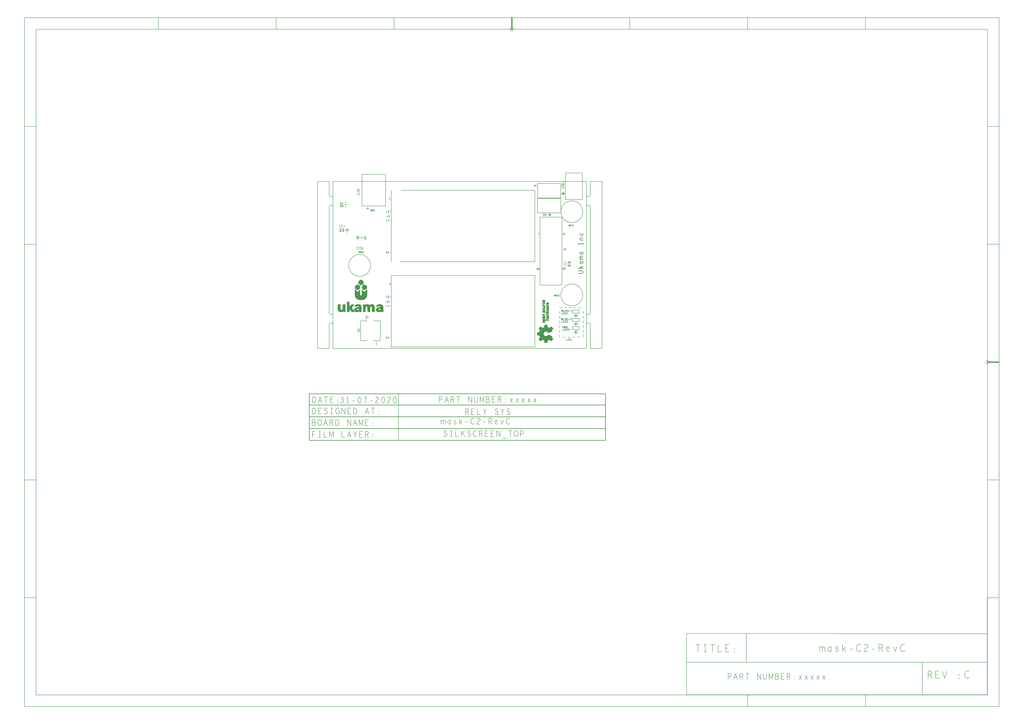
<source format=gbr>
G04 ================== begin FILE IDENTIFICATION RECORD ==================*
G04 Layout Name:  E:/Mask Board/WORK/16-05-22/mask-C2-RevC.brd*
G04 Film Name:    mask-C2-RevC_SST.gbr*
G04 File Format:  Gerber RS274X*
G04 File Origin:  Cadence Allegro 16.6-P004*
G04 Origin Date:  Mon May 16 22:50:50 2022*
G04 *
G04 Layer:  REF DES/SILKSCREEN_TOP*
G04 Layer:  PACKAGE GEOMETRY/SILKSCREEN_TOP*
G04 Layer:  DRAWING FORMAT/OUTLINE_DATA*
G04 Layer:  BOARD GEOMETRY/OUTLINE*
G04 Layer:  BOARD GEOMETRY/SILKSCREEN_TOP*
G04 *
G04 Offset:    (0.00 0.00)*
G04 Mirror:    No*
G04 Mode:      Positive*
G04 Rotation:  0*
G04 FullContactRelief:  No*
G04 UndefLineWidth:     6.00*
G04 ================== end FILE IDENTIFICATION RECORD ====================*
%FSLAX55Y55*MOIN*%
%IR0*IPPOS*OFA0.00000B0.00000*MIA0B0*SFA1.00000B1.00000*%
%ADD10C,.01*%
%ADD11C,.01969*%
%ADD12C,.005*%
%ADD13C,.006*%
%ADD14C,.008*%
%ADD15C,.0059*%
%ADD16C,.00591*%
%ADD17C,.00827*%
%ADD18C,.00598*%
%ADD19C,.00787*%
G75*
%LPD*%
G75*
G54D10*
G01X-40415Y-77276D02*
Y-156476D01*
G01D02*
X387485D01*
G01X-40415Y-136476D02*
X462185D01*
G01X-40415Y-116476D02*
X462185D01*
G01X-40415Y-96476D02*
X462185D01*
G01Y-77276D02*
X-40415D01*
G01X387485Y-156476D02*
X462185D01*
G01X416200Y127080D02*
X421933D01*
X423134Y127480D01*
X423933Y128280D01*
X424200Y129280D01*
X423933Y130280D01*
X423134Y131080D01*
X421933Y131480D01*
X416200D01*
G01X424200Y135580D02*
X416200D01*
G01X418867Y138780D02*
X421933Y135580D01*
G01X420733Y136880D02*
X424200Y138980D01*
G01Y147080D02*
X418867D01*
G01X419800D02*
X419267Y146680D01*
X419000Y146080D01*
X418867Y145380D01*
X419133Y144680D01*
X419667Y144080D01*
X420467Y143680D01*
X421533Y143480D01*
X422600Y143680D01*
X423400Y144080D01*
X423933Y144680D01*
X424200Y145380D01*
X424067Y146080D01*
X423667Y146680D01*
X423134Y147080D01*
G01X424200Y150280D02*
X418867D01*
G01X420333D02*
X419667Y150580D01*
X419133Y151080D01*
X418867Y151780D01*
X419133Y152480D01*
X419667Y152980D01*
X420333Y153280D01*
X424200D01*
G01X420333D02*
X419667Y153580D01*
X419133Y154080D01*
X418867Y154780D01*
X419133Y155480D01*
X419667Y155980D01*
X420467Y156280D01*
X424200D01*
G01Y163080D02*
X418867D01*
G01X419800D02*
X419267Y162680D01*
X419000Y162080D01*
X418867Y161380D01*
X419133Y160680D01*
X419667Y160080D01*
X420467Y159680D01*
X421533Y159480D01*
X422600Y159680D01*
X423400Y160080D01*
X423933Y160680D01*
X424200Y161380D01*
X424067Y162080D01*
X423667Y162680D01*
X423134Y163080D01*
G01X416200Y176080D02*
Y178480D01*
G01Y177280D02*
X424200D01*
G01Y176080D02*
Y178480D01*
G01Y183580D02*
X418867D01*
G01X420200D02*
X419533Y183980D01*
X419000Y184580D01*
X418867Y185380D01*
X419000Y186080D01*
X419533Y186680D01*
X420467Y186980D01*
X424200D01*
G01X419533Y194880D02*
X419000Y194180D01*
X418867Y193580D01*
X419133Y192780D01*
X419667Y192180D01*
X420600Y191780D01*
X421533Y191680D01*
X422467Y191780D01*
X423267Y192180D01*
X423933Y192780D01*
X424200Y193580D01*
X423933Y194280D01*
X423400Y194880D01*
G01X462185Y-156476D02*
Y-77276D01*
G54D11*
G01X303531Y560956D02*
Y541271D01*
G01X1130302Y-23689D02*
X1110617D01*
G54D12*
G01X-6200Y-275D02*
X-26200D01*
Y283133D01*
X-6200D01*
G01Y39972D02*
Y-275D01*
G01X0Y39972D02*
Y29972D01*
G01X-6200Y39972D02*
G02X0I3100J0D01*
G01Y59972D02*
G02X-6200I-3100J0D01*
G01X0D02*
Y69972D01*
G01X-6200Y59972D02*
Y229972D01*
G01X0Y239972D02*
Y229972D01*
G01X-6200Y239972D02*
Y229972D01*
G01Y239972D02*
G02X0I3100J0D01*
G01Y259972D02*
G02X-6200I-3100J0D01*
G01X0D02*
Y269972D01*
G01X-6200Y259972D02*
Y283133D01*
G01X14200Y197900D02*
X11200D01*
Y199150D01*
X11350Y199550D01*
X11550Y199800D01*
X11950Y199900D01*
X12350Y199800D01*
X12600Y199500D01*
X12750Y199150D01*
Y197900D01*
G01Y199150D02*
X14200Y199900D01*
G01X13600Y200800D02*
X13950Y201100D01*
X14150Y201500D01*
X14200Y201950D01*
X14150Y202350D01*
X13900Y202750D01*
X13600Y203000D01*
X13300Y203050D01*
X12950Y202950D01*
X12700Y202600D01*
X12600Y202250D01*
Y201800D01*
G01Y202250D02*
X12450Y202550D01*
X12200Y202800D01*
X11900Y202900D01*
X11600Y202800D01*
X11350Y202550D01*
X11200Y202100D01*
X11250Y201650D01*
X11450Y201200D01*
G01X19000Y197900D02*
X16000D01*
Y199150D01*
X16150Y199550D01*
X16350Y199800D01*
X16750Y199900D01*
X17150Y199800D01*
X17400Y199500D01*
X17550Y199150D01*
Y197900D01*
G01Y199150D02*
X19000Y199900D01*
G01Y202500D02*
X16000D01*
X18150Y200650D01*
Y203150D01*
G01X12600Y239700D02*
Y242700D01*
X13850D01*
X14250Y242550D01*
X14500Y242350D01*
X14600Y241950D01*
X14500Y241550D01*
X14200Y241300D01*
X13850Y241150D01*
X12600D01*
G01X13850D02*
X14600Y239700D01*
G01X15650Y242200D02*
X15950Y242500D01*
X16300Y242650D01*
X16700Y242700D01*
X17200Y242600D01*
X17550Y242350D01*
X17650Y242050D01*
X17600Y241750D01*
X17400Y241500D01*
X16400Y241000D01*
X15950Y240650D01*
X15650Y240150D01*
X15550Y239700D01*
X17650D01*
G01X12500Y243900D02*
Y246900D01*
X13750D01*
X14150Y246750D01*
X14400Y246550D01*
X14500Y246150D01*
X14400Y245750D01*
X14100Y245500D01*
X13750Y245350D01*
X12500D01*
G01X13750D02*
X14500Y243900D01*
G01X16500D02*
Y246900D01*
X15900Y246300D01*
G01Y243900D02*
X17100D01*
G01X21700Y199300D02*
Y202300D01*
X22950D01*
X23350Y202150D01*
X23600Y201950D01*
X23700Y201550D01*
X23600Y201150D01*
X23300Y200900D01*
X22950Y200750D01*
X21700D01*
G01X22950D02*
X23700Y199300D01*
G01X24600Y199750D02*
X24900Y199500D01*
X25250Y199350D01*
X25700Y199300D01*
X26150Y199400D01*
X26500Y199600D01*
X26750Y199950D01*
X26800Y200350D01*
X26700Y200750D01*
X26450Y201000D01*
X26100Y201200D01*
X25750Y201250D01*
X25400Y201200D01*
X24950Y201000D01*
X25100Y202300D01*
X26450D01*
G01X42650Y29900D02*
X42500Y29600D01*
X42400Y29250D01*
Y28850D01*
X42550Y28400D01*
X42800Y28050D01*
X43100Y27800D01*
X43600Y27600D01*
X44050Y27550D01*
X44500Y27650D01*
X44800Y27800D01*
X45100Y28100D01*
X45300Y28450D01*
X45400Y28800D01*
Y29150D01*
X45300Y29500D01*
X45150Y29800D01*
X44950Y30050D01*
G01X44150Y30850D02*
X43800Y31200D01*
X43600Y31500D01*
X43500Y31900D01*
X43600Y32250D01*
X43800Y32500D01*
X44100Y32700D01*
X44450Y32750D01*
X44750Y32700D01*
X45050Y32500D01*
X45300Y32200D01*
X45400Y31850D01*
X45300Y31450D01*
X45000Y31100D01*
X44550Y30900D01*
X44050Y30850D01*
X43400Y30950D01*
X43050Y31100D01*
X42700Y31350D01*
X42450Y31700D01*
X42400Y32050D01*
X42500Y32400D01*
X42750Y32650D01*
G01X47500Y171050D02*
X47200Y171200D01*
X46850Y171300D01*
X46450D01*
X46000Y171150D01*
X45650Y170900D01*
X45400Y170600D01*
X45200Y170100D01*
X45150Y169650D01*
X45250Y169200D01*
X45400Y168900D01*
X45700Y168600D01*
X46050Y168400D01*
X46400Y168300D01*
X46750D01*
X47100Y168400D01*
X47400Y168550D01*
X47650Y168750D01*
G01X48300Y168900D02*
X48600Y168550D01*
X49000Y168350D01*
X49450Y168300D01*
X49850Y168350D01*
X50250Y168600D01*
X50500Y168900D01*
X50550Y169200D01*
X50450Y169550D01*
X50100Y169800D01*
X49750Y169900D01*
X49300D01*
G01X49750D02*
X50050Y170050D01*
X50300Y170300D01*
X50400Y170600D01*
X50300Y170900D01*
X50050Y171150D01*
X49600Y171300D01*
X49150Y171250D01*
X48700Y171050D01*
G01X43700Y161400D02*
Y164400D01*
X45000Y161900D01*
X46300Y164400D01*
Y161400D01*
G01X46950D02*
Y164400D01*
G01X49050D02*
Y161400D01*
G01Y162900D02*
X46950D01*
G01X50050Y163900D02*
X50350Y164200D01*
X50700Y164350D01*
X51100Y164400D01*
X51600Y164300D01*
X51950Y164050D01*
X52050Y163750D01*
X52000Y163450D01*
X51800Y163200D01*
X50800Y162700D01*
X50350Y162350D01*
X50050Y161850D01*
X49950Y161400D01*
X52050D01*
G01X43400Y185400D02*
X40400D01*
Y186650D01*
X40550Y187050D01*
X40750Y187300D01*
X41150Y187400D01*
X41550Y187300D01*
X41800Y187000D01*
X41950Y186650D01*
Y185400D01*
G01Y186650D02*
X43400Y187400D01*
G01X42150Y188450D02*
X41800Y188800D01*
X41600Y189100D01*
X41500Y189500D01*
X41600Y189850D01*
X41800Y190100D01*
X42100Y190300D01*
X42450Y190350D01*
X42750Y190300D01*
X43050Y190100D01*
X43300Y189800D01*
X43400Y189450D01*
X43300Y189050D01*
X43000Y188700D01*
X42550Y188500D01*
X42050Y188450D01*
X41400Y188550D01*
X41050Y188700D01*
X40700Y188950D01*
X40450Y189300D01*
X40400Y189650D01*
X40500Y190000D01*
X40750Y190250D01*
G01X41541Y267281D02*
X41391Y266981D01*
X41291Y266631D01*
Y266231D01*
X41441Y265781D01*
X41691Y265431D01*
X41991Y265181D01*
X42491Y264981D01*
X42941Y264931D01*
X43391Y265031D01*
X43691Y265181D01*
X43991Y265481D01*
X44191Y265831D01*
X44291Y266181D01*
Y266531D01*
X44191Y266881D01*
X44041Y267181D01*
X43841Y267431D01*
G01X41791Y268231D02*
X41491Y268531D01*
X41341Y268881D01*
X41291Y269281D01*
X41391Y269781D01*
X41641Y270131D01*
X41941Y270231D01*
X42241Y270181D01*
X42491Y269981D01*
X42991Y268981D01*
X43341Y268531D01*
X43841Y268231D01*
X44291Y268131D01*
Y270231D01*
G01X56900Y185100D02*
X53900D01*
Y186350D01*
X54050Y186750D01*
X54250Y187000D01*
X54650Y187100D01*
X55050Y187000D01*
X55300Y186700D01*
X55450Y186350D01*
Y185100D01*
G01Y186350D02*
X56900Y187100D01*
G01Y189000D02*
X56250Y189100D01*
X55700Y189250D01*
X55200Y189450D01*
X54650Y189700D01*
X53900Y190100D01*
Y188100D01*
G01X63370Y232980D02*
X63770Y232730D01*
X64220Y232580D01*
X64620D01*
X65020Y232730D01*
X65320Y232980D01*
X65470Y233330D01*
X65370Y233680D01*
X65120Y233980D01*
X64670Y234180D01*
X64070Y234280D01*
X63720Y234480D01*
X63570Y234830D01*
X63670Y235180D01*
X63920Y235430D01*
X64270Y235580D01*
X64620D01*
X64970Y235480D01*
X65270Y235230D01*
G01X65920Y235580D02*
X66620Y232580D01*
X67420Y235580D01*
X68220Y232580D01*
X68920Y235580D01*
G01X70420Y232580D02*
Y235580D01*
X69820Y234980D01*
G01Y232580D02*
X71020D01*
G01X89940Y16819D02*
X90240Y16552D01*
X90590Y16392D01*
X91040Y16339D01*
X91490Y16446D01*
X91840Y16659D01*
X92090Y17032D01*
X92140Y17459D01*
X92040Y17886D01*
X91790Y18152D01*
X91440Y18366D01*
X91090Y18419D01*
X90740Y18366D01*
X90290Y18152D01*
X90440Y19539D01*
X91790D01*
G01X94240Y16339D02*
Y19539D01*
X93640Y18899D01*
G01Y16339D02*
X94840D01*
G01X91472Y69849D02*
Y73049D01*
X90872Y72409D01*
G01Y69849D02*
X92072D01*
G01X94572D02*
X94672Y70542D01*
X94822Y71129D01*
X95022Y71662D01*
X95272Y72249D01*
X95672Y73049D01*
X93672D01*
G01X90275Y78046D02*
X90525Y77726D01*
X90825Y77513D01*
X91175Y77406D01*
X91575Y77513D01*
X91875Y77726D01*
X92175Y78046D01*
X92275Y78473D01*
Y80606D01*
G01X93375Y78046D02*
X93675Y77673D01*
X94075Y77459D01*
X94525Y77406D01*
X94925Y77459D01*
X95325Y77726D01*
X95575Y78046D01*
X95625Y78366D01*
X95525Y78739D01*
X95175Y79006D01*
X94825Y79113D01*
X94375D01*
G01X94825D02*
X95125Y79273D01*
X95375Y79539D01*
X95475Y79859D01*
X95375Y80179D01*
X95125Y80446D01*
X94675Y80606D01*
X94225Y80553D01*
X93775Y80339D01*
G01X90640Y85714D02*
Y88914D01*
X90040Y88274D01*
G01Y85714D02*
X91240D01*
G01X92740Y86194D02*
X93040Y85927D01*
X93390Y85767D01*
X93840Y85714D01*
X94290Y85821D01*
X94640Y86034D01*
X94890Y86407D01*
X94940Y86834D01*
X94840Y87261D01*
X94590Y87527D01*
X94240Y87741D01*
X93890Y87794D01*
X93540Y87741D01*
X93090Y87527D01*
X93240Y88914D01*
X94590D01*
G01X97036Y107853D02*
Y111053D01*
X96436Y110413D01*
G01Y107853D02*
X97636D01*
G01X89959Y161619D02*
X90259Y161352D01*
X90609Y161192D01*
X91059Y161139D01*
X91509Y161246D01*
X91859Y161459D01*
X92109Y161832D01*
X92159Y162259D01*
X92059Y162686D01*
X91809Y162952D01*
X91459Y163166D01*
X91109Y163219D01*
X90759Y163166D01*
X90309Y162952D01*
X90459Y164339D01*
X91809D01*
G01X94259Y161139D02*
Y164339D01*
X93659Y163699D01*
G01Y161139D02*
X94859D01*
G01X91346Y214722D02*
Y217922D01*
X90746Y217282D01*
G01Y214722D02*
X91946D01*
G01X94446D02*
X94546Y215415D01*
X94696Y216002D01*
X94896Y216535D01*
X95146Y217122D01*
X95546Y217922D01*
X93546D01*
G01X91495Y223176D02*
X91745Y222856D01*
X92045Y222643D01*
X92395Y222536D01*
X92795Y222643D01*
X93095Y222856D01*
X93395Y223176D01*
X93495Y223603D01*
Y225736D01*
G01X95695Y222536D02*
Y225736D01*
X95095Y225096D01*
G01Y222536D02*
X96295D01*
G01X91130Y230154D02*
Y233354D01*
X90530Y232714D01*
G01Y230154D02*
X91730D01*
G01X93230Y230634D02*
X93530Y230367D01*
X93880Y230207D01*
X94330Y230154D01*
X94780Y230261D01*
X95130Y230474D01*
X95380Y230847D01*
X95430Y231274D01*
X95330Y231701D01*
X95080Y231967D01*
X94730Y232181D01*
X94380Y232234D01*
X94030Y232181D01*
X93580Y231967D01*
X93730Y233354D01*
X95080D01*
G01X96407Y252547D02*
Y255747D01*
X95807Y255107D01*
G01Y252547D02*
X97007D01*
G01X353588Y13159D02*
Y35541D01*
G01X353635Y13181D02*
Y35519D01*
G01X353682Y13252D02*
Y35449D01*
G01X353729Y13278D02*
Y35422D01*
G01X353776Y13278D02*
Y35422D01*
G01X353541Y13159D02*
Y35541D01*
G01X353917Y13395D02*
Y35305D01*
G01X353964Y13437D02*
Y35264D01*
G01X354011Y13437D02*
Y35264D01*
G01X353823Y13357D02*
Y35343D01*
G01X353870Y13357D02*
Y35343D01*
G01X352085Y12472D02*
Y36268D01*
G01X352132Y12425D02*
Y36308D01*
G01X352555Y12484D02*
Y36216D01*
G01X352602Y12484D02*
Y36216D01*
G01X352649Y12525D02*
Y36175D01*
G01X352696Y12564D02*
Y36137D01*
G01X352743Y12564D02*
Y36137D01*
G01X352790Y12643D02*
Y36057D01*
G01X352837Y12643D02*
Y36057D01*
G01X352226Y12331D02*
Y36371D01*
G01X352273Y12326D02*
Y36375D01*
G01X352320Y12326D02*
Y36375D01*
G01X352367Y12326D02*
Y36375D01*
G01X352414Y12341D02*
Y36328D01*
G01X352461Y12373D02*
Y36295D01*
G01X352508Y12404D02*
Y36295D01*
G01X352179Y12378D02*
Y36340D01*
G01X353259Y12921D02*
Y35780D01*
G01X352884Y12678D02*
Y36023D01*
G01X352931Y12722D02*
Y35978D01*
G01X352978Y12722D02*
Y35978D01*
G01X353025Y12781D02*
Y35919D01*
G01X353071Y12842D02*
Y35859D01*
G01X353119Y12842D02*
Y35859D01*
G01X353165Y12884D02*
Y35816D01*
G01X353213Y12921D02*
Y35780D01*
G01X353306Y13000D02*
Y35700D01*
G01X353353Y13000D02*
Y35700D01*
G01X353400Y13036D02*
Y35664D01*
G01X353447Y13080D02*
Y35621D01*
G01X353494Y13080D02*
Y35621D01*
G01X353700Y13278D02*
X353779D01*
G01D02*
X353819Y13357D01*
G01X353541Y13159D02*
X353621D01*
G01D02*
X353700Y13278D01*
G01X353779D02*
X353819Y13357D01*
G01X353700Y13278D02*
X353779D01*
G01X353621Y13159D02*
X353700Y13278D01*
G01X353541Y13159D02*
X353621D01*
G01X353938Y13437D02*
X354017D01*
G01D02*
X354057Y13516D01*
G01X354136D02*
X354176Y13596D01*
G01X353898Y13357D02*
X353938Y13437D01*
G01X354136Y13516D02*
X354176Y13596D01*
G01X354017Y13437D02*
X354057Y13516D01*
G01X353938Y13437D02*
X354017D01*
G01X353898Y13357D02*
X353938Y13437D01*
G01X353819Y13357D02*
X353898D01*
G01X353819D02*
X353898D01*
G01X352033Y12484D02*
X352073D01*
G01X352033D02*
X352073D01*
G01X352668Y12564D02*
X352747D01*
G01D02*
X352787Y12643D01*
G01D02*
X352867D01*
G01D02*
X352906Y12722D01*
G01X352509Y12405D02*
X352549Y12484D01*
G01D02*
X352628D01*
G01D02*
X352668Y12564D01*
G01X352867Y12643D02*
X352906Y12722D01*
G01X352787Y12643D02*
X352867D01*
G01X352747Y12564D02*
X352787Y12643D01*
G01X352668Y12564D02*
X352747D01*
G01X352628Y12484D02*
X352668Y12564D01*
G01X352549Y12484D02*
X352628D01*
G01X352509Y12405D02*
X352549Y12484D01*
G01X352073D02*
X352231Y12326D01*
G01D02*
X352390D01*
G01D02*
X352509Y12405D01*
G01X352390Y12326D02*
X352509Y12405D01*
G01X352231Y12326D02*
X352390D01*
G01X352073Y12484D02*
X352231Y12326D01*
G01X353184Y12921D02*
X353263D01*
G01D02*
X353303Y13000D01*
G01X353263Y12921D02*
X353303Y13000D01*
G01X353184Y12921D02*
X353263D01*
G01X352906Y12722D02*
X352985D01*
G01D02*
X353065Y12842D01*
G01D02*
X353144D01*
G01D02*
X353184Y12921D01*
G01X353144Y12842D02*
X353184Y12921D01*
G01X353065Y12842D02*
X353144D01*
G01X352985Y12722D02*
X353065Y12842D01*
G01X352906Y12722D02*
X352985D01*
G01X353422Y13080D02*
X353501D01*
G01D02*
X353541Y13159D01*
G01X353303Y13000D02*
X353382D01*
G01D02*
X353422Y13080D01*
G01X353501D02*
X353541Y13159D01*
G01X353422Y13080D02*
X353501D01*
G01X353382Y13000D02*
X353422Y13080D01*
G01X353303Y13000D02*
X353382D01*
G01X351897Y12643D02*
Y36057D01*
G01X351850Y12683D02*
Y36018D01*
G01X351709Y12842D02*
Y35859D01*
G01X351756Y12762D02*
Y35938D01*
G01X351803Y12722D02*
Y35978D01*
G01X351944Y12603D02*
Y36097D01*
G01X351991Y12564D02*
Y36137D01*
G01X352038Y12484D02*
Y36221D01*
G01X351200Y13357D02*
Y13318D01*
G01D02*
X351239D01*
G01D02*
Y13278D01*
G01D02*
X351279D01*
G01D02*
Y13238D01*
G01D02*
X351319D01*
G01D02*
Y13199D01*
G01D02*
X351359D01*
G01D02*
Y13159D01*
G01D02*
X351398D01*
G01X351239Y13318D02*
Y17941D01*
G01X351286Y13238D02*
Y18045D01*
G01X351333Y13199D02*
Y18077D01*
G01X351380Y13159D02*
Y18108D01*
G01X351359Y13159D02*
X351398D01*
G01X351359Y13199D02*
Y13159D01*
G01X351319Y13199D02*
X351359D01*
G01X351319Y13238D02*
Y13199D01*
G01X351279Y13238D02*
X351319D01*
G01X351279Y13278D02*
Y13238D01*
G01X351239Y13278D02*
X351279D01*
G01X351239Y13318D02*
Y13278D01*
G01X351200Y13318D02*
X351239D01*
G01X351200Y13357D02*
Y13318D01*
G01X351160Y13357D02*
X351200D01*
G01X351192D02*
Y17838D01*
G01X351160Y13357D02*
X351200D01*
G01X351041Y13516D02*
Y13477D01*
G01D02*
X351081D01*
G01D02*
Y13437D01*
G01D02*
X351120D01*
G01D02*
Y13397D01*
G01D02*
X351160D01*
G01D02*
Y13357D01*
G01X351052Y13477D02*
Y17688D01*
G01X351098Y13437D02*
Y17712D01*
G01X351145Y13397D02*
Y17815D01*
G01X351160Y13397D02*
Y13357D01*
G01X351120Y13397D02*
X351160D01*
G01X351120Y13437D02*
Y13397D01*
G01X351081Y13437D02*
X351120D01*
G01X351081Y13477D02*
Y13437D01*
G01X351041Y13477D02*
X351081D01*
G01X351041Y13516D02*
Y13477D01*
G01X351874Y12683D02*
Y12643D01*
G01D02*
X351914D01*
G01D02*
Y12603D01*
G01Y12643D02*
Y12603D01*
G01X351874Y12643D02*
X351914D01*
G01X351874Y12683D02*
Y12643D01*
G01X351835Y12683D02*
X351874D01*
G01X351835D02*
X351874D01*
G01X351557Y13000D02*
Y12961D01*
G01D02*
X351597D01*
G01D02*
Y12921D01*
G01D02*
X351636D01*
G01D02*
Y12881D01*
G01D02*
X351676D01*
G01D02*
Y12842D01*
G01D02*
X351716D01*
G01D02*
Y12802D01*
G01D02*
X351755D01*
G01D02*
Y12762D01*
G01D02*
X351795D01*
G01D02*
Y12722D01*
G01D02*
X351835D01*
G01D02*
Y12683D01*
G01X351568Y12961D02*
Y18448D01*
G01X351615Y12921D02*
Y18496D01*
G01X351662Y12881D02*
Y18542D01*
G01X351835Y12722D02*
Y12683D01*
G01X351795Y12722D02*
X351835D01*
G01X351795Y12762D02*
Y12722D01*
G01X351755Y12762D02*
X351795D01*
G01X351755Y12802D02*
Y12762D01*
G01X351716Y12802D02*
X351755D01*
G01X351716Y12842D02*
Y12802D01*
G01X351676Y12842D02*
X351716D01*
G01X351676Y12881D02*
Y12842D01*
G01X351636Y12881D02*
X351676D01*
G01X351636Y12921D02*
Y12881D01*
G01X351597Y12921D02*
X351636D01*
G01X351597Y12961D02*
Y12921D01*
G01X351557Y12961D02*
X351597D01*
G01X351557Y13000D02*
Y12961D01*
G01X351478Y13040D02*
X351517D01*
G01D02*
Y13000D01*
G01D02*
X351557D01*
G01X351521D02*
Y18340D01*
G01X351517Y13000D02*
X351557D01*
G01X351517Y13040D02*
Y13000D01*
G01X351478Y13040D02*
X351517D01*
G01X351398Y13159D02*
Y13119D01*
G01D02*
X351438D01*
G01D02*
Y13080D01*
G01D02*
X351478D01*
G01D02*
Y13040D01*
G01X351427Y13119D02*
Y18214D01*
G01X351474Y13080D02*
Y18237D01*
G01X351478Y13080D02*
Y13040D01*
G01X351438Y13080D02*
X351478D01*
G01X351438Y13119D02*
Y13080D01*
G01X351398Y13119D02*
X351438D01*
G01X351398Y13159D02*
Y13119D01*
G01X351914Y12603D02*
X351954D01*
G01D02*
Y12564D01*
G01D02*
X351993D01*
G01D02*
Y12524D01*
G01D02*
X352033D01*
G01D02*
Y12484D01*
G01Y12524D02*
Y12484D01*
G01X351993Y12524D02*
X352033D01*
G01X351993Y12564D02*
Y12524D01*
G01X351954Y12564D02*
X351993D01*
G01X351954Y12603D02*
Y12564D01*
G01X351914Y12603D02*
X351954D01*
G01X351359Y29231D02*
Y29112D01*
G01Y29231D02*
Y29112D01*
G01X351517Y29628D02*
Y29509D01*
G01D02*
X351438Y29430D01*
G01X351517Y29509D02*
X351438Y29430D01*
G01X351517Y29628D02*
Y29509D01*
G01X351438Y29430D02*
Y29311D01*
G01D02*
X351359Y29231D01*
G01X351438Y29311D02*
X351359Y29231D01*
G01X351438Y29430D02*
Y29311D01*
G01X351636Y29787D02*
X351517Y29628D01*
G01X351636Y29787D02*
X351517Y29628D01*
G01X351081Y28557D02*
Y28438D01*
G01Y28557D02*
Y28438D01*
G01X351200Y28835D02*
X351160Y28755D01*
G01X351200Y28835D02*
X351160Y28755D01*
G01D02*
Y28636D01*
G01D02*
X351081Y28557D01*
G01X351160Y28636D02*
X351081Y28557D01*
G01X351160Y28755D02*
Y28636D01*
G01X351359Y29112D02*
X351279Y29033D01*
G01D02*
Y28914D01*
G01D02*
X351239Y28835D01*
G01D02*
X351200D01*
G01X351239D02*
X351200D01*
G01X351279Y28914D02*
X351239Y28835D01*
G01X351279Y29033D02*
Y28914D01*
G01X351359Y29112D02*
X351279Y29033D01*
G01X354293Y13652D02*
Y35048D01*
G01X354058Y13516D02*
Y35184D01*
G01X354105Y13516D02*
Y35184D01*
G01X354152Y13547D02*
Y35153D01*
G01X354199Y13596D02*
Y35105D01*
G01X354246Y13596D02*
Y35105D01*
G01X354340Y13715D02*
Y34986D01*
G01X354387Y13715D02*
Y34986D01*
G01X354434Y13754D02*
Y34946D01*
G01X354481Y13794D02*
Y34906D01*
G01X354255Y13596D02*
X354335Y13715D01*
G01X354255Y13596D02*
X354335Y13715D01*
G01X354176Y13596D02*
X354255D01*
G01X354057Y13516D02*
X354136D01*
G01X354176Y13596D02*
X354255D01*
G01X354057Y13516D02*
X354136D01*
G01X354454Y13794D02*
X354533D01*
G01D02*
X354573Y13873D01*
G01X354335Y13715D02*
X354414D01*
G01D02*
X354454Y13794D01*
G01X354533D02*
X354573Y13873D01*
G01X354454Y13794D02*
X354533D01*
G01X354414Y13715D02*
X354454Y13794D01*
G01X354335Y13715D02*
X354414D01*
G01X346596Y22247D02*
X346755D01*
G01D02*
Y22207D01*
G01X346729Y22247D02*
Y26450D01*
G01X346776Y22207D02*
Y26493D01*
G01X346823Y22207D02*
Y26493D01*
G01X346755Y22247D02*
Y22207D01*
G01X346596Y22247D02*
X346755D01*
G01X346501Y22279D02*
X346596Y22247D01*
G01X346541Y22265D02*
Y26423D01*
G01X346589Y22249D02*
Y26430D01*
G01X346635Y22247D02*
Y26436D01*
G01X346683Y22247D02*
Y26443D01*
G01X346501Y22279D02*
X346596Y22247D01*
G01X349454Y21731D02*
Y26969D01*
G01X348858Y21810D02*
X349096D01*
G01D02*
Y21771D01*
G01D02*
X349295D01*
G01D02*
Y21731D01*
G01X349125Y21771D02*
Y26930D01*
G01X349172Y21771D02*
Y26930D01*
G01X349219Y21771D02*
Y26930D01*
G01X349266Y21771D02*
Y26930D01*
G01X349313Y21731D02*
Y26969D01*
G01X349360Y21731D02*
Y26969D01*
G01X349407Y21731D02*
Y26969D01*
G01X349295Y21771D02*
Y21731D01*
G01X349096Y21771D02*
X349295D01*
G01X349096Y21810D02*
Y21771D01*
G01X348858Y21810D02*
X349096D01*
G01X348660Y21850D02*
X348858D01*
G01D02*
Y21810D01*
G01X348797Y21850D02*
Y26850D01*
G01X348843Y21850D02*
Y26850D01*
G01X348891Y21810D02*
Y26890D01*
G01X348937Y21810D02*
Y26890D01*
G01X348984Y21810D02*
Y26890D01*
G01X349031Y21810D02*
Y26890D01*
G01X349078Y21810D02*
Y26890D01*
G01X348858Y21850D02*
Y21810D01*
G01X348660Y21850D02*
X348858D01*
G01X348223Y21929D02*
X348461D01*
G01D02*
Y21890D01*
G01D02*
X348660D01*
G01D02*
Y21850D01*
G01X348421Y21929D02*
Y26771D01*
G01X348468Y21890D02*
Y26811D01*
G01X348515Y21890D02*
Y26811D01*
G01X348561Y21890D02*
Y26811D01*
G01X348609Y21890D02*
Y26811D01*
G01X348656Y21890D02*
Y26811D01*
G01X348703Y21850D02*
Y26850D01*
G01X348749Y21850D02*
Y26850D01*
G01X348660Y21890D02*
Y21850D01*
G01X348461Y21890D02*
X348660D01*
G01X348461Y21929D02*
Y21890D01*
G01X348223Y21929D02*
X348461D01*
G01X348223Y21969D02*
Y21929D01*
G01X348233D02*
Y26771D01*
G01X348280Y21929D02*
Y26771D01*
G01X348327Y21929D02*
Y26771D01*
G01X348374Y21929D02*
Y26771D01*
G01X348223Y21969D02*
Y21929D01*
G01X348025Y21969D02*
X348223D01*
G01X348092D02*
Y26731D01*
G01X348139Y21969D02*
Y26731D01*
G01X348186Y21969D02*
Y26731D01*
G01X348025Y21969D02*
X348223D01*
G01X347588Y22048D02*
X347787D01*
G01D02*
Y22009D01*
G01D02*
X348025D01*
G01D02*
Y21969D01*
G01X347763Y22048D02*
Y26652D01*
G01X347810Y22009D02*
Y26692D01*
G01X347857Y22009D02*
Y26692D01*
G01X347904Y22009D02*
Y26692D01*
G01X347951Y22009D02*
Y26692D01*
G01X347998Y22009D02*
Y26692D01*
G01X348045Y21969D02*
Y26731D01*
G01X348025Y22009D02*
Y21969D01*
G01X347787Y22009D02*
X348025D01*
G01X347787Y22048D02*
Y22009D01*
G01X347588Y22048D02*
X347787D01*
G01X347152Y22128D02*
X347390D01*
G01D02*
Y22088D01*
G01D02*
X347588D01*
G01D02*
Y22048D01*
G01X347387Y22128D02*
Y26573D01*
G01X347434Y22088D02*
Y26612D01*
G01X347481Y22088D02*
Y26612D01*
G01X347528Y22088D02*
Y26612D01*
G01X347575Y22088D02*
Y26612D01*
G01X347622Y22048D02*
Y26652D01*
G01X347669Y22048D02*
Y26652D01*
G01X347716Y22048D02*
Y26652D01*
G01X347588Y22088D02*
Y22048D01*
G01X347390Y22088D02*
X347588D01*
G01X347390Y22128D02*
Y22088D01*
G01X347152Y22128D02*
X347390D01*
G01X346953Y22168D02*
X347152D01*
G01D02*
Y22128D01*
G01X347058Y22168D02*
Y26533D01*
G01X347105Y22168D02*
Y26533D01*
G01X347152Y22128D02*
Y26573D01*
G01X347199Y22128D02*
Y26573D01*
G01X347246Y22128D02*
Y26573D01*
G01X347293Y22128D02*
Y26573D01*
G01X347340Y22128D02*
Y26573D01*
G01X347152Y22168D02*
Y22128D01*
G01X346953Y22168D02*
X347152D01*
G01X346755Y22207D02*
X346953D01*
G01D02*
Y22168D01*
G01X346870Y22207D02*
Y26493D01*
G01X346917Y22207D02*
Y26493D01*
G01X346964Y22168D02*
Y26533D01*
G01X347011Y22168D02*
Y26533D01*
G01X346953Y22207D02*
Y22168D01*
G01X346755Y22207D02*
X346953D01*
G01X350676Y21184D02*
Y27517D01*
G01X350723Y21137D02*
Y27564D01*
G01X350488Y21530D02*
Y27170D01*
G01X350535Y21483D02*
Y27217D01*
G01X350582Y21436D02*
Y27264D01*
G01X350629Y21292D02*
Y27335D01*
G01X350159Y21572D02*
Y27128D01*
G01X350206Y21572D02*
Y27128D01*
G01X350253Y21572D02*
Y27128D01*
G01X350300Y21572D02*
Y27128D01*
G01X350347Y21572D02*
Y27128D01*
G01X350394Y21563D02*
Y27137D01*
G01X350441Y21547D02*
Y27153D01*
G01X350128Y21612D02*
Y21572D01*
G01Y21612D02*
Y21572D01*
G01X349731Y21652D02*
X349930D01*
G01D02*
Y21612D01*
G01D02*
X350128D01*
G01X349830Y21652D02*
Y27049D01*
G01X349877Y21652D02*
Y27049D01*
G01X349924Y21652D02*
Y27049D01*
G01X349971Y21612D02*
Y27088D01*
G01X350018Y21612D02*
Y27088D01*
G01X350065Y21612D02*
Y27088D01*
G01X350112Y21612D02*
Y27088D01*
G01X349930Y21612D02*
X350128D01*
G01X349930Y21652D02*
Y21612D01*
G01X349731Y21652D02*
X349930D01*
G01X349295Y21731D02*
X349493D01*
G01D02*
Y21691D01*
G01D02*
X349731D01*
G01D02*
Y21652D01*
G01X349501Y21691D02*
Y27009D01*
G01X349548Y21691D02*
Y27009D01*
G01X349595Y21691D02*
Y27009D01*
G01X349642Y21691D02*
Y27009D01*
G01X349689Y21691D02*
Y27009D01*
G01X349736Y21652D02*
Y27049D01*
G01X349783Y21652D02*
Y27049D01*
G01X349731Y21691D02*
Y21652D01*
G01X349493Y21691D02*
X349731D01*
G01X349493Y21731D02*
Y21691D01*
G01X349295Y21731D02*
X349493D01*
G01X350817Y20910D02*
Y27910D01*
G01X350863Y20718D02*
Y27962D01*
G01X350911Y20671D02*
Y28018D01*
G01X350770Y20937D02*
Y27730D01*
G01X346501Y26417D02*
X346755Y26454D01*
G01X346501Y26417D02*
X346755Y26454D01*
G01Y26493D02*
Y26454D01*
G01Y26493D02*
Y26454D01*
G01X348223Y26771D02*
Y26731D01*
G01D02*
X348025D01*
G01X348223D02*
X348025D01*
G01X348223Y26771D02*
Y26731D01*
G01X347787Y26692D02*
Y26652D01*
G01D02*
X347588D01*
G01X348025Y26731D02*
Y26692D01*
G01D02*
X347787D01*
G01Y26652D02*
X347588D01*
G01X347787Y26692D02*
Y26652D01*
G01X348025Y26692D02*
X347787D01*
G01X348025Y26731D02*
Y26692D01*
G01X347390Y26612D02*
Y26573D01*
G01D02*
X347152D01*
G01X347588Y26652D02*
Y26612D01*
G01D02*
X347390D01*
G01Y26573D02*
X347152D01*
G01X347390Y26612D02*
Y26573D01*
G01X347588Y26612D02*
X347390D01*
G01X347588Y26652D02*
Y26612D01*
G01X347152Y26573D02*
Y26533D01*
G01D02*
X346953D01*
G01X347152D02*
X346953D01*
G01X347152Y26573D02*
Y26533D01*
G01X346953D02*
Y26493D01*
G01D02*
X346755D01*
G01X346953D02*
X346755D01*
G01X346953Y26533D02*
Y26493D01*
G01X349096Y26930D02*
Y26890D01*
G01D02*
X348858D01*
G01X349295Y26969D02*
Y26930D01*
G01D02*
X349096D01*
G01Y26890D02*
X348858D01*
G01X349096Y26930D02*
Y26890D01*
G01X349295Y26930D02*
X349096D01*
G01X349295Y26969D02*
Y26930D01*
G01X348858Y26890D02*
Y26850D01*
G01D02*
X348660D01*
G01X348858D02*
X348660D01*
G01X348858Y26890D02*
Y26850D01*
G01X348660D02*
Y26811D01*
G01D02*
X348422D01*
G01D02*
Y26771D01*
G01D02*
X348223D01*
G01X348422D02*
X348223D01*
G01X348422Y26811D02*
Y26771D01*
G01X348660Y26811D02*
X348422D01*
G01X348660Y26850D02*
Y26811D01*
G01X349930Y27088D02*
Y27049D01*
G01D02*
X349731D01*
G01X350128Y27128D02*
Y27088D01*
G01D02*
X349930D01*
G01Y27049D02*
X349731D01*
G01X349930Y27088D02*
Y27049D01*
G01X350128Y27088D02*
X349930D01*
G01X350128Y27128D02*
Y27088D01*
G01X349493Y27009D02*
Y26969D01*
G01D02*
X349295D01*
G01X349731Y27049D02*
Y27009D01*
G01D02*
X349493D01*
G01Y26969D02*
X349295D01*
G01X349493Y27009D02*
Y26969D01*
G01X349731Y27009D02*
X349493D01*
G01X349731Y27049D02*
Y27009D01*
G01X350644Y27485D02*
Y27366D01*
G01X350605Y27287D02*
X350485Y27168D01*
G01X350644Y27366D02*
X350605Y27287D01*
G01X350485Y27168D02*
X350366Y27128D01*
G01X350485Y27168D02*
X350366Y27128D01*
G01X350605Y27287D02*
X350485Y27168D01*
G01X350644Y27366D02*
X350605Y27287D01*
G01X350644Y27485D02*
Y27366D01*
G01X350366Y27128D02*
X350128D01*
G01X350366D02*
X350128D01*
G01X350803Y27882D02*
Y27763D01*
G01D02*
X350723Y27684D01*
G01D02*
Y27565D01*
G01D02*
X350644Y27485D01*
G01X350723Y27565D02*
X350644Y27485D01*
G01X350723Y27684D02*
Y27565D01*
G01X350803Y27763D02*
X350723Y27684D01*
G01X350803Y27882D02*
Y27763D01*
G01X350922Y28160D02*
Y28041D01*
G01D02*
X350882Y27962D01*
G01D02*
X350843D01*
G01D02*
X350803Y27882D01*
G01X350843Y27962D02*
X350803Y27882D01*
G01X350882Y27962D02*
X350843D01*
G01X350922Y28041D02*
X350882Y27962D01*
G01X350922Y28160D02*
Y28041D01*
G01X351001Y28239D02*
X350922Y28160D01*
G01X351001Y28239D02*
X350922Y28160D01*
G01X350957Y20505D02*
Y28196D01*
G01X351081Y28438D02*
X351001Y28358D01*
G01D02*
Y28239D01*
G01Y28358D02*
Y28239D01*
G01X351081Y28438D02*
X351001Y28358D01*
G01X351662Y18835D02*
Y29865D01*
G01X351521Y19064D02*
Y29634D01*
G01X351568Y18993D02*
Y29696D01*
G01X351615Y18955D02*
Y29759D01*
G01X351380Y19447D02*
Y29253D01*
G01X351427Y19400D02*
Y29300D01*
G01X351474Y19234D02*
Y29466D01*
G01X351239Y19866D02*
Y28835D01*
G01X351286Y19660D02*
Y29040D01*
G01X351333Y19613D02*
Y29087D01*
G01X351192Y19880D02*
Y28820D01*
G01X351098Y20126D02*
Y28575D01*
G01X351145Y20079D02*
Y28622D01*
G01X351005Y20339D02*
Y28362D01*
G01X351052Y20292D02*
Y28409D01*
G01X350605Y21413D02*
X350644Y21215D01*
G01D02*
X350723Y21136D01*
G01X350644Y21215D02*
X350723Y21136D01*
G01X350605Y21413D02*
X350644Y21215D01*
G01X350366Y21572D02*
X350485Y21533D01*
G01D02*
X350605Y21413D01*
G01X350485Y21533D02*
X350605Y21413D01*
G01X350366Y21572D02*
X350485Y21533D01*
G01X350128Y21572D02*
X350366D01*
G01X350128D02*
X350366D01*
G01X350803Y20937D02*
X350843Y20858D01*
G01D02*
Y20739D01*
G01D02*
X350922Y20660D01*
G01X350843Y20739D02*
X350922Y20660D01*
G01X350843Y20858D02*
Y20739D01*
G01X350803Y20937D02*
X350843Y20858D01*
G01X350723Y21136D02*
Y21017D01*
G01D02*
X350763Y20937D01*
G01D02*
X350803D01*
G01X350763D02*
X350803D01*
G01X350723Y21017D02*
X350763Y20937D01*
G01X350723Y21136D02*
Y21017D01*
G01X351636Y18913D02*
X351676Y18794D01*
G01D02*
Y18556D01*
G01Y18794D02*
Y18556D01*
G01X351636Y18913D02*
X351676Y18794D01*
G01X351517Y19191D02*
Y19072D01*
G01D02*
X351557Y18993D01*
G01D02*
X351597D01*
G01D02*
X351636Y18913D01*
G01X351597Y18993D02*
X351636Y18913D01*
G01X351557Y18993D02*
X351597D01*
G01X351517Y19072D02*
X351557Y18993D01*
G01X351517Y19191D02*
Y19072D01*
G01X351438Y19270D02*
X351517Y19191D01*
G01X351438Y19270D02*
X351517Y19191D01*
G01X351359Y19588D02*
Y19469D01*
G01D02*
X351438Y19390D01*
G01D02*
Y19270D01*
G01Y19390D02*
Y19270D01*
G01X351359Y19469D02*
X351438Y19390D01*
G01X351359Y19588D02*
Y19469D01*
G01X351160Y19945D02*
X351200Y19866D01*
G01D02*
X351239D01*
G01D02*
X351279Y19786D01*
G01D02*
Y19667D01*
G01D02*
X351359Y19588D01*
G01X351279Y19667D02*
X351359Y19588D01*
G01X351279Y19786D02*
Y19667D01*
G01X351239Y19866D02*
X351279Y19786D01*
G01X351200Y19866D02*
X351239D01*
G01X351160Y19945D02*
X351200Y19866D01*
G01X351081Y20263D02*
Y20144D01*
G01D02*
X351160Y20064D01*
G01D02*
Y19945D01*
G01Y20064D02*
Y19945D01*
G01X351081Y20144D02*
X351160Y20064D01*
G01X351081Y20263D02*
Y20144D01*
G01X350922Y20660D02*
Y20540D01*
G01D02*
X351001Y20461D01*
G01D02*
Y20342D01*
G01D02*
X351081Y20263D01*
G01X351001Y20342D02*
X351081Y20263D01*
G01X351001Y20461D02*
Y20342D01*
G01X350922Y20540D02*
X351001Y20461D01*
G01X350922Y20660D02*
Y20540D01*
G01X350009Y16096D02*
X349930Y16056D01*
G01D02*
Y15977D01*
G01D02*
X349811Y15897D01*
G01D02*
Y15818D01*
G01Y15897D02*
Y15818D01*
G01X349930Y15977D02*
X349811Y15897D01*
G01X349930Y16056D02*
Y15977D01*
G01X350009Y16096D02*
X349930Y16056D01*
G01X350247Y16453D02*
X350168Y16413D01*
G01D02*
Y16334D01*
G01D02*
X350089Y16294D01*
G01X350168Y16334D02*
X350089Y16294D01*
G01X350168Y16413D02*
Y16334D01*
G01X350247Y16453D02*
X350168Y16413D01*
G01X350089Y16294D02*
Y16215D01*
G01D02*
X350009Y16175D01*
G01D02*
Y16096D01*
G01Y16175D02*
Y16096D01*
G01X350089Y16215D02*
X350009Y16175D01*
G01X350089Y16294D02*
Y16215D01*
G01X350446Y16810D02*
Y16731D01*
G01D02*
X350366Y16691D01*
G01D02*
Y16612D01*
G01D02*
X350247Y16532D01*
G01D02*
Y16453D01*
G01Y16532D02*
Y16453D01*
G01X350366Y16612D02*
X350247Y16532D01*
G01X350366Y16691D02*
Y16612D01*
G01X350446Y16731D02*
X350366Y16691D01*
G01X350446Y16810D02*
Y16731D01*
G01X350684Y17167D02*
Y17088D01*
G01D02*
X350605Y17048D01*
G01D02*
Y16969D01*
G01D02*
X350525Y16929D01*
G01D02*
Y16850D01*
G01D02*
X350446Y16810D01*
G01X350525Y16850D02*
X350446Y16810D01*
G01X350525Y16929D02*
Y16850D01*
G01X350605Y16969D02*
X350525Y16929D01*
G01X350605Y17048D02*
Y16969D01*
G01X350684Y17088D02*
X350605Y17048D01*
G01X350684Y17167D02*
Y17088D01*
G01X350882Y17445D02*
Y17366D01*
G01X350962Y17485D02*
X350882Y17445D01*
G01Y17366D02*
X350763Y17286D01*
G01X350882Y17366D02*
X350763Y17286D01*
G01X350882Y17445D02*
Y17366D01*
G01X350962Y17485D02*
X350882Y17445D01*
G01X350763Y17286D02*
Y17207D01*
G01D02*
X350684Y17167D01*
G01X350763Y17207D02*
X350684Y17167D01*
G01X350763Y17286D02*
Y17207D01*
G01X351120Y17802D02*
Y17723D01*
G01D02*
X351041Y17683D01*
G01X351200Y17842D02*
X351120Y17802D01*
G01X351041Y17683D02*
Y17604D01*
G01D02*
X350962Y17564D01*
G01D02*
Y17485D01*
G01Y17564D02*
Y17485D01*
G01X351041Y17604D02*
X350962Y17564D01*
G01X351041Y17683D02*
Y17604D01*
G01X351120Y17723D02*
X351041Y17683D01*
G01X351120Y17802D02*
Y17723D01*
G01X351200Y17842D02*
X351120Y17802D01*
G01X351398Y18199D02*
Y18120D01*
G01D02*
X351279Y18040D01*
G01D02*
Y17961D01*
G01D02*
X351200Y17921D01*
G01D02*
Y17842D01*
G01Y17921D02*
Y17842D01*
G01X351279Y17961D02*
X351200Y17921D01*
G01X351279Y18040D02*
Y17961D01*
G01X351398Y18120D02*
X351279Y18040D01*
G01X351398Y18199D02*
Y18120D01*
G01X351676Y18556D02*
X351557Y18437D01*
G01D02*
Y18358D01*
G01D02*
X351478Y18318D01*
G01X351557Y18358D02*
X351478Y18318D01*
G01X351557Y18437D02*
Y18358D01*
G01X351676Y18556D02*
X351557Y18437D01*
G01X351478Y18318D02*
Y18239D01*
G01D02*
X351398Y18199D01*
G01X351478Y18239D02*
X351398Y18199D01*
G01X351478Y18318D02*
Y18239D01*
G01X349414Y15143D02*
X349454Y15064D01*
G01Y15063D02*
Y15343D01*
G01X349414Y15143D02*
X349454Y15064D01*
G01X349414Y15262D02*
Y15143D01*
G01Y15262D02*
Y15143D01*
G01X350525Y14032D02*
Y13992D01*
G01D02*
X350565D01*
G01D02*
Y13953D01*
G01D02*
X350605D01*
G01D02*
Y13913D01*
G01D02*
X350644D01*
G01D02*
Y13873D01*
G01D02*
X350684D01*
G01D02*
Y13834D01*
G01D02*
X350723D01*
G01X350535Y13992D02*
Y16934D01*
G01X350582Y13953D02*
Y16957D01*
G01X350629Y13913D02*
Y17060D01*
G01X350676Y13873D02*
Y17084D01*
G01X350723Y13834D02*
Y17187D01*
G01X350684Y13834D02*
X350723D01*
G01X350684Y13873D02*
Y13834D01*
G01X350644Y13873D02*
X350684D01*
G01X350644Y13913D02*
Y13873D01*
G01X350605Y13913D02*
X350644D01*
G01X350605Y13953D02*
Y13913D01*
G01X350565Y13953D02*
X350605D01*
G01X350565Y13992D02*
Y13953D01*
G01X350525Y13992D02*
X350565D01*
G01X350525Y14032D02*
Y13992D01*
G01X350446Y14072D02*
X350485D01*
G01D02*
Y14032D01*
G01D02*
X350525D01*
G01X350488D02*
Y16831D01*
G01X350485Y14032D02*
X350525D01*
G01X350485Y14072D02*
Y14032D01*
G01X350446Y14072D02*
X350485D01*
G01X350168Y14389D02*
Y14350D01*
G01D02*
X350208D01*
G01D02*
Y14310D01*
G01D02*
X350247D01*
G01D02*
Y14270D01*
G01D02*
X350287D01*
G01D02*
Y14230D01*
G01D02*
X350327D01*
G01D02*
Y14191D01*
G01D02*
X350366D01*
G01D02*
Y14151D01*
G01D02*
X350406D01*
G01D02*
Y14112D01*
G01D02*
X350446D01*
G01D02*
Y14072D01*
G01X350206Y14350D02*
Y16432D01*
G01X350253Y14270D02*
Y16536D01*
G01X350300Y14230D02*
Y16567D01*
G01X350347Y14191D02*
Y16599D01*
G01X350394Y14151D02*
Y16705D01*
G01X350441Y14112D02*
Y16728D01*
G01X350446Y14112D02*
Y14072D01*
G01X350406Y14112D02*
X350446D01*
G01X350406Y14151D02*
Y14112D01*
G01X350366Y14151D02*
X350406D01*
G01X350366Y14191D02*
Y14151D01*
G01X350327Y14191D02*
X350366D01*
G01X350327Y14230D02*
Y14191D01*
G01X350287Y14230D02*
X350327D01*
G01X350287Y14270D02*
Y14230D01*
G01X350247Y14270D02*
X350287D01*
G01X350247Y14310D02*
Y14270D01*
G01X350208Y14310D02*
X350247D01*
G01X350208Y14350D02*
Y14310D01*
G01X350168Y14350D02*
X350208D01*
G01X350168Y14389D02*
Y14350D01*
G01X350128Y14389D02*
X350168D01*
G01X350159D02*
Y16329D01*
G01X350128Y14389D02*
X350168D01*
G01X349811Y14746D02*
Y14707D01*
G01D02*
X349850D01*
G01D02*
Y14667D01*
G01D02*
X349890D01*
G01D02*
Y14627D01*
G01D02*
X349930D01*
G01D02*
Y14588D01*
G01D02*
X349969D01*
G01D02*
Y14548D01*
G01D02*
X350009D01*
G01D02*
Y14508D01*
G01D02*
X350049D01*
G01D02*
Y14469D01*
G01D02*
X350089D01*
G01D02*
Y14429D01*
G01D02*
X350128D01*
G01D02*
Y14389D01*
G01X349830Y14707D02*
Y15910D01*
G01X349877Y14667D02*
Y15941D01*
G01X349924Y14627D02*
Y15973D01*
G01X349971Y14548D02*
Y16077D01*
G01X350018Y14508D02*
Y16180D01*
G01X350065Y14469D02*
Y16203D01*
G01X350112Y14429D02*
Y16306D01*
G01X350128Y14429D02*
Y14389D01*
G01X350089Y14429D02*
X350128D01*
G01X350089Y14469D02*
Y14429D01*
G01X350049Y14469D02*
X350089D01*
G01X350049Y14508D02*
Y14469D01*
G01X350009Y14508D02*
X350049D01*
G01X350009Y14548D02*
Y14508D01*
G01X349969Y14548D02*
X350009D01*
G01X349969Y14588D02*
Y14548D01*
G01X349930Y14588D02*
X349969D01*
G01X349930Y14627D02*
Y14588D01*
G01X349890Y14627D02*
X349930D01*
G01X349890Y14667D02*
Y14627D01*
G01X349850Y14667D02*
X349890D01*
G01X349850Y14707D02*
Y14667D01*
G01X349811Y14707D02*
X349850D01*
G01X349811Y14746D02*
Y14707D01*
G01X349771Y14746D02*
X349811D01*
G01X349771D02*
X349811D01*
G01X349454Y15064D02*
X349533Y14984D01*
G01D02*
X349573D01*
G01D02*
Y14945D01*
G01D02*
X349612D01*
G01D02*
Y14905D01*
G01D02*
X349652D01*
G01D02*
Y14866D01*
G01D02*
X349692D01*
G01D02*
Y14826D01*
G01D02*
X349731D01*
G01D02*
Y14786D01*
G01D02*
X349771D01*
G01D02*
Y14746D01*
G01X349501Y15016D02*
Y15425D01*
G01X349548Y14984D02*
Y15448D01*
G01X349595Y14945D02*
Y15551D01*
G01X349642Y14905D02*
Y15575D01*
G01X349689Y14866D02*
Y15678D01*
G01X349736Y14786D02*
Y15781D01*
G01X349783Y14746D02*
Y15804D01*
G01X349771Y14786D02*
Y14746D01*
G01X349731Y14786D02*
X349771D01*
G01X349731Y14826D02*
Y14786D01*
G01X349692Y14826D02*
X349731D01*
G01X349692Y14866D02*
Y14826D01*
G01X349652Y14866D02*
X349692D01*
G01X349652Y14905D02*
Y14866D01*
G01X349612Y14905D02*
X349652D01*
G01X349612Y14945D02*
Y14905D01*
G01X349573Y14945D02*
X349612D01*
G01X349573Y14984D02*
Y14945D01*
G01X349533Y14984D02*
X349573D01*
G01X349454Y15064D02*
X349533Y14984D01*
G01X349493Y15421D02*
X349414Y15262D01*
G01X349493Y15421D02*
X349414Y15262D01*
G01X349731Y15778D02*
Y15699D01*
G01D02*
X349652Y15659D01*
G01D02*
Y15580D01*
G01D02*
X349573Y15540D01*
G01D02*
Y15461D01*
G01D02*
X349493Y15421D01*
G01X349573Y15461D02*
X349493Y15421D01*
G01X349573Y15540D02*
Y15461D01*
G01X349652Y15580D02*
X349573Y15540D01*
G01X349652Y15659D02*
Y15580D01*
G01X349731Y15699D02*
X349652Y15659D01*
G01X349731Y15778D02*
Y15699D01*
G01X349811Y15818D02*
X349731Y15778D01*
G01X349811Y15818D02*
X349731Y15778D01*
G01X350843Y13715D02*
Y13675D01*
G01D02*
X350882D01*
G01D02*
Y13635D01*
G01D02*
X350922D01*
G01D02*
Y13596D01*
G01D02*
X350962D01*
G01D02*
Y13556D01*
G01D02*
X351001D01*
G01D02*
Y13516D01*
G01D02*
X351041D01*
G01X350863Y13675D02*
Y17353D01*
G01X350911Y13635D02*
Y17459D01*
G01X350957Y13596D02*
Y17483D01*
G01X351005Y13516D02*
Y17585D01*
G01X351001Y13516D02*
X351041D01*
G01X351001Y13556D02*
Y13516D01*
G01X350962Y13556D02*
X351001D01*
G01X350962Y13596D02*
Y13556D01*
G01X350922Y13596D02*
X350962D01*
G01X350922Y13635D02*
Y13596D01*
G01X350882Y13635D02*
X350922D01*
G01X350882Y13675D02*
Y13635D01*
G01X350843Y13675D02*
X350882D01*
G01X350843Y13715D02*
Y13675D01*
G01X350803Y13715D02*
X350843D01*
G01X350817D02*
Y17322D01*
G01X350803Y13715D02*
X350843D01*
G01X350723Y13834D02*
Y13794D01*
G01D02*
X350763D01*
G01D02*
Y13754D01*
G01D02*
X350803D01*
G01D02*
Y13715D01*
G01X350770Y13754D02*
Y17291D01*
G01X350803Y13754D02*
Y13715D01*
G01X350763Y13754D02*
X350803D01*
G01X350763Y13794D02*
Y13754D01*
G01X350723Y13794D02*
X350763D01*
G01X350723Y13834D02*
Y13794D01*
G01X351676Y29906D02*
X351636Y29787D01*
G01X351676Y29906D02*
X351636Y29787D01*
G01X352113Y36295D02*
X352033Y36216D01*
G01X352113Y36295D02*
X352033Y36216D01*
G01X354335Y34986D02*
X354255Y35105D01*
G01X354533Y34906D02*
X354454D01*
G01D02*
X354414Y34986D01*
G01D02*
X354335D01*
G01X354573Y34827D02*
X354533Y34906D01*
G01X354335Y34986D02*
X354255Y35105D01*
G01X354414Y34986D02*
X354335D01*
G01X354454Y34906D02*
X354414Y34986D01*
G01X354533Y34906D02*
X354454D01*
G01X354573Y34827D02*
X354533Y34906D01*
G01X354017Y35264D02*
X353938D01*
G01D02*
X353898Y35343D01*
G01X354176Y35105D02*
X354136Y35184D01*
G01D02*
X354057D01*
G01D02*
X354017Y35264D01*
G01X354255Y35105D02*
X354176D01*
G01X353938Y35264D02*
X353898Y35343D01*
G01X354017Y35264D02*
X353938D01*
G01X354057Y35184D02*
X354017Y35264D01*
G01X354136Y35184D02*
X354057D01*
G01X354176Y35105D02*
X354136Y35184D01*
G01X354255Y35105D02*
X354176D01*
G01X353819Y35343D02*
X353779Y35422D01*
G01X353898Y35343D02*
X353819D01*
G01D02*
X353779Y35422D01*
G01X353898Y35343D02*
X353819D01*
G01X353700Y35422D02*
X353621Y35541D01*
G01D02*
X353541D01*
G01X353779Y35422D02*
X353700D01*
G01X353621Y35541D02*
X353541D01*
G01X353700Y35422D02*
X353621Y35541D01*
G01X353779Y35422D02*
X353700D01*
G01X353303Y35700D02*
X353263Y35780D01*
G01X353501Y35621D02*
X353422D01*
G01D02*
X353382Y35700D01*
G01D02*
X353303D01*
G01X353541Y35541D02*
X353501Y35621D01*
G01X353303Y35700D02*
X353263Y35780D01*
G01X353382Y35700D02*
X353303D01*
G01X353422Y35621D02*
X353382Y35700D01*
G01X353501Y35621D02*
X353422D01*
G01X353541Y35541D02*
X353501Y35621D01*
G01X353263Y35780D02*
X353184D01*
G01X353263D02*
X353184D01*
G01X352985Y35978D02*
X352906D01*
G01D02*
X352867Y36057D01*
G01X353184Y35780D02*
X353144Y35859D01*
G01D02*
X353065D01*
G01D02*
X352985Y35978D01*
G01X352906D02*
X352867Y36057D01*
G01X352985Y35978D02*
X352906D01*
G01X353065Y35859D02*
X352985Y35978D01*
G01X353144Y35859D02*
X353065D01*
G01X353184Y35780D02*
X353144Y35859D01*
G01X352668Y36137D02*
X352628Y36216D01*
G01D02*
X352549D01*
G01D02*
X352509Y36295D01*
G01X352747Y36137D02*
X352668D01*
G01X352787Y36057D02*
X352747Y36137D01*
G01X352867Y36057D02*
X352787D01*
G01X352549Y36216D02*
X352509Y36295D01*
G01X352628Y36216D02*
X352549D01*
G01X352668Y36137D02*
X352628Y36216D01*
G01X352747Y36137D02*
X352668D01*
G01X352787Y36057D02*
X352747Y36137D01*
G01X352867Y36057D02*
X352787D01*
G01X352231Y36375D02*
X352113Y36295D01*
G01X352430D02*
X352390Y36375D01*
G01D02*
X352231D01*
G01X352509Y36295D02*
X352430D01*
G01X352231Y36375D02*
X352113Y36295D01*
G01X352390Y36375D02*
X352231D01*
G01X352430Y36295D02*
X352390Y36375D01*
G01X352509Y36295D02*
X352430D01*
G01X350525Y34708D02*
Y34668D01*
G01D02*
X350485D01*
G01D02*
Y34629D01*
G01D02*
X350446D01*
G01X350485D02*
X350446D01*
G01X350485Y34668D02*
Y34629D01*
G01X350525Y34668D02*
X350485D01*
G01X350525Y34708D02*
Y34668D01*
G01X350406Y34589D02*
Y34549D01*
G01D02*
X350366D01*
G01X350446Y34629D02*
Y34589D01*
G01D02*
X350406D01*
G01X350247Y34430D02*
Y34390D01*
G01D02*
X350208D01*
G01X350366Y34549D02*
Y34510D01*
G01D02*
X350327D01*
G01D02*
Y34470D01*
G01D02*
X350287D01*
G01D02*
Y34430D01*
G01D02*
X350247D01*
G01Y34390D02*
X350208D01*
G01X350247Y34430D02*
Y34390D01*
G01X350287Y34430D02*
X350247D01*
G01X350287Y34470D02*
Y34430D01*
G01X350327Y34470D02*
X350287D01*
G01X350327Y34510D02*
Y34470D01*
G01X350366Y34510D02*
X350327D01*
G01X350366Y34549D02*
Y34510D01*
G01X350406Y34549D02*
X350366D01*
G01X350406Y34589D02*
Y34549D01*
G01X350446Y34589D02*
X350406D01*
G01X350446Y34629D02*
Y34589D01*
G01X350843Y35026D02*
Y34986D01*
G01D02*
X350803D01*
G01X350843D02*
X350803D01*
G01X350843Y35026D02*
Y34986D01*
G01X350763Y34946D02*
Y34906D01*
G01D02*
X350723D01*
G01X350803Y34986D02*
Y34946D01*
G01D02*
X350763D01*
G01X350605Y34787D02*
Y34748D01*
G01D02*
X350565D01*
G01D02*
Y34708D01*
G01D02*
X350525D01*
G01X350723Y34906D02*
Y34867D01*
G01D02*
X350684D01*
G01D02*
Y34827D01*
G01D02*
X350644D01*
G01D02*
Y34787D01*
G01D02*
X350605D01*
G01X350565Y34708D02*
X350525D01*
G01X350565Y34748D02*
Y34708D01*
G01X350605Y34748D02*
X350565D01*
G01X350605Y34787D02*
Y34748D01*
G01X350644Y34787D02*
X350605D01*
G01X350644Y34827D02*
Y34787D01*
G01X350684Y34827D02*
X350644D01*
G01X350684Y34867D02*
Y34827D01*
G01X350723Y34867D02*
X350684D01*
G01X350723Y34906D02*
Y34867D01*
G01X350763Y34906D02*
X350723D01*
G01X350763Y34946D02*
Y34906D01*
G01X350803Y34946D02*
X350763D01*
G01X350803Y34986D02*
Y34946D01*
G01X351200Y35383D02*
Y35343D01*
G01D02*
X351160D01*
G01X351200D02*
X351160D01*
G01X351200Y35383D02*
Y35343D01*
G01X351120Y35303D02*
Y35264D01*
G01D02*
X351081D01*
G01D02*
Y35224D01*
G01D02*
X351041D01*
G01X351160Y35343D02*
Y35303D01*
G01D02*
X351120D01*
G01X350922Y35105D02*
Y35065D01*
G01D02*
X350882D01*
G01X351041Y35224D02*
Y35184D01*
G01D02*
X351001D01*
G01D02*
Y35145D01*
G01D02*
X350962D01*
G01D02*
Y35105D01*
G01D02*
X350922D01*
G01X350882Y35065D02*
Y35026D01*
G01D02*
X350843D01*
G01X350882D02*
X350843D01*
G01X350882Y35065D02*
Y35026D01*
G01X350922Y35065D02*
X350882D01*
G01X350922Y35105D02*
Y35065D01*
G01X350962Y35105D02*
X350922D01*
G01X350962Y35145D02*
Y35105D01*
G01X351001Y35145D02*
X350962D01*
G01X351001Y35184D02*
Y35145D01*
G01X351041Y35184D02*
X351001D01*
G01X351041Y35224D02*
Y35184D01*
G01X351081Y35224D02*
X351041D01*
G01X351081Y35264D02*
Y35224D01*
G01X351120Y35264D02*
X351081D01*
G01X351120Y35303D02*
Y35264D01*
G01X351160Y35303D02*
X351120D01*
G01X351160Y35343D02*
Y35303D01*
G01X351557Y35740D02*
Y35700D01*
G01D02*
X351517D01*
G01D02*
Y35660D01*
G01D02*
X351478D01*
G01X351517D02*
X351478D01*
G01X351517Y35700D02*
Y35660D01*
G01X351557Y35700D02*
X351517D01*
G01X351557Y35740D02*
Y35700D01*
G01X351438Y35621D02*
Y35581D01*
G01D02*
X351398D01*
G01X351478Y35660D02*
Y35621D01*
G01D02*
X351438D01*
G01X351279Y35462D02*
Y35422D01*
G01D02*
X351239D01*
G01X351398Y35581D02*
Y35541D01*
G01D02*
X351359D01*
G01D02*
Y35502D01*
G01D02*
X351319D01*
G01D02*
Y35462D01*
G01D02*
X351279D01*
G01X351239Y35422D02*
Y35383D01*
G01D02*
X351200D01*
G01X351239D02*
X351200D01*
G01X351239Y35422D02*
Y35383D01*
G01X351279Y35422D02*
X351239D01*
G01X351279Y35462D02*
Y35422D01*
G01X351319Y35462D02*
X351279D01*
G01X351319Y35502D02*
Y35462D01*
G01X351359Y35502D02*
X351319D01*
G01X351359Y35541D02*
Y35502D01*
G01X351398Y35541D02*
X351359D01*
G01X351398Y35581D02*
Y35541D01*
G01X351438Y35581D02*
X351398D01*
G01X351438Y35621D02*
Y35581D01*
G01X351478Y35621D02*
X351438D01*
G01X351478Y35660D02*
Y35621D01*
G01X351874Y36057D02*
Y36018D01*
G01D02*
X351835D01*
G01X351874D02*
X351835D01*
G01X351874Y36057D02*
Y36018D01*
G01X351795Y35978D02*
Y35938D01*
G01D02*
X351755D01*
G01X351835Y36018D02*
Y35978D01*
G01D02*
X351795D01*
G01X351636Y35819D02*
Y35780D01*
G01D02*
X351597D01*
G01D02*
Y35740D01*
G01D02*
X351557D01*
G01X351755Y35938D02*
Y35898D01*
G01D02*
X351716D01*
G01D02*
Y35859D01*
G01D02*
X351676D01*
G01D02*
Y35819D01*
G01D02*
X351636D01*
G01X351597Y35740D02*
X351557D01*
G01X351597Y35780D02*
Y35740D01*
G01X351636Y35780D02*
X351597D01*
G01X351636Y35819D02*
Y35780D01*
G01X351676Y35819D02*
X351636D01*
G01X351676Y35859D02*
Y35819D01*
G01X351716Y35859D02*
X351676D01*
G01X351716Y35898D02*
Y35859D01*
G01X351755Y35898D02*
X351716D01*
G01X351755Y35938D02*
Y35898D01*
G01X351795Y35938D02*
X351755D01*
G01X351795Y35978D02*
Y35938D01*
G01X351835Y35978D02*
X351795D01*
G01X351835Y36018D02*
Y35978D01*
G01X351914Y36097D02*
Y36057D01*
G01D02*
X351874D01*
G01X351914D02*
X351874D01*
G01X351914Y36097D02*
Y36057D01*
G01X349811Y33994D02*
Y33954D01*
G01D02*
X349771D01*
G01X349811D02*
X349771D01*
G01X349811Y33994D02*
Y33954D01*
G01X349731Y33914D02*
Y33875D01*
G01D02*
X349692D01*
G01X349771Y33954D02*
Y33914D01*
G01D02*
X349731D01*
G01Y33875D02*
X349692D01*
G01X349731Y33914D02*
Y33875D01*
G01X349771Y33914D02*
X349731D01*
G01X349771Y33954D02*
Y33914D01*
G01X350168Y34351D02*
Y34311D01*
G01D02*
X350128D01*
G01X350168D02*
X350128D01*
G01X350168Y34351D02*
Y34311D01*
G01X350089Y34272D02*
Y34232D01*
G01D02*
X350049D01*
G01D02*
Y34192D01*
G01D02*
X350009D01*
G01X350128Y34311D02*
Y34272D01*
G01D02*
X350089D01*
G01X349890Y34073D02*
Y34033D01*
G01D02*
X349850D01*
G01X350009Y34192D02*
Y34152D01*
G01D02*
X349969D01*
G01D02*
Y34113D01*
G01D02*
X349930D01*
G01D02*
Y34073D01*
G01D02*
X349890D01*
G01X349850Y34033D02*
Y33994D01*
G01D02*
X349811D01*
G01X349850D02*
X349811D01*
G01X349850Y34033D02*
Y33994D01*
G01X349890Y34033D02*
X349850D01*
G01X349890Y34073D02*
Y34033D01*
G01X349930Y34073D02*
X349890D01*
G01X349930Y34113D02*
Y34073D01*
G01X349969Y34113D02*
X349930D01*
G01X349969Y34152D02*
Y34113D01*
G01X350009Y34152D02*
X349969D01*
G01X350009Y34192D02*
Y34152D01*
G01X350049Y34192D02*
X350009D01*
G01X350049Y34232D02*
Y34192D01*
G01X350089Y34232D02*
X350049D01*
G01X350089Y34272D02*
Y34232D01*
G01X350128Y34272D02*
X350089D01*
G01X350128Y34311D02*
Y34272D01*
G01X350208Y34390D02*
Y34351D01*
G01D02*
X350168D01*
G01X350208D02*
X350168D01*
G01X350208Y34390D02*
Y34351D01*
G01X351954Y36137D02*
Y36097D01*
G01D02*
X351914D01*
G01X352033Y36216D02*
Y36176D01*
G01D02*
X351993D01*
G01D02*
Y36137D01*
G01D02*
X351954D01*
G01Y36097D02*
X351914D01*
G01X351954Y36137D02*
Y36097D01*
G01X351993Y36137D02*
X351954D01*
G01X351993Y36176D02*
Y36137D01*
G01X352033Y36176D02*
X351993D01*
G01X352033Y36216D02*
Y36176D01*
G01X349454Y33358D02*
Y33597D01*
G01X349414Y33557D02*
Y33438D01*
G01Y33557D02*
Y33438D01*
G01X350488Y31869D02*
Y34668D01*
G01X350535Y31766D02*
Y34708D01*
G01X350582Y31743D02*
Y34748D01*
G01X350168Y32287D02*
X350247Y32247D01*
G01D02*
Y32168D01*
G01X350253Y32164D02*
Y34430D01*
G01X350300Y32133D02*
Y34470D01*
G01X350347Y32102D02*
Y34510D01*
G01X350394Y31996D02*
Y34549D01*
G01X350441Y31972D02*
Y34589D01*
G01X350247Y32247D02*
Y32168D01*
G01X350168Y32287D02*
X350247Y32247D01*
G01X350089Y32406D02*
X350168Y32367D01*
G01D02*
Y32287D01*
G01X350159Y32371D02*
Y34311D01*
G01X350206Y32268D02*
Y34351D01*
G01X350168Y32367D02*
Y32287D01*
G01X350089Y32406D02*
X350168Y32367D01*
G01X349930Y32644D02*
X350009Y32605D01*
G01D02*
Y32525D01*
G01D02*
X350089Y32486D01*
G01D02*
Y32406D01*
G01X350018Y32521D02*
Y34192D01*
G01X350065Y32497D02*
Y34232D01*
G01X350112Y32395D02*
Y34272D01*
G01X350089Y32486D02*
Y32406D01*
G01X350009Y32525D02*
X350089Y32486D01*
G01X350009Y32605D02*
Y32525D01*
G01X349930Y32644D02*
X350009Y32605D01*
G01X349731Y32922D02*
X349850Y32843D01*
G01D02*
Y32763D01*
G01D02*
X349930Y32724D01*
G01D02*
Y32644D01*
G01X349830Y32856D02*
Y33994D01*
G01X349877Y32750D02*
Y34033D01*
G01X349924Y32727D02*
Y34073D01*
G01X349971Y32624D02*
Y34152D01*
G01X349930Y32724D02*
Y32644D01*
G01X349850Y32763D02*
X349930Y32724D01*
G01X349850Y32843D02*
Y32763D01*
G01X349731Y32922D02*
X349850Y32843D01*
G01X349731Y33002D02*
Y32922D01*
G01X349736Y32919D02*
Y33914D01*
G01X349783Y32888D02*
Y33954D01*
G01X349731Y33002D02*
Y32922D01*
G01X349414Y33438D02*
X349493Y33279D01*
G01D02*
X349573Y33240D01*
G01D02*
Y33160D01*
G01D02*
X349652Y33121D01*
G01D02*
Y33041D01*
G01D02*
X349731Y33002D01*
G01X349501Y33275D02*
Y33644D01*
G01X349548Y33252D02*
Y33716D01*
G01X349595Y33149D02*
Y33756D01*
G01X349642Y33126D02*
Y33795D01*
G01X349689Y33023D02*
Y33835D01*
G01X349652Y33041D02*
X349731Y33002D01*
G01X349652Y33121D02*
Y33041D01*
G01X349573Y33160D02*
X349652Y33121D01*
G01X349573Y33240D02*
Y33160D01*
G01X349493Y33279D02*
X349573Y33240D01*
G01X349414Y33438D02*
X349493Y33279D01*
G01X349533Y33676D02*
X349414Y33557D01*
G01X349533Y33676D02*
X349414Y33557D01*
G01X349533Y33716D02*
Y33676D01*
G01X349692Y33875D02*
Y33835D01*
G01D02*
X349652D01*
G01D02*
Y33795D01*
G01D02*
X349612D01*
G01D02*
Y33756D01*
G01D02*
X349573D01*
G01D02*
Y33716D01*
G01D02*
X349533D01*
G01D02*
Y33676D01*
G01X349573Y33716D02*
X349533D01*
G01X349573Y33756D02*
Y33716D01*
G01X349612Y33756D02*
X349573D01*
G01X349612Y33795D02*
Y33756D01*
G01X349652Y33795D02*
X349612D01*
G01X349652Y33835D02*
Y33795D01*
G01X349692Y33835D02*
X349652D01*
G01X349692Y33875D02*
Y33835D01*
G01X351662Y30158D02*
Y35819D01*
G01X351521Y30360D02*
Y35700D01*
G01X351568Y30252D02*
Y35740D01*
G01X351615Y30205D02*
Y35780D01*
G01X351427Y30487D02*
Y35581D01*
G01X351474Y30463D02*
Y35621D01*
G01X351192Y30862D02*
Y35343D01*
G01X351239Y30759D02*
Y35383D01*
G01X351286Y30655D02*
Y35462D01*
G01X351333Y30624D02*
Y35502D01*
G01X351380Y30593D02*
Y35541D01*
G01X351145Y30886D02*
Y35303D01*
G01X350957Y31218D02*
Y35105D01*
G01X351005Y31115D02*
Y35184D01*
G01X351052Y31012D02*
Y35224D01*
G01X351098Y30988D02*
Y35264D01*
G01X350817Y31378D02*
Y34986D01*
G01X350863Y31347D02*
Y35026D01*
G01X350911Y31241D02*
Y35065D01*
G01X350723Y31514D02*
Y34867D01*
G01X350770Y31410D02*
Y34946D01*
G01X350629Y31640D02*
Y34787D01*
G01X350676Y31617D02*
Y34827D01*
G01X351557Y30263D02*
X351676Y30144D01*
G01X351557Y30263D02*
X351676Y30144D01*
G01X351557Y30343D02*
Y30263D01*
G01Y30343D02*
Y30263D01*
G01X351676Y30144D02*
Y29906D01*
G01Y30144D02*
Y29906D01*
G01X350446Y31890D02*
X350525Y31851D01*
G01D02*
Y31771D01*
G01D02*
X350605Y31732D01*
G01X350525Y31771D02*
X350605Y31732D01*
G01X350525Y31851D02*
Y31771D01*
G01X350446Y31890D02*
X350525Y31851D01*
G01X350446Y31970D02*
Y31890D01*
G01Y31970D02*
Y31890D01*
G01X350247Y32168D02*
X350366Y32089D01*
G01D02*
Y32009D01*
G01D02*
X350446Y31970D01*
G01X350366Y32009D02*
X350446Y31970D01*
G01X350366Y32089D02*
Y32009D01*
G01X350247Y32168D02*
X350366Y32089D01*
G01X351478Y30382D02*
X351557Y30343D01*
G01X351478Y30382D02*
X351557Y30343D01*
G01X351398Y30581D02*
Y30501D01*
G01D02*
X351478Y30462D01*
G01D02*
Y30382D01*
G01Y30462D02*
Y30382D01*
G01X351398Y30501D02*
X351478Y30462D01*
G01X351398Y30581D02*
Y30501D01*
G01X351120Y30898D02*
X351200Y30858D01*
G01D02*
Y30779D01*
G01D02*
X351279Y30740D01*
G01D02*
Y30660D01*
G01D02*
X351398Y30581D01*
G01X351279Y30660D02*
X351398Y30581D01*
G01X351279Y30740D02*
Y30660D01*
G01X351200Y30779D02*
X351279Y30740D01*
G01X351200Y30858D02*
Y30779D01*
G01X351120Y30898D02*
X351200Y30858D01*
G01X350882Y31255D02*
X350962Y31216D01*
G01D02*
Y31136D01*
G01D02*
X351041Y31097D01*
G01D02*
Y31017D01*
G01D02*
X351120Y30978D01*
G01D02*
Y30898D01*
G01Y30978D02*
Y30898D01*
G01X351041Y31017D02*
X351120Y30978D01*
G01X351041Y31097D02*
Y31017D01*
G01X350962Y31136D02*
X351041Y31097D01*
G01X350962Y31216D02*
Y31136D01*
G01X350882Y31255D02*
X350962Y31216D01*
G01X350763Y31414D02*
X350882Y31335D01*
G01D02*
Y31255D01*
G01Y31335D02*
Y31255D01*
G01X350763Y31414D02*
X350882Y31335D01*
G01X350684Y31613D02*
Y31533D01*
G01D02*
X350763Y31494D01*
G01D02*
Y31414D01*
G01Y31494D02*
Y31414D01*
G01X350684Y31533D02*
X350763Y31494D01*
G01X350684Y31613D02*
Y31533D01*
G01X350605Y31732D02*
Y31652D01*
G01D02*
X350684Y31613D01*
G01X350605Y31652D02*
X350684Y31613D01*
G01X350605Y31732D02*
Y31652D01*
G01X345333Y133600D02*
X345583Y133250D01*
X345917Y133050D01*
X346292Y133000D01*
X346625Y133050D01*
X346958Y133300D01*
X347167Y133600D01*
X347208Y133900D01*
X347125Y134250D01*
X346833Y134500D01*
X346542Y134600D01*
X346167D01*
G01X346542D02*
X346792Y134750D01*
X347000Y135000D01*
X347083Y135300D01*
X347000Y135600D01*
X346792Y135850D01*
X346417Y136000D01*
X346042Y135950D01*
X345667Y135750D01*
G01X349150Y136000D02*
X348817Y135900D01*
X348567Y135650D01*
X348400Y135350D01*
X348275Y134950D01*
X348233Y134500D01*
X348275Y134050D01*
X348400Y133650D01*
X348567Y133350D01*
X348817Y133100D01*
X349150Y133000D01*
X349483Y133100D01*
X349733Y133350D01*
X349900Y133650D01*
X350025Y134050D01*
X350067Y134500D01*
X350025Y134950D01*
X349900Y135350D01*
X349733Y135650D01*
X349483Y135900D01*
X349150Y136000D01*
G01X349500Y193000D02*
Y196000D01*
X348900Y195400D01*
G01Y193000D02*
X350100D01*
G01X341593Y274710D02*
Y277210D01*
X342127D01*
X342340Y277085D01*
X342500Y276918D01*
X342633Y276668D01*
X342740Y276377D01*
X342767Y275960D01*
X342740Y275543D01*
X342633Y275252D01*
X342500Y275002D01*
X342340Y274835D01*
X342127Y274710D01*
X341593D01*
G01X344600D02*
Y277210D01*
X343613Y275418D01*
X344947D01*
G01X369018Y13357D02*
X369058Y13278D01*
G01D02*
X369137D01*
G01D02*
X369177Y13199D01*
G01D02*
X369256D01*
G01X369091Y13278D02*
Y21255D01*
G01X369138Y13276D02*
Y21214D01*
G01X369185Y13199D02*
Y21175D01*
G01X369232Y13199D02*
Y21175D01*
G01X369279Y13164D02*
Y21175D01*
G01X369177Y13199D02*
X369256D01*
G01X369137Y13278D02*
X369177Y13199D01*
G01X369058Y13278D02*
X369137D01*
G01X369018Y13357D02*
X369058Y13278D01*
G01X369044Y13305D02*
Y21255D01*
G01X368780Y13516D02*
X368820Y13437D01*
G01D02*
X368899D01*
G01D02*
X368939Y13357D01*
G01D02*
X369018D01*
G01X368809Y13458D02*
Y21334D01*
G01X368856Y13437D02*
Y21334D01*
G01X368903Y13428D02*
Y21330D01*
G01X368950Y13357D02*
Y21283D01*
G01X368997Y13357D02*
Y21255D01*
G01X368939Y13357D02*
X369018D01*
G01X368899Y13437D02*
X368939Y13357D01*
G01X368820Y13437D02*
X368899D01*
G01X368780Y13516D02*
X368820Y13437D01*
G01X368621Y13635D02*
X368701Y13516D01*
G01X368621Y13635D02*
X368701Y13516D01*
G01X370407Y12405D02*
X370447Y12326D01*
G01D02*
X370606D01*
G01X370454D02*
Y20660D01*
G01X370501Y12326D02*
Y20660D01*
G01X370548Y12326D02*
Y20638D01*
G01X370595Y12326D02*
Y20591D01*
G01X370447Y12326D02*
X370606D01*
G01X370407Y12405D02*
X370447Y12326D01*
G01X370050Y12643D02*
X370090Y12564D01*
G01D02*
X370169D01*
G01D02*
X370209Y12484D01*
G01D02*
X370288D01*
G01D02*
X370328Y12405D01*
G01D02*
X370407D01*
G01X370125Y12564D02*
Y20783D01*
G01X370172Y12558D02*
Y20778D01*
G01X370219Y12484D02*
Y20778D01*
G01X370266Y12484D02*
Y20770D01*
G01X370313Y12435D02*
Y20746D01*
G01X370360Y12405D02*
Y20683D01*
G01X370407Y12405D02*
Y20660D01*
G01X370328Y12405D02*
X370407D01*
G01X370288Y12484D02*
X370328Y12405D01*
G01X370209Y12484D02*
X370288D01*
G01X370169Y12564D02*
X370209Y12484D01*
G01X370090Y12564D02*
X370169D01*
G01X370050Y12643D02*
X370090Y12564D01*
G01X369891Y12762D02*
X369971Y12643D01*
G01D02*
X370050D01*
G01X369984D02*
Y20858D01*
G01X370031Y12643D02*
Y20858D01*
G01X370078Y12588D02*
Y20830D01*
G01X369971Y12643D02*
X370050D01*
G01X369891Y12762D02*
X369971Y12643D01*
G01X369693Y12842D02*
X369772D01*
G01D02*
X369812Y12762D01*
G01D02*
X369891D01*
G01X369749Y12842D02*
Y20977D01*
G01X369796Y12794D02*
Y20965D01*
G01X369843Y12762D02*
Y20942D01*
G01X369890Y12762D02*
Y20878D01*
G01X369937Y12694D02*
Y20858D01*
G01X369812Y12762D02*
X369891D01*
G01X369772Y12842D02*
X369812Y12762D01*
G01X369693Y12842D02*
X369772D01*
G01X369534Y13000D02*
X369574Y12921D01*
G01D02*
X369653D01*
G01D02*
X369693Y12842D01*
G01X369561Y12946D02*
Y21056D01*
G01X369608Y12921D02*
Y21022D01*
G01X369655Y12917D02*
Y20977D01*
G01X369702Y12842D02*
Y20977D01*
G01X369653Y12921D02*
X369693Y12842D01*
G01X369574Y12921D02*
X369653D01*
G01X369534Y13000D02*
X369574Y12921D01*
G01X369336Y13080D02*
X369415D01*
G01D02*
X369455Y13000D01*
G01D02*
X369534D01*
G01X369420Y13070D02*
Y21074D01*
G01X369467Y13000D02*
Y21056D01*
G01X369514Y13000D02*
Y21056D01*
G01X369455Y13000D02*
X369534D01*
G01X369415Y13080D02*
X369455Y13000D01*
G01X369336Y13080D02*
X369415D01*
G01X369256Y13199D02*
X369336Y13080D01*
G01X369326Y13094D02*
Y21160D01*
G01X369373Y13080D02*
Y21137D01*
G01X369256Y13199D02*
X369336Y13080D01*
G01X370606Y12326D02*
X370725Y12405D01*
G01X370606Y12326D02*
X370725Y12405D01*
G01X358239Y13469D02*
Y21676D01*
G01X358978Y11453D02*
Y11254D01*
G01Y11453D02*
Y11254D01*
G01X358938Y11453D02*
X358978D01*
G01X358938D02*
X358978D01*
G01X358145Y13556D02*
X358224Y13516D01*
G01D02*
Y13477D01*
G01D02*
X358303Y13437D01*
G01X358286Y13445D02*
Y21561D01*
G01X358224Y13477D02*
X358303Y13437D01*
G01X358224Y13516D02*
Y13477D01*
G01X358145Y13556D02*
X358224Y13516D01*
G01X357946Y13596D02*
X358025Y13556D01*
G01X357946Y13596D02*
X358025Y13556D01*
G01X358502Y13397D02*
X358661Y13199D01*
G01X358568Y13314D02*
Y21268D01*
G01X358615Y13256D02*
Y21221D01*
G01X358502Y13397D02*
X358661Y13199D01*
G01X358303Y13437D02*
X358422D01*
G01D02*
X358502Y13397D01*
G01X358427Y13434D02*
Y21413D01*
G01X358474Y13411D02*
Y21374D01*
G01X358521Y13373D02*
Y21334D01*
G01X358422Y13437D02*
X358502Y13397D01*
G01X358303Y13437D02*
X358422D01*
G01X358333D02*
Y21538D01*
G01X358380Y13437D02*
Y21493D01*
G01X358991Y11254D02*
Y20938D01*
G01X359038Y11056D02*
Y20898D01*
G01X358938Y11691D02*
Y11453D01*
G01X358944D02*
Y21008D01*
G01X358938Y11691D02*
Y11453D01*
G01X358859Y12088D02*
Y11889D01*
G01D02*
X358899D01*
G01D02*
Y11691D01*
G01D02*
X358938D01*
G01X358897Y11889D02*
Y21017D01*
G01X358899Y11691D02*
X358938D01*
G01X358899Y11889D02*
Y11691D01*
G01X358859Y11889D02*
X358899D01*
G01X358859Y12088D02*
Y11889D01*
G01X358819Y12326D02*
Y12088D01*
G01D02*
X358859D01*
G01X358850D02*
Y21026D01*
G01X358819Y12088D02*
X358859D01*
G01X358819Y12326D02*
Y12088D01*
G01X358740Y12762D02*
Y12564D01*
G01D02*
X358780D01*
G01D02*
Y12326D01*
G01D02*
X358819D01*
G01X358756Y12564D02*
Y21159D01*
G01X358803Y12326D02*
Y21089D01*
G01X358780Y12326D02*
X358819D01*
G01X358780Y12564D02*
Y12326D01*
G01X358740Y12564D02*
X358780D01*
G01X358740Y12762D02*
Y12564D01*
G01X358700Y12762D02*
X358740D01*
G01X358700D02*
X358740D01*
G01X358661Y13199D02*
Y12961D01*
G01D02*
X358700D01*
G01D02*
Y12762D01*
G01X358662Y12961D02*
Y21175D01*
G01X358709Y12762D02*
Y21175D01*
G01X358700Y12961D02*
Y12762D01*
G01X358661Y12961D02*
X358700D01*
G01X358661Y13199D02*
Y12961D01*
G01X364628Y13385D02*
Y21667D01*
G01X364675Y13448D02*
Y21703D01*
G01X364722Y13472D02*
Y21726D01*
G01X364769Y13477D02*
Y21768D01*
G01X364816Y13477D02*
Y21880D01*
G01X363859Y11254D02*
Y11492D01*
G01Y11254D02*
Y11492D01*
G01D02*
X363899D01*
G01X363859D02*
X363899D01*
G01X362091Y9310D02*
Y20223D01*
G01X363736Y10619D02*
Y20818D01*
G01X363266Y9310D02*
Y20541D01*
G01X363313Y9310D02*
Y20565D01*
G01X363360Y9322D02*
Y20613D01*
G01X363407Y9357D02*
Y20668D01*
G01X363454Y9392D02*
Y20683D01*
G01X363501Y9428D02*
Y20699D01*
G01X363548Y9786D02*
Y20714D01*
G01X363595Y9984D02*
Y20730D01*
G01X363642Y10183D02*
Y20780D01*
G01X363689Y10421D02*
Y20818D01*
G01X364256Y13238D02*
X364375Y13278D01*
G01D02*
Y13318D01*
G01D02*
X364455Y13357D01*
G01X364253Y13233D02*
Y21249D01*
G01X364299Y13253D02*
Y21295D01*
G01X364347Y13269D02*
Y21334D01*
G01X364393Y13327D02*
Y21374D01*
G01X364375Y13318D02*
X364455Y13357D01*
G01X364375Y13278D02*
Y13318D01*
G01X364256Y13238D02*
X364375Y13278D01*
G01X364205Y13162D02*
Y21179D01*
G01X365050Y13556D02*
X365129Y13635D01*
G01X364851Y13477D02*
X364931Y13556D01*
G01X365050D02*
X365129Y13635D01*
G01X364851Y13477D02*
X364931Y13556D01*
G01X364653Y13397D02*
Y13437D01*
G01D02*
X364732Y13477D01*
G01D02*
X364851D01*
G01X364573Y13357D02*
X364653Y13397D01*
G01X364581Y13361D02*
Y21540D01*
G01X364732Y13477D02*
X364851D01*
G01X364653Y13437D02*
X364732Y13477D01*
G01X364653Y13397D02*
Y13437D01*
G01X364573Y13357D02*
X364653Y13397D01*
G01X364455Y13357D02*
X364573D01*
G01X364440Y13350D02*
Y21413D01*
G01X364487Y13357D02*
Y21453D01*
G01X364534Y13357D02*
Y21493D01*
G01X364455Y13357D02*
X364573D01*
G01X363783Y11056D02*
Y20898D01*
G01X363830Y11254D02*
Y20898D01*
G01X363899Y11492D02*
Y11691D01*
G01Y11492D02*
Y11691D01*
G01X363877Y11492D02*
Y20932D01*
G01X363939Y11889D02*
X363978D01*
G01D02*
Y12127D01*
G01X363899Y11691D02*
X363939D01*
G01D02*
Y11889D01*
G01X363924Y11691D02*
Y20977D01*
G01X363971Y11889D02*
Y20977D01*
G01X363978Y11889D02*
Y12127D01*
G01X363939Y11889D02*
X363978D01*
G01X363939Y11691D02*
Y11889D01*
G01X363899Y11691D02*
X363939D01*
G01X363978Y12127D02*
X364018D01*
G01D02*
Y12326D01*
G01Y12127D02*
Y21016D01*
G01Y12127D02*
Y12326D01*
G01X363978Y12127D02*
X364018D01*
G01X364058Y12524D02*
X364097D01*
G01D02*
Y12762D01*
G01X364018Y12326D02*
X364058D01*
G01D02*
Y12524D01*
G01X364065D02*
Y21103D01*
G01X364097Y12524D02*
Y12762D01*
G01X364058Y12524D02*
X364097D01*
G01X364058Y12326D02*
Y12524D01*
G01X364018Y12326D02*
X364058D01*
G01X364137Y12961D02*
X364177D01*
G01D02*
Y13119D01*
G01X364097Y12762D02*
X364137D01*
G01D02*
Y12961D01*
G01X364111Y12762D02*
Y21136D01*
G01X364159Y12961D02*
Y21136D01*
G01X364177Y12961D02*
Y13119D01*
G01X364137Y12961D02*
X364177D01*
G01X364137Y12762D02*
Y12961D01*
G01X364097Y12762D02*
X364137D01*
G01X364177Y13119D02*
X364256Y13238D01*
G01X364177Y13119D02*
X364256Y13238D01*
G01X362561Y9310D02*
Y20302D01*
G01X362608Y9310D02*
Y20302D01*
G01X362655Y9310D02*
Y20342D01*
G01X362702Y9310D02*
Y20342D01*
G01X362185Y9310D02*
Y20223D01*
G01X362232Y9310D02*
Y20223D01*
G01X362279Y9310D02*
Y20223D01*
G01X362326Y9310D02*
Y20263D01*
G01X362373Y9310D02*
Y20263D01*
G01X362420Y9310D02*
Y20263D01*
G01X362467Y9310D02*
Y20263D01*
G01X362514Y9310D02*
Y20302D01*
G01X362139Y9310D02*
Y20223D01*
G01X363219Y9310D02*
Y20540D01*
G01X362890Y9310D02*
Y20389D01*
G01X362937Y9310D02*
Y20405D01*
G01X362984Y9310D02*
Y20421D01*
G01X363031Y9310D02*
Y20444D01*
G01X363078Y9310D02*
Y20507D01*
G01X363125Y9310D02*
Y20530D01*
G01X363172Y9310D02*
Y20540D01*
G01X362749Y9310D02*
Y20382D01*
G01X362796Y9310D02*
Y20382D01*
G01X362843Y9310D02*
Y20382D01*
G01X359789Y9310D02*
Y20501D01*
G01X359837Y9310D02*
Y20476D01*
G01X359883Y9310D02*
Y20429D01*
G01X359931Y9310D02*
Y20421D01*
G01X359977Y9310D02*
Y20421D01*
G01X360024Y9310D02*
Y20382D01*
G01X360071Y9310D02*
Y20382D01*
G01X359743Y9310D02*
Y20501D01*
G01X361857Y9310D02*
Y20183D01*
G01X361904Y9310D02*
Y20183D01*
G01X361951Y9310D02*
Y20183D01*
G01X361997Y9310D02*
Y20183D01*
G01X362045Y9310D02*
Y20183D01*
G01X361528Y9310D02*
Y20144D01*
G01X361575Y9310D02*
Y20144D01*
G01X361622Y9310D02*
Y20144D01*
G01X361669Y9310D02*
Y20144D01*
G01X361716Y9310D02*
Y20144D01*
G01X361763Y9310D02*
Y20183D01*
G01X361809Y9310D02*
Y20183D01*
G01X361152Y9310D02*
Y20144D01*
G01X361199Y9310D02*
Y20144D01*
G01X361246Y9310D02*
Y20144D01*
G01X361293Y9310D02*
Y20144D01*
G01X361340Y9310D02*
Y20144D01*
G01X361387Y9310D02*
Y20144D01*
G01X361434Y9310D02*
Y20144D01*
G01X361481Y9310D02*
Y20144D01*
G01X360823Y9310D02*
Y20183D01*
G01X360870Y9310D02*
Y20183D01*
G01X360917Y9310D02*
Y20183D01*
G01X360964Y9310D02*
Y20183D01*
G01X361011Y9310D02*
Y20183D01*
G01X361058Y9310D02*
Y20183D01*
G01X361105Y9310D02*
Y20183D01*
G01X360494Y9310D02*
Y20263D01*
G01X360541Y9310D02*
Y20263D01*
G01X360588Y9310D02*
Y20223D01*
G01X360635Y9310D02*
Y20223D01*
G01X360682Y9310D02*
Y20223D01*
G01X360729Y9310D02*
Y20223D01*
G01X360776Y9310D02*
Y20183D01*
G01X360118Y9310D02*
Y20382D01*
G01X360165Y9310D02*
Y20330D01*
G01X360212Y9310D02*
Y20314D01*
G01X360259Y9310D02*
Y20302D01*
G01X360306Y9310D02*
Y20302D01*
G01X360353Y9310D02*
Y20302D01*
G01X360400Y9310D02*
Y20302D01*
G01X360447Y9310D02*
Y20263D01*
G01X359132Y10619D02*
Y20828D01*
G01X359461Y9334D02*
Y20660D01*
G01X359508Y9310D02*
Y20620D01*
G01X359555Y9310D02*
Y20620D01*
G01X359602Y9310D02*
Y20580D01*
G01X359649Y9310D02*
Y20580D01*
G01X359695Y9310D02*
Y20540D01*
G01X359320Y9475D02*
Y20707D01*
G01X359367Y9405D02*
Y20699D01*
G01X359414Y9370D02*
Y20699D01*
G01X359273Y9786D02*
Y20730D01*
G01X359179Y10183D02*
Y20818D01*
G01X359226Y9984D02*
Y20799D01*
G01X359085Y10818D02*
Y20898D01*
G01X359494Y9310D02*
X363343D01*
G01D02*
X363502Y9429D01*
G01X363343Y9310D02*
X363502Y9429D01*
G01X359494Y9310D02*
X363343D01*
G01X359335Y9429D02*
X359494Y9310D01*
G01X359335Y9429D02*
X359494Y9310D01*
G01X358978Y11254D02*
X359018D01*
G01D02*
Y11056D01*
G01Y11254D02*
Y11056D01*
G01X358978Y11254D02*
X359018D01*
G01X363700Y10619D02*
X363740D01*
G01D02*
Y10818D01*
G01Y10619D02*
Y10818D01*
G01X363700Y10619D02*
X363740D01*
G01X363502Y9429D02*
X363542Y9548D01*
G01D02*
Y9786D01*
G01Y9548D02*
Y9786D01*
G01X363502Y9429D02*
X363542Y9548D01*
G01Y9786D02*
X363581D01*
G01D02*
Y9984D01*
G01Y9786D02*
Y9984D01*
G01X363542Y9786D02*
X363581D01*
G01X363621Y10183D02*
X363661D01*
G01D02*
Y10421D01*
G01X363581Y9984D02*
X363621D01*
G01D02*
Y10183D01*
G01X363661D02*
Y10421D01*
G01X363621Y10183D02*
X363661D01*
G01X363621Y9984D02*
Y10183D01*
G01X363581Y9984D02*
X363621D01*
G01X363661Y10421D02*
X363700D01*
G01D02*
Y10619D01*
G01Y10421D02*
Y10619D01*
G01X363661Y10421D02*
X363700D01*
G01X363740Y10818D02*
X363780D01*
G01D02*
Y11056D01*
G01Y10818D02*
Y11056D01*
G01X363740Y10818D02*
X363780D01*
G01X363819Y11254D02*
X363859D01*
G01X363780Y11056D02*
X363819D01*
G01D02*
Y11254D01*
G01D02*
X363859D01*
G01X363819Y11056D02*
Y11254D01*
G01X363780Y11056D02*
X363819D01*
G01X359097Y10818D02*
Y10619D01*
G01D02*
X359137D01*
G01X359097D02*
X359137D01*
G01X359097Y10818D02*
Y10619D01*
G01X359295Y9786D02*
Y9548D01*
G01D02*
X359335Y9429D01*
G01X359295Y9548D02*
X359335Y9429D01*
G01X359295Y9786D02*
Y9548D01*
G01X359256Y9984D02*
Y9786D01*
G01D02*
X359295D01*
G01X359256D02*
X359295D01*
G01X359256Y9984D02*
Y9786D01*
G01X359176Y10381D02*
Y10183D01*
G01D02*
X359216D01*
G01D02*
Y9984D01*
G01D02*
X359256D01*
G01X359216D02*
X359256D01*
G01X359216Y10183D02*
Y9984D01*
G01X359176Y10183D02*
X359216D01*
G01X359176Y10381D02*
Y10183D01*
G01X359137Y10619D02*
Y10381D01*
G01D02*
X359176D01*
G01X359137D02*
X359176D01*
G01X359137Y10619D02*
Y10381D01*
G01X359057Y10818D02*
X359097D01*
G01X359057D02*
X359097D01*
G01X359057Y11056D02*
Y10818D01*
G01Y11056D02*
Y10818D01*
G01X359018Y11056D02*
X359057D01*
G01X359018D02*
X359057D01*
G01X362091Y28477D02*
Y39391D01*
G01X362561Y28398D02*
Y39391D01*
G01X362608Y28398D02*
Y39391D01*
G01X362655Y28389D02*
Y39391D01*
G01X362702Y28374D02*
Y39391D01*
G01X362185Y28477D02*
Y39391D01*
G01X362232Y28477D02*
Y39391D01*
G01X362279Y28477D02*
Y39391D01*
G01X362326Y28438D02*
Y39391D01*
G01X362373Y28438D02*
Y39391D01*
G01X362420Y28438D02*
Y39391D01*
G01X362467Y28438D02*
Y39391D01*
G01X362514Y28398D02*
Y39391D01*
G01X362139Y28477D02*
Y39391D01*
G01X360494Y28438D02*
Y39391D01*
G01X360541Y28438D02*
Y39391D01*
G01X360588Y28477D02*
Y39391D01*
G01X360635Y28477D02*
Y39391D01*
G01X360682Y28477D02*
Y39391D01*
G01X360729Y28477D02*
Y39391D01*
G01X360776Y28477D02*
Y39391D01*
G01X360259Y28398D02*
Y39391D01*
G01X360306Y28398D02*
Y39391D01*
G01X360353Y28398D02*
Y39391D01*
G01X360400Y28398D02*
Y39391D01*
G01X360447Y28438D02*
Y39391D01*
G01X361857Y28517D02*
Y39391D01*
G01X361904Y28517D02*
Y39391D01*
G01X361951Y28517D02*
Y39391D01*
G01X361997Y28517D02*
Y39391D01*
G01X362045Y28517D02*
Y39391D01*
G01X361528Y28557D02*
Y39391D01*
G01X361575Y28557D02*
Y39391D01*
G01X361622Y28557D02*
Y39391D01*
G01X361669Y28557D02*
Y39391D01*
G01X361716Y28557D02*
Y39391D01*
G01X361763Y28517D02*
Y39391D01*
G01X361809Y28517D02*
Y39391D01*
G01X361152Y28517D02*
Y39391D01*
G01X361199Y28557D02*
Y39391D01*
G01X361246Y28557D02*
Y39391D01*
G01X361293Y28557D02*
Y39391D01*
G01X361340Y28557D02*
Y39391D01*
G01X361387Y28557D02*
Y39391D01*
G01X361434Y28557D02*
Y39391D01*
G01X361481Y28557D02*
Y39391D01*
G01X360823Y28517D02*
Y39391D01*
G01X360870Y28517D02*
Y39391D01*
G01X360917Y28517D02*
Y39391D01*
G01X360964Y28517D02*
Y39391D01*
G01X361011Y28517D02*
Y39391D01*
G01X361058Y28517D02*
Y39391D01*
G01X361105Y28517D02*
Y39391D01*
G01X362470Y28398D02*
X362629D01*
G01X362470D02*
X362629D01*
G01X362073Y28477D02*
X362311D01*
G01D02*
Y28438D01*
G01D02*
X362470D01*
G01D02*
Y28398D01*
G01Y28438D02*
Y28398D01*
G01X362311Y28438D02*
X362470D01*
G01X362311Y28477D02*
Y28438D01*
G01X362073Y28477D02*
X362311D01*
G01X362073Y28517D02*
Y28477D01*
G01Y28517D02*
Y28477D01*
G01X360565D02*
X360804D01*
G01D02*
Y28517D01*
G01Y28477D02*
Y28517D01*
G01X360565Y28477D02*
X360804D01*
G01X360407Y28438D02*
X360565D01*
G01D02*
Y28477D01*
G01Y28438D02*
Y28477D01*
G01X360407Y28438D02*
X360565D01*
G01X360248Y28398D02*
X360407D01*
G01D02*
Y28438D01*
G01Y28398D02*
Y28438D01*
G01X360248Y28398D02*
X360407D01*
G01X361756Y28517D02*
X362073D01*
G01X361756D02*
X362073D01*
G01X361161Y28557D02*
X361756D01*
G01D02*
Y28517D01*
G01Y28557D02*
Y28517D01*
G01X361161Y28557D02*
X361756D01*
G01X360804Y28517D02*
X361161D01*
G01D02*
Y28557D01*
G01Y28517D02*
Y28557D01*
G01X360804Y28517D02*
X361161D01*
G01X354622Y13873D02*
Y34827D01*
G01X354669Y13906D02*
Y34794D01*
G01X354716Y13953D02*
Y34748D01*
G01X354763Y13953D02*
Y34748D01*
G01X354575Y13873D02*
Y34827D01*
G01X354810Y14030D02*
Y34671D01*
G01X354951Y14122D02*
Y34578D01*
G01X354998Y14151D02*
Y34549D01*
G01X355045Y14151D02*
Y34549D01*
G01X355092Y14230D02*
Y34470D01*
G01X355139Y14230D02*
Y34470D01*
G01X355186Y14265D02*
Y34435D01*
G01X355233Y14310D02*
Y34390D01*
G01X355280Y14310D02*
Y34390D01*
G01X354857Y14032D02*
Y34668D01*
G01X354904Y14052D02*
Y34648D01*
G01X355655Y14548D02*
Y34152D01*
G01X355702Y14548D02*
Y34152D01*
G01X355749Y14548D02*
Y34152D01*
G01X355796Y14548D02*
Y34152D01*
G01X355843Y14535D02*
Y34166D01*
G01X355890Y14519D02*
Y34181D01*
G01X355327Y14388D02*
Y34312D01*
G01X355373Y14389D02*
Y34311D01*
G01X355421Y14418D02*
Y34283D01*
G01X355467Y14469D02*
Y34217D01*
G01X355515Y14469D02*
Y34186D01*
G01X355561Y14541D02*
Y34155D01*
G01X355608Y14548D02*
Y34152D01*
G01X354528Y13794D02*
Y34906D01*
G01X354692Y13953D02*
X354771D01*
G01X354573Y13873D02*
X354652D01*
G01D02*
X354692Y13953D01*
G01D02*
X354771D01*
G01X354652Y13873D02*
X354692Y13953D01*
G01X354573Y13873D02*
X354652D01*
G01X354771Y13953D02*
X354811Y14032D01*
G01X354771Y13953D02*
X354811Y14032D01*
G01X355287Y14310D02*
X355327Y14389D01*
G01X355287Y14310D02*
X355327Y14389D01*
G01X355208Y14310D02*
X355287D01*
G01X354970Y14151D02*
X355049D01*
G01D02*
X355089Y14230D01*
G01D02*
X355168D01*
G01D02*
X355208Y14310D01*
G01X354890Y14032D02*
X354970Y14151D01*
G01X355208Y14310D02*
X355287D01*
G01X355168Y14230D02*
X355208Y14310D01*
G01X355089Y14230D02*
X355168D01*
G01X355049Y14151D02*
X355089Y14230D01*
G01X354970Y14151D02*
X355049D01*
G01X354890Y14032D02*
X354970Y14151D01*
G01X354811Y14032D02*
X354890D01*
G01X354811D02*
X354890D01*
G01X355565Y14548D02*
X355803D01*
G01X355565D02*
X355803D01*
G01X355446Y14469D02*
X355525D01*
G01D02*
X355565Y14548D01*
G01X355327Y14389D02*
X355406D01*
G01D02*
X355446Y14469D01*
G01X355525D02*
X355565Y14548D01*
G01X355446Y14469D02*
X355525D01*
G01X355406Y14389D02*
X355446Y14469D01*
G01X355327Y14389D02*
X355406D01*
G01X367682Y26857D02*
Y34470D01*
G01X367729Y26880D02*
Y34470D01*
G01X367776Y26944D02*
Y34525D01*
G01X367823Y26967D02*
Y34549D01*
G01X367870Y26969D02*
Y34554D01*
G01X367917Y26969D02*
Y34629D01*
G01X367964Y26986D02*
Y34629D01*
G01X368011Y27033D02*
Y34665D01*
G01X367353Y26771D02*
Y34248D01*
G01X367400Y26771D02*
Y34267D01*
G01X367447Y26771D02*
Y34286D01*
G01X367494Y26795D02*
Y34305D01*
G01X367541Y26841D02*
Y34373D01*
G01X367588Y26850D02*
Y34390D01*
G01X367635Y26850D02*
Y34402D01*
G01X368058Y27049D02*
Y34736D01*
G01X368105Y27049D02*
Y34748D01*
G01X368152Y27052D02*
Y34761D01*
G01X368199Y27076D02*
Y34827D01*
G01X369091Y27446D02*
Y35422D01*
G01X368715Y27334D02*
Y35184D01*
G01X368763Y27357D02*
Y35184D01*
G01X368809Y27366D02*
Y35243D01*
G01X368856Y27366D02*
Y35264D01*
G01X368903Y27370D02*
Y35272D01*
G01X368950Y27417D02*
Y35343D01*
G01X368997Y27446D02*
Y35343D01*
G01X369044Y27446D02*
Y35395D01*
G01X368387Y27168D02*
Y34913D01*
G01X368434Y27178D02*
Y34986D01*
G01X368481Y27225D02*
Y34986D01*
G01X368527Y27247D02*
Y35036D01*
G01X368575Y27247D02*
Y35065D01*
G01X368621Y27247D02*
Y35065D01*
G01X368669Y27271D02*
Y35136D01*
G01X368246Y27139D02*
Y34827D01*
G01X368293Y27162D02*
Y34884D01*
G01X368340Y27168D02*
Y34906D01*
G01X369749Y27723D02*
Y35859D01*
G01X369796Y27735D02*
Y35906D01*
G01X369843Y27759D02*
Y35938D01*
G01X369420Y27627D02*
Y35631D01*
G01X369467Y27644D02*
Y35700D01*
G01X369514Y27644D02*
Y35700D01*
G01X369561Y27644D02*
Y35754D01*
G01X369608Y27678D02*
Y35780D01*
G01X369655Y27723D02*
Y35783D01*
G01X369702Y27723D02*
Y35859D01*
G01X369138Y27486D02*
Y35424D01*
G01X369185Y27525D02*
Y35502D01*
G01X369232Y27525D02*
Y35502D01*
G01X369279Y27525D02*
Y35536D01*
G01X369326Y27540D02*
Y35606D01*
G01X369373Y27564D02*
Y35621D01*
G01X370454Y28041D02*
Y36375D01*
G01X370501Y28041D02*
Y36375D01*
G01X370548Y28062D02*
Y36375D01*
G01X370595Y28109D02*
Y36375D01*
G01X370125Y27917D02*
Y36137D01*
G01X370172Y27922D02*
Y36142D01*
G01X370219Y27922D02*
Y36216D01*
G01X370266Y27930D02*
Y36216D01*
G01X370313Y27954D02*
Y36265D01*
G01X370360Y28017D02*
Y36317D01*
G01X370407Y28041D02*
Y36348D01*
G01X369890Y27822D02*
Y35938D01*
G01X369937Y27842D02*
Y36007D01*
G01X369984Y27842D02*
Y36057D01*
G01X370031Y27842D02*
Y36057D01*
G01X370078Y27870D02*
Y36113D01*
G01X357816Y26468D02*
Y35026D01*
G01X357863Y26492D02*
Y35026D01*
G01X357910Y26654D02*
Y35047D01*
G01X357957Y26677D02*
Y35110D01*
G01X358051Y26815D02*
Y35145D01*
G01X358098Y26846D02*
Y35145D01*
G01X358145Y26970D02*
Y35145D01*
G01X358192Y26993D02*
Y35180D01*
G01X358239Y27024D02*
Y35216D01*
G01X358004Y26783D02*
Y35134D01*
G01X358286Y27151D02*
Y35251D01*
G01X357300Y24906D02*
Y34787D01*
G01X357347Y25184D02*
Y34805D01*
G01X357394Y25510D02*
Y34868D01*
G01X357441Y25620D02*
Y34892D01*
G01X357488Y25739D02*
Y34906D01*
G01X357535Y25883D02*
Y34906D01*
G01X357581Y25930D02*
Y34906D01*
G01X357722Y26295D02*
Y35013D01*
G01X357769Y26382D02*
Y35026D01*
G01X357629Y26136D02*
Y34926D01*
G01X357675Y26215D02*
Y34989D01*
G01X357065Y14016D02*
Y34684D01*
G01X357112Y13993D02*
Y34708D01*
G01X357159Y13930D02*
Y34771D01*
G01X357206Y13913D02*
Y34787D01*
G01X357253Y13913D02*
Y34787D01*
G01X357018Y14032D02*
Y34668D01*
G01X356689Y14151D02*
Y34549D01*
G01X356736Y14151D02*
Y34549D01*
G01X356783Y14138D02*
Y34563D01*
G01X356830Y14114D02*
Y34586D01*
G01X356877Y14051D02*
Y34650D01*
G01X356924Y14032D02*
Y34668D01*
G01X356971Y14032D02*
Y34668D01*
G01X356360Y14270D02*
Y34430D01*
G01X356407Y14270D02*
Y34430D01*
G01X356454Y14270D02*
Y34430D01*
G01X356501Y14259D02*
Y34442D01*
G01X356548Y14235D02*
Y34465D01*
G01X356595Y14172D02*
Y34528D01*
G01X356642Y14151D02*
Y34549D01*
G01X356266Y14356D02*
Y34344D01*
G01X356313Y14293D02*
Y34407D01*
G01X355984Y14462D02*
Y34223D01*
G01X356031Y14427D02*
Y34286D01*
G01X356078Y14391D02*
Y34310D01*
G01X356125Y14389D02*
Y34311D01*
G01X356172Y14389D02*
Y34311D01*
G01X356219Y14380D02*
Y34321D01*
G01X355937Y14497D02*
Y34200D01*
G01X358427Y27287D02*
Y35288D01*
G01X358474Y27327D02*
Y35298D01*
G01X358521Y27366D02*
Y35323D01*
G01X358568Y27406D02*
Y35370D01*
G01X358615Y27446D02*
Y35434D01*
G01X358333Y27198D02*
Y35270D01*
G01X358380Y27245D02*
Y35279D01*
G01X358756Y27541D02*
Y36137D01*
G01X358803Y27612D02*
Y36375D01*
G01X358850Y27675D02*
Y36613D01*
G01X358897Y27684D02*
Y36811D01*
G01X358944Y27692D02*
Y37248D01*
G01X358991Y27763D02*
Y37446D01*
G01X358662Y27525D02*
Y35740D01*
G01X358709Y27525D02*
Y35938D01*
G01X359038Y27803D02*
Y37645D01*
G01X363548Y27998D02*
Y38915D01*
G01X363595Y27975D02*
Y38716D01*
G01X363642Y27920D02*
Y38518D01*
G01X363313Y28135D02*
Y39391D01*
G01X363360Y28087D02*
Y39378D01*
G01X363407Y28041D02*
Y39343D01*
G01X363454Y28041D02*
Y39308D01*
G01X363501Y28001D02*
Y39273D01*
G01X363266Y28159D02*
Y39391D01*
G01X363219Y28160D02*
Y39391D01*
G01X362890Y28279D02*
Y39391D01*
G01X362937Y28279D02*
Y39391D01*
G01X362984Y28279D02*
Y39391D01*
G01X363031Y28245D02*
Y39391D01*
G01X363078Y28210D02*
Y39391D01*
G01X363125Y28175D02*
Y39391D01*
G01X363172Y28160D02*
Y39391D01*
G01X362749Y28319D02*
Y39391D01*
G01X362796Y28319D02*
Y39391D01*
G01X362843Y28319D02*
Y39391D01*
G01X359789Y28218D02*
Y39391D01*
G01X359837Y28239D02*
Y39391D01*
G01X359883Y28239D02*
Y39391D01*
G01X359931Y28239D02*
Y39391D01*
G01X359977Y28286D02*
Y39391D01*
G01X360024Y28324D02*
Y39391D01*
G01X360071Y28339D02*
Y39391D01*
G01X359743Y28170D02*
Y39391D01*
G01X360118Y28355D02*
Y39391D01*
G01X360165Y28358D02*
Y39391D01*
G01X360212Y28358D02*
Y39391D01*
G01X359461Y28041D02*
Y39366D01*
G01X359508Y28081D02*
Y39391D01*
G01X359555Y28081D02*
Y39391D01*
G01X359602Y28120D02*
Y39391D01*
G01X359649Y28120D02*
Y39391D01*
G01X359179Y27882D02*
Y38518D01*
G01X359226Y27902D02*
Y38716D01*
G01X359273Y27966D02*
Y38915D01*
G01X359320Y27978D02*
Y39226D01*
G01X359367Y27989D02*
Y39295D01*
G01X359414Y28001D02*
Y39331D01*
G01X359695Y28160D02*
Y39391D01*
G01X364957Y26659D02*
Y35145D01*
G01X365004Y26539D02*
Y35145D01*
G01X365051Y26512D02*
Y35143D01*
G01X365098Y26484D02*
Y35096D01*
G01X364910Y26682D02*
Y35165D01*
G01X364628Y27034D02*
Y35303D01*
G01X364675Y26998D02*
Y35281D01*
G01X364722Y26974D02*
Y35234D01*
G01X364769Y26932D02*
Y35224D01*
G01X364816Y26821D02*
Y35224D01*
G01X364863Y26790D02*
Y35212D01*
G01X364581Y27144D02*
Y35303D01*
G01X364299Y27442D02*
Y35433D01*
G01X364347Y27366D02*
Y35402D01*
G01X364393Y27327D02*
Y35383D01*
G01X364440Y27287D02*
Y35383D01*
G01X364487Y27247D02*
Y35327D01*
G01X364534Y27168D02*
Y35303D01*
G01X364253Y27489D02*
Y35467D01*
G01X363924Y27723D02*
Y37010D01*
G01X363971Y27723D02*
Y36811D01*
G01X364018Y27674D02*
Y36573D01*
G01X364065Y27616D02*
Y36176D01*
G01X364111Y27557D02*
Y35938D01*
G01X364159Y27525D02*
Y35740D01*
G01X364205Y27525D02*
Y35538D01*
G01X363877Y27768D02*
Y37208D01*
G01X363689Y27882D02*
Y38280D01*
G01X363736Y27882D02*
Y38081D01*
G01X363783Y27803D02*
Y37645D01*
G01X363830Y27803D02*
Y37446D01*
G01X365145Y26390D02*
Y35065D01*
G01X365192Y26283D02*
Y35065D01*
G01X366649Y26479D02*
Y34498D01*
G01X366695Y26493D02*
Y34451D01*
G01X366601Y26456D02*
Y34510D01*
G01X365380Y26013D02*
Y34986D01*
G01X365286Y26180D02*
Y35027D01*
G01X365333Y26085D02*
Y34986D01*
G01X365239Y26260D02*
Y35065D01*
G01X365615Y26007D02*
Y34906D01*
G01X365662Y26034D02*
Y34890D01*
G01X365427Y25997D02*
Y34986D01*
G01X365474Y25981D02*
Y34958D01*
G01X365521Y25977D02*
Y34912D01*
G01X365568Y25991D02*
Y34906D01*
G01X366319Y26295D02*
Y34589D01*
G01X366367Y26342D02*
Y34589D01*
G01X366413Y26374D02*
Y34589D01*
G01X366461Y26374D02*
Y34567D01*
G01X366507Y26374D02*
Y34520D01*
G01X366554Y26392D02*
Y34510D01*
G01X365991Y26176D02*
Y34748D01*
G01X366038Y26176D02*
Y34748D01*
G01X366085Y26197D02*
Y34705D01*
G01X366132Y26260D02*
Y34668D01*
G01X366179Y26284D02*
Y34668D01*
G01X366226Y26295D02*
Y34668D01*
G01X366273Y26295D02*
Y34636D01*
G01X365709Y26081D02*
Y34843D01*
G01X365756Y26096D02*
Y34827D01*
G01X365803Y26096D02*
Y34827D01*
G01X365850Y26103D02*
Y34821D01*
G01X365897Y26150D02*
Y34774D01*
G01X365944Y26176D02*
Y34748D01*
G01X367024Y26588D02*
Y34351D01*
G01X367071Y26611D02*
Y34314D01*
G01X367118Y26674D02*
Y34270D01*
G01X367165Y26692D02*
Y34258D01*
G01X367212Y26692D02*
Y34247D01*
G01X367259Y26692D02*
Y34235D01*
G01X367306Y26726D02*
Y34232D01*
G01X366742Y26493D02*
Y34430D01*
G01X366789Y26493D02*
Y34430D01*
G01X366836Y26534D02*
Y34430D01*
G01X366883Y26573D02*
Y34382D01*
G01X366930Y26573D02*
Y34351D01*
G01X366977Y26573D02*
Y34351D01*
G01X359085Y27803D02*
Y37883D01*
G01X359132Y27872D02*
Y38081D01*
G01X368026Y21652D02*
X367947Y21731D01*
G01X368026Y21652D02*
X367947Y21731D01*
G01X367748Y21810D02*
X367669Y21850D01*
G01X367748Y21771D02*
Y21810D01*
G01X367947Y21731D02*
X367828D01*
G01D02*
X367748Y21771D01*
G01Y21810D02*
X367669Y21850D01*
G01X367748Y21771D02*
Y21810D01*
G01X367828Y21731D02*
X367748Y21771D01*
G01X367947Y21731D02*
X367828D01*
G01X367351Y21929D02*
X367272Y22009D01*
G01X367550Y21850D02*
X367471Y21929D01*
G01D02*
X367351D01*
G01X367669Y21850D02*
X367550D01*
G01X367351Y21929D02*
X367272Y22009D01*
G01X367471Y21929D02*
X367351D01*
G01X367550Y21850D02*
X367471Y21929D01*
G01X367669Y21850D02*
X367550D01*
G01X368225Y21572D02*
Y21612D01*
G01Y21572D02*
Y21612D01*
G01X368145Y21652D02*
X368026D01*
G01X368225Y21612D02*
X368145Y21652D01*
G01D02*
X368026D01*
G01X368225Y21612D02*
X368145Y21652D01*
G01X367272Y26692D02*
X367351Y26771D01*
G01X367272Y26692D02*
X367351Y26771D01*
G01X367947Y26969D02*
X368026Y27049D01*
G01X367947Y26969D02*
X368026Y27049D01*
G01X367828Y26969D02*
X367947D01*
G01X367669Y26850D02*
X367748Y26890D01*
G01D02*
Y26930D01*
G01D02*
X367828Y26969D01*
G01D02*
X367947D01*
G01X367748Y26930D02*
X367828Y26969D01*
G01X367748Y26890D02*
Y26930D01*
G01X367669Y26850D02*
X367748Y26890D01*
G01X367550Y26850D02*
X367669D01*
G01X367351Y26771D02*
X367471D01*
G01D02*
X367550Y26850D01*
G01D02*
X367669D01*
G01X367471Y26771D02*
X367550Y26850D01*
G01X367351Y26771D02*
X367471D01*
G01X368026Y27049D02*
X368145D01*
G01D02*
X368225Y27088D01*
G01D02*
Y27128D01*
G01Y27088D02*
Y27128D01*
G01X368145Y27049D02*
X368225Y27088D01*
G01X368026Y27049D02*
X368145D01*
G01X368979Y27446D02*
X369098D01*
G01D02*
X369177Y27525D01*
G01X369098Y27446D02*
X369177Y27525D01*
G01X368979Y27446D02*
X369098D01*
G01X368701Y27327D02*
X368780Y27366D01*
G01D02*
X368899D01*
G01D02*
X368979Y27446D01*
G01X368899Y27366D02*
X368979Y27446D01*
G01X368780Y27366D02*
X368899D01*
G01X368701Y27327D02*
X368780Y27366D01*
G01X368304Y27168D02*
X368423D01*
G01D02*
X368502Y27247D01*
G01D02*
X368621D01*
G01D02*
X368701Y27287D01*
G01D02*
Y27327D01*
G01Y27287D02*
Y27327D01*
G01X368621Y27247D02*
X368701Y27287D01*
G01X368502Y27247D02*
X368621D01*
G01X368423Y27168D02*
X368502Y27247D01*
G01X368304Y27168D02*
X368423D01*
G01X368225Y27128D02*
X368304Y27168D01*
G01X368225Y27128D02*
X368304Y27168D01*
G01X369653Y27723D02*
X369772D01*
G01D02*
X369852Y27763D01*
G01D02*
Y27803D01*
G01Y27763D02*
Y27803D01*
G01X369772Y27723D02*
X369852Y27763D01*
G01X369653Y27723D02*
X369772D01*
G01X369375Y27604D02*
X369455Y27644D01*
G01D02*
X369574D01*
G01D02*
X369653Y27723D01*
G01X369574Y27644D02*
X369653Y27723D01*
G01X369455Y27644D02*
X369574D01*
G01X369375Y27604D02*
X369455Y27644D01*
G01X369177Y27525D02*
X369296D01*
G01D02*
X369375Y27565D01*
G01D02*
Y27604D01*
G01Y27565D02*
Y27604D01*
G01X369296Y27525D02*
X369375Y27565D01*
G01X369177Y27525D02*
X369296D01*
G01X370407Y28041D02*
X370526D01*
G01D02*
X370606Y28120D01*
G01X370526Y28041D02*
X370606Y28120D01*
G01X370407Y28041D02*
X370526D01*
G01X370328Y28001D02*
X370407Y28041D01*
G01X370050Y27842D02*
X370129Y27922D01*
G01D02*
X370249D01*
G01D02*
X370328Y27962D01*
G01D02*
Y28001D01*
G01D02*
X370407Y28041D01*
G01X370328Y27962D02*
Y28001D01*
G01X370249Y27922D02*
X370328Y27962D01*
G01X370129Y27922D02*
X370249D01*
G01X370050Y27842D02*
X370129Y27922D01*
G01X369931Y27842D02*
X370050D01*
G01X369852Y27803D02*
X369931Y27842D01*
G01D02*
X370050D01*
G01X369852Y27803D02*
X369931Y27842D01*
G01X367682Y14230D02*
Y21844D01*
G01X367729Y14230D02*
Y21820D01*
G01X367776Y14175D02*
Y21757D01*
G01X367823Y14151D02*
Y21733D01*
G01X367870Y14146D02*
Y21731D01*
G01X367917Y14072D02*
Y21731D01*
G01X367964Y14072D02*
Y21714D01*
G01X368011Y14035D02*
Y21667D01*
G01X367541Y14328D02*
Y21859D01*
G01X367588Y14310D02*
Y21850D01*
G01X367635Y14298D02*
Y21850D01*
G01X367353Y14452D02*
Y21929D01*
G01X367400Y14433D02*
Y21929D01*
G01X367447Y14414D02*
Y21929D01*
G01X367494Y14396D02*
Y21906D01*
G01X368058Y13965D02*
Y21652D01*
G01X368105Y13953D02*
Y21652D01*
G01X368152Y13940D02*
Y21648D01*
G01X368199Y13873D02*
Y21625D01*
G01X369177Y21175D02*
X369098Y21255D01*
G01D02*
X368979D01*
G01X369296Y21175D02*
X369177D01*
G01X369375Y21136D02*
X369296Y21175D01*
G01X369375Y21096D02*
Y21136D01*
G01X369098Y21255D02*
X368979D01*
G01X369177Y21175D02*
X369098Y21255D01*
G01X369296Y21175D02*
X369177D01*
G01X369375Y21136D02*
X369296Y21175D01*
G01X369375Y21096D02*
Y21136D01*
G01X368979Y21255D02*
X368899Y21334D01*
G01X368979Y21255D02*
X368899Y21334D01*
G01X368780D02*
X368701Y21374D01*
G01X368899Y21334D02*
X368780D01*
G01D02*
X368701Y21374D01*
G01X368899Y21334D02*
X368780D01*
G01X368423Y21533D02*
X368304D01*
G01X368621Y21453D02*
X368502D01*
G01D02*
X368423Y21533D01*
G01X368701Y21374D02*
Y21413D01*
G01D02*
X368621Y21453D01*
G01X368423Y21533D02*
X368304D01*
G01X368502Y21453D02*
X368423Y21533D01*
G01X368621Y21453D02*
X368502D01*
G01X368701Y21413D02*
X368621Y21453D01*
G01X368701Y21374D02*
Y21413D01*
G01X368304Y21533D02*
X368225Y21572D01*
G01X368304Y21533D02*
X368225Y21572D01*
G01X370526Y20660D02*
X370407D01*
G01X370526D02*
X370407D01*
G01X370129Y20778D02*
X370050Y20858D01*
G01X370249Y20778D02*
X370129D01*
G01X370328Y20699D02*
Y20739D01*
G01D02*
X370249Y20778D01*
G01X370407Y20660D02*
X370328Y20699D01*
G01X370129Y20778D02*
X370050Y20858D01*
G01X370249Y20778D02*
X370129D01*
G01X370328Y20739D02*
X370249Y20778D01*
G01X370328Y20699D02*
Y20739D01*
G01X370407Y20660D02*
X370328Y20699D01*
G01X369852Y20898D02*
Y20937D01*
G01X369931Y20858D02*
X369852Y20898D01*
G01X370050Y20858D02*
X369931D01*
G01X369852Y20898D02*
Y20937D01*
G01X369931Y20858D02*
X369852Y20898D01*
G01X370050Y20858D02*
X369931D01*
G01X369772Y20977D02*
X369653D01*
G01X369852Y20937D02*
X369772Y20977D01*
G01D02*
X369653D01*
G01X369852Y20937D02*
X369772Y20977D01*
G01X369455Y21056D02*
X369375Y21096D01*
G01X369653Y20977D02*
X369574Y21056D01*
G01D02*
X369455D01*
G01D02*
X369375Y21096D01*
G01X369574Y21056D02*
X369455D01*
G01X369653Y20977D02*
X369574Y21056D01*
G01X370606Y20580D02*
X370526Y20660D01*
G01X370606Y20580D02*
X370526Y20660D01*
G01X367669Y14230D02*
X367748D01*
G01D02*
X367788Y14151D01*
G01D02*
X367867D01*
G01D02*
X367907Y14072D01*
G01D02*
X367986D01*
G01X367907D02*
X367986D01*
G01X367867Y14151D02*
X367907Y14072D01*
G01X367788Y14151D02*
X367867D01*
G01X367748Y14230D02*
X367788Y14151D01*
G01X367669Y14230D02*
X367748D01*
G01X367510Y14389D02*
X367550Y14310D01*
G01D02*
X367629D01*
G01D02*
X367669Y14230D01*
G01X367629Y14310D02*
X367669Y14230D01*
G01X367550Y14310D02*
X367629D01*
G01X367510Y14389D02*
X367550Y14310D01*
G01X367312Y14469D02*
X367510Y14389D01*
G01X367312Y14469D02*
X367510Y14389D01*
G01X367986Y14072D02*
X368066Y13953D01*
G01D02*
X368145D01*
G01D02*
X368185Y13873D01*
G01D02*
X368264D01*
G01X368246D02*
Y21562D01*
G01X368293Y13816D02*
Y21538D01*
G01X368185Y13873D02*
X368264D01*
G01X368145Y13953D02*
X368185Y13873D01*
G01X368066Y13953D02*
X368145D01*
G01X367986Y14072D02*
X368066Y13953D01*
G01X368701Y13516D02*
X368780D01*
G01X368715D02*
Y21366D01*
G01X368763Y13516D02*
Y21343D01*
G01X368701Y13516D02*
X368780D01*
G01X368502Y13715D02*
X368542Y13635D01*
G01D02*
X368621D01*
G01X368527Y13664D02*
Y21453D01*
G01X368575Y13635D02*
Y21453D01*
G01X368621Y13635D02*
Y21453D01*
G01X368669Y13565D02*
Y21430D01*
G01X368542Y13635D02*
X368621D01*
G01X368502Y13715D02*
X368542Y13635D01*
G01X368304Y13794D02*
X368383D01*
G01D02*
X368423Y13715D01*
G01D02*
X368502D01*
G01X368387Y13787D02*
Y21533D01*
G01X368434Y13715D02*
Y21522D01*
G01X368481Y13715D02*
Y21475D01*
G01X368423Y13715D02*
X368502D01*
G01X368383Y13794D02*
X368423Y13715D01*
G01X368304Y13794D02*
X368383D01*
G01X368264Y13873D02*
X368304Y13794D01*
G01X368340D02*
Y21533D01*
G01X368264Y13873D02*
X368304Y13794D01*
G01X357311Y23795D02*
X357271D01*
G01D02*
Y24906D01*
G01Y23795D02*
Y24906D01*
G01X357311Y23795D02*
X357271D01*
G01X357430Y23199D02*
X357391D01*
G01D02*
Y23358D01*
G01X357430Y23080D02*
Y23199D01*
G01X357391D02*
Y23358D01*
G01X357430Y23199D02*
X357391D01*
G01X357430Y23080D02*
Y23199D01*
G01X357391Y23358D02*
X357351D01*
G01X357391D02*
X357351D01*
G01X357311Y23517D02*
Y23795D01*
G01X357351Y23358D02*
Y23517D01*
G01D02*
X357311D01*
G01D02*
Y23795D01*
G01X357351Y23517D02*
X357311D01*
G01X357351Y23358D02*
Y23517D01*
G01X358264Y21572D02*
Y21652D01*
G01Y21572D02*
Y21652D01*
G01X358105Y21850D02*
X357986Y21929D01*
G01X358145Y21731D02*
X358105Y21771D01*
G01D02*
Y21850D01*
G01X358264Y21652D02*
X358224Y21691D01*
G01D02*
X358145Y21731D01*
G01X358105Y21850D02*
X357986Y21929D01*
G01X358105Y21771D02*
Y21850D01*
G01X358145Y21731D02*
X358105Y21771D01*
G01X358224Y21691D02*
X358145Y21731D01*
G01X358264Y21652D02*
X358224Y21691D01*
G01X357986Y21929D02*
Y22009D01*
G01Y21929D02*
Y22009D01*
G01X357787Y22247D02*
Y22326D01*
G01X357867Y22207D02*
X357787Y22247D01*
G01X357986Y22009D02*
X357907Y22048D01*
G01D02*
X357867Y22207D01*
G01X357787Y22247D02*
Y22326D01*
G01X357867Y22207D02*
X357787Y22247D01*
G01X357907Y22048D02*
X357867Y22207D01*
G01X357986Y22009D02*
X357907Y22048D01*
G01X357787Y22326D02*
X357748D01*
G01D02*
Y22406D01*
G01D02*
X357708D01*
G01D02*
Y22485D01*
G01D02*
X357668D01*
G01X357708D02*
X357668D01*
G01X357708Y22406D02*
Y22485D01*
G01X357748Y22406D02*
X357708D01*
G01X357748Y22326D02*
Y22406D01*
G01X357787Y22326D02*
X357748D01*
G01X357629Y22564D02*
X357589Y22644D01*
G01X357668Y22564D02*
X357629D01*
G01X357668Y22485D02*
Y22564D01*
G01X357629D02*
X357589Y22644D01*
G01X357668Y22564D02*
X357629D01*
G01X357668Y22485D02*
Y22564D01*
G01X357470Y22961D02*
Y23080D01*
G01X357510Y22842D02*
X357470Y22961D01*
G01X357589Y22763D02*
X357510Y22842D01*
G01X357589Y22644D02*
Y22763D01*
G01X357470Y22961D02*
Y23080D01*
G01X357510Y22842D02*
X357470Y22961D01*
G01X357589Y22763D02*
X357510Y22842D01*
G01X357589Y22644D02*
Y22763D01*
G01X357470Y23080D02*
X357430D01*
G01X357470D02*
X357430D01*
G01X357907Y26652D02*
X357986Y26692D01*
G01D02*
Y26771D01*
G01X357787Y26454D02*
X357867Y26493D01*
G01D02*
X357907Y26652D01*
G01X357986Y26692D02*
Y26771D01*
G01X357907Y26652D02*
X357986Y26692D01*
G01X357867Y26493D02*
X357907Y26652D01*
G01X357787Y26454D02*
X357867Y26493D01*
G01X358145Y26969D02*
X358224Y27009D01*
G01D02*
X358264Y27049D01*
G01D02*
Y27128D01*
G01X358105Y26850D02*
Y26930D01*
G01D02*
X358145Y26969D01*
G01X357986Y26771D02*
X358105Y26850D01*
G01X358264Y27049D02*
Y27128D01*
G01X358224Y27009D02*
X358264Y27049D01*
G01X358145Y26969D02*
X358224Y27009D01*
G01X358105Y26930D02*
X358145Y26969D01*
G01X358105Y26850D02*
Y26930D01*
G01X357986Y26771D02*
X358105Y26850D01*
G01X357271Y24906D02*
X357311D01*
G01D02*
Y25184D01*
G01Y24906D02*
Y25184D01*
G01X357271Y24906D02*
X357311D01*
G01X357351Y25342D02*
X357391D01*
G01D02*
Y25501D01*
G01Y25342D02*
Y25501D01*
G01X357351Y25342D02*
X357391D01*
G01X357311Y25184D02*
X357351D01*
G01D02*
Y25342D01*
G01Y25184D02*
Y25342D01*
G01X357311Y25184D02*
X357351D01*
G01X357391Y25501D02*
X357430Y25620D01*
G01X357391Y25501D02*
X357430Y25620D01*
G01D02*
X357470D01*
G01D02*
Y25739D01*
G01Y25620D02*
Y25739D01*
G01X357430Y25620D02*
X357470D01*
G01X357589Y25938D02*
Y26057D01*
G01D02*
X357629Y26136D01*
G01X357510Y25858D02*
X357589Y25938D01*
G01X357470Y25739D02*
X357510D01*
G01D02*
Y25858D01*
G01X357589Y26057D02*
X357629Y26136D01*
G01X357589Y25938D02*
Y26057D01*
G01X357510Y25858D02*
X357589Y25938D01*
G01X357510Y25739D02*
Y25858D01*
G01X357470Y25739D02*
X357510D01*
G01X357708Y26295D02*
X357748D01*
G01D02*
X357787Y26454D01*
G01X357668Y26215D02*
X357708D01*
G01D02*
Y26295D01*
G01X357748D02*
X357787Y26454D01*
G01X357708Y26295D02*
X357748D01*
G01X357708Y26215D02*
Y26295D01*
G01X357668Y26215D02*
X357708D01*
G01X357629Y26136D02*
X357668D01*
G01D02*
Y26215D01*
G01Y26136D02*
Y26215D01*
G01X357629Y26136D02*
X357668D01*
G01X357394Y13832D02*
Y23199D01*
G01X357441Y13809D02*
Y23080D01*
G01X357300Y13913D02*
Y23795D01*
G01X357347Y13895D02*
Y23517D01*
G01X358051Y13556D02*
Y21886D01*
G01X358098Y13556D02*
Y21854D01*
G01X358145Y13555D02*
Y21731D01*
G01X358192Y13532D02*
Y21707D01*
G01X357769Y13675D02*
Y22326D01*
G01X357816Y13675D02*
Y22232D01*
G01X357863Y13675D02*
Y22209D01*
G01X357910Y13653D02*
Y22046D01*
G01X357957Y13590D02*
Y22023D01*
G01X358004Y13566D02*
Y21917D01*
G01X357722Y13688D02*
Y22406D01*
G01X357488Y13794D02*
Y22908D01*
G01X357535Y13794D02*
Y22817D01*
G01X357581Y13794D02*
Y22770D01*
G01X357629Y13774D02*
Y22565D01*
G01X357675Y13711D02*
Y22485D01*
G01X358462Y27327D02*
X358502D01*
G01D02*
Y27366D01*
G01D02*
X358541D01*
G01D02*
Y27406D01*
G01D02*
X358581D01*
G01D02*
Y27446D01*
G01D02*
X358621D01*
G01D02*
X358661Y27525D01*
G01X358383Y27247D02*
X358422D01*
G01D02*
Y27287D01*
G01D02*
X358462D01*
G01D02*
Y27327D01*
G01X358621Y27446D02*
X358661Y27525D01*
G01X358581Y27446D02*
X358621D01*
G01X358581Y27406D02*
Y27446D01*
G01X358541Y27406D02*
X358581D01*
G01X358541Y27366D02*
Y27406D01*
G01X358502Y27366D02*
X358541D01*
G01X358502Y27327D02*
Y27366D01*
G01X358462Y27327D02*
X358502D01*
G01X358462Y27287D02*
Y27327D01*
G01X358422Y27287D02*
X358462D01*
G01X358422Y27247D02*
Y27287D01*
G01X358383Y27247D02*
X358422D01*
G01X358264Y27128D02*
X358383Y27247D01*
G01X358264Y27128D02*
X358383Y27247D01*
G01X358859Y27684D02*
X358938D01*
G01D02*
X359018Y27803D01*
G01X358661Y27525D02*
X358740D01*
G01D02*
X358780Y27565D01*
G01D02*
X358819Y27644D01*
G01D02*
X358859Y27684D01*
G01X358938D02*
X359018Y27803D01*
G01X358859Y27684D02*
X358938D01*
G01X358819Y27644D02*
X358859Y27684D01*
G01X358780Y27565D02*
X358819Y27644D01*
G01X358740Y27525D02*
X358780Y27565D01*
G01X358661Y27525D02*
X358740D01*
G01X357311Y13913D02*
X357391Y13873D01*
G01D02*
Y13834D01*
G01Y13873D02*
Y13834D01*
G01X357311Y13913D02*
X357391Y13873D01*
G01X357033Y14032D02*
X357113Y13992D01*
G01D02*
Y13953D01*
G01D02*
X357192Y13913D01*
G01D02*
X357311D01*
G01X357192D02*
X357311D01*
G01X357113Y13953D02*
X357192Y13913D01*
G01X357113Y13992D02*
Y13953D01*
G01X357033Y14032D02*
X357113Y13992D01*
G01X356914Y14032D02*
X357033D01*
G01X356914D02*
X357033D01*
G01X356637Y14151D02*
X356756D01*
G01D02*
X356835Y14112D01*
G01D02*
Y14072D01*
G01D02*
X356914Y14032D01*
G01X356835Y14072D02*
X356914Y14032D01*
G01X356835Y14112D02*
Y14072D01*
G01X356756Y14151D02*
X356835Y14112D01*
G01X356637Y14151D02*
X356756D01*
G01X356279Y14310D02*
X356359Y14270D01*
G01D02*
X356478D01*
G01D02*
X356557Y14230D01*
G01D02*
Y14191D01*
G01D02*
X356637Y14151D01*
G01X356557Y14191D02*
X356637Y14151D01*
G01X356557Y14230D02*
Y14191D01*
G01X356478Y14270D02*
X356557Y14230D01*
G01X356359Y14270D02*
X356478D01*
G01X356279Y14310D02*
X356359Y14270D01*
G01X356200Y14389D02*
X356279Y14350D01*
G01D02*
Y14310D01*
G01Y14350D02*
Y14310D01*
G01X356200Y14389D02*
X356279Y14350D01*
G01X355922Y14508D02*
X356081Y14389D01*
G01D02*
X356200D01*
G01X356081D02*
X356200D01*
G01X355922Y14508D02*
X356081Y14389D01*
G01X355803Y14548D02*
X355922Y14508D01*
G01X355803Y14548D02*
X355922Y14508D01*
G01X358025Y13556D02*
X358145D01*
G01X358025D02*
X358145D01*
G01X357668Y13715D02*
X357748Y13675D01*
G01D02*
X357867D01*
G01D02*
X357946Y13635D01*
G01D02*
Y13596D01*
G01Y13635D02*
Y13596D01*
G01X357867Y13675D02*
X357946Y13635D01*
G01X357748Y13675D02*
X357867D01*
G01X357668Y13715D02*
X357748Y13675D01*
G01X357391Y13834D02*
X357470Y13794D01*
G01D02*
X357589D01*
G01D02*
X357668Y13754D01*
G01D02*
Y13715D01*
G01Y13754D02*
Y13715D01*
G01X357589Y13794D02*
X357668Y13754D01*
G01X357470Y13794D02*
X357589D01*
G01X357391Y13834D02*
X357470Y13794D01*
G01X358780Y21136D02*
X358740Y21175D01*
G01D02*
X358661D01*
G01X358740D02*
X358661D01*
G01X358780Y21136D02*
X358740Y21175D01*
G01X358661D02*
X358541Y21295D01*
G01X358661Y21175D02*
X358541Y21295D01*
G01X358502Y21334D02*
Y21374D01*
G01D02*
X358462D01*
G01D02*
Y21413D01*
G01D02*
X358422D01*
G01D02*
Y21453D01*
G01D02*
X358383D01*
G01X358541Y21295D02*
Y21334D01*
G01D02*
X358502D01*
G01X358422Y21453D02*
X358383D01*
G01X358422Y21413D02*
Y21453D01*
G01X358462Y21413D02*
X358422D01*
G01X358462Y21374D02*
Y21413D01*
G01X358502Y21374D02*
X358462D01*
G01X358502Y21334D02*
Y21374D01*
G01X358541Y21334D02*
X358502D01*
G01X358541Y21295D02*
Y21334D01*
G01X358343Y21493D02*
Y21533D01*
G01D02*
X358264Y21572D01*
G01X358383Y21493D02*
X358343D01*
G01X358383Y21453D02*
Y21493D01*
G01X358343Y21533D02*
X358264Y21572D01*
G01X358343Y21493D02*
Y21533D01*
G01X358383Y21493D02*
X358343D01*
G01X358383Y21453D02*
Y21493D01*
G01X359018Y20898D02*
X358938Y21017D01*
G01X359018Y20898D02*
X358938Y21017D01*
G01X358859D02*
X358819Y21056D01*
G01D02*
X358780Y21136D01*
G01X358938Y21017D02*
X358859D01*
G01X358819Y21056D02*
X358780Y21136D01*
G01X358859Y21017D02*
X358819Y21056D01*
G01X358938Y21017D02*
X358859D01*
G01X364613Y21652D02*
Y21572D01*
G01Y21652D02*
Y21572D01*
G01X364891Y22009D02*
Y21929D01*
G01D02*
X364772Y21850D01*
G01X364653Y21691D02*
X364613Y21652D01*
G01X364772Y21850D02*
Y21771D01*
G01D02*
X364732Y21731D01*
G01D02*
X364653Y21691D01*
G01D02*
X364613Y21652D01*
G01X364732Y21731D02*
X364653Y21691D01*
G01X364772Y21771D02*
X364732Y21731D01*
G01X364772Y21850D02*
Y21771D01*
G01X364891Y21929D02*
X364772Y21850D01*
G01X364891Y22009D02*
Y21929D01*
G01X365169Y22406D02*
X365129Y22247D01*
G01D02*
X364970Y22128D01*
G01D02*
Y22048D01*
G01D02*
X364891Y22009D01*
G01X364970Y22048D02*
X364891Y22009D01*
G01X364970Y22128D02*
Y22048D01*
G01X365129Y22247D02*
X364970Y22128D01*
G01X365169Y22406D02*
X365129Y22247D01*
G01X364891Y26692D02*
X364970Y26652D01*
G01D02*
Y26573D01*
G01D02*
X365010Y26533D01*
G01D02*
X365089Y26493D01*
G01D02*
X365129Y26454D01*
G01X365089Y26493D02*
X365129Y26454D01*
G01X365010Y26533D02*
X365089Y26493D01*
G01X364970Y26573D02*
X365010Y26533D01*
G01X364970Y26652D02*
Y26573D01*
G01X364891Y26692D02*
X364970Y26652D01*
G01X364891Y26771D02*
Y26692D01*
G01Y26771D02*
Y26692D01*
G01X364613Y27128D02*
Y27049D01*
G01D02*
X364653Y27009D01*
G01D02*
X364732Y26969D01*
G01D02*
X364772Y26930D01*
G01D02*
Y26850D01*
G01D02*
X364891Y26771D01*
G01X364772Y26850D02*
X364891Y26771D01*
G01X364772Y26930D02*
Y26850D01*
G01X364732Y26969D02*
X364772Y26930D01*
G01X364653Y27009D02*
X364732Y26969D01*
G01X364613Y27049D02*
X364653Y27009D01*
G01X364613Y27128D02*
Y27049D01*
G01X364534Y27168D02*
X364613Y27128D01*
G01X364534Y27168D02*
X364613Y27128D01*
G01X364256Y27485D02*
X364335Y27406D01*
G01D02*
Y27366D01*
G01D02*
X364375D01*
G01D02*
Y27327D01*
G01D02*
X364415D01*
G01D02*
Y27287D01*
G01D02*
X364455D01*
G01D02*
Y27247D01*
G01D02*
X364494D01*
G01D02*
Y27208D01*
G01D02*
X364534D01*
G01D02*
Y27168D01*
G01Y27208D02*
Y27168D01*
G01X364494Y27208D02*
X364534D01*
G01X364494Y27247D02*
Y27208D01*
G01X364455Y27247D02*
X364494D01*
G01X364455Y27287D02*
Y27247D01*
G01X364415Y27287D02*
X364455D01*
G01X364415Y27327D02*
Y27287D01*
G01X364375Y27327D02*
X364415D01*
G01X364375Y27366D02*
Y27327D01*
G01X364335Y27366D02*
X364375D01*
G01X364335Y27406D02*
Y27366D01*
G01X364256Y27485D02*
X364335Y27406D01*
G01X364216Y27525D02*
X364256Y27485D01*
G01X364216Y27525D02*
X364256Y27485D01*
G01X363859Y27803D02*
X363899Y27723D01*
G01D02*
X363978D01*
G01D02*
X364137Y27525D01*
G01D02*
X364216D01*
G01X364137D02*
X364216D01*
G01X363978Y27723D02*
X364137Y27525D01*
G01X363899Y27723D02*
X363978D01*
G01X363859Y27803D02*
X363899Y27723D01*
G01X363542Y28001D02*
X363621Y27962D01*
G01D02*
X363661Y27882D01*
G01D02*
X363740D01*
G01D02*
X363780Y27803D01*
G01D02*
X363859D01*
G01X363780D02*
X363859D01*
G01X363740Y27882D02*
X363780Y27803D01*
G01X363661Y27882D02*
X363740D01*
G01X363621Y27962D02*
X363661Y27882D01*
G01X363542Y28001D02*
X363621Y27962D01*
G01X363264Y28160D02*
X363343Y28120D01*
G01D02*
X363383Y28041D01*
G01D02*
X363462D01*
G01D02*
Y28001D01*
G01D02*
X363542D01*
G01X363462D02*
X363542D01*
G01X363462Y28041D02*
Y28001D01*
G01X363383Y28041D02*
X363462D01*
G01X363343Y28120D02*
X363383Y28041D01*
G01X363264Y28160D02*
X363343Y28120D01*
G01X363145Y28160D02*
X363264D01*
G01X363145D02*
X363264D01*
G01X365129Y26454D02*
X365169Y26295D01*
G01X365129Y26454D02*
X365169Y26295D01*
G01X365367Y22683D02*
X365288Y22604D01*
G01D02*
X365248Y22445D01*
G01X365288Y22604D02*
X365248Y22445D01*
G01X365367Y22683D02*
X365288Y22604D01*
G01X365248Y22445D02*
X365169Y22406D01*
G01X365248Y22445D02*
X365169Y22406D01*
G01X366677Y22207D02*
X366597Y22247D01*
G01X366677Y22207D02*
X366597Y22247D01*
G01D02*
Y22287D01*
G01D02*
X366518Y22326D01*
G01X366597Y22287D02*
X366518Y22326D01*
G01X366597Y22247D02*
Y22287D01*
G01X366399Y22326D02*
X366320Y22406D01*
G01D02*
X366201D01*
G01X366518Y22326D02*
X366399D01*
G01X366320Y22406D02*
X366201D01*
G01X366399Y22326D02*
X366320Y22406D01*
G01X366518Y22326D02*
X366399D01*
G01X366042Y22525D02*
X365923D01*
G01X366201Y22406D02*
X366121Y22445D01*
G01D02*
Y22485D01*
G01D02*
X366042Y22525D01*
G01D02*
X365923D01*
G01X366121Y22485D02*
X366042Y22525D01*
G01X366121Y22445D02*
Y22485D01*
G01X366201Y22406D02*
X366121Y22445D01*
G01X365725Y22604D02*
X365645Y22683D01*
G01X365843Y22604D02*
X365725D01*
G01X365923Y22525D02*
X365843Y22604D01*
G01X365725D02*
X365645Y22683D01*
G01X365843Y22604D02*
X365725D01*
G01X365923Y22525D02*
X365843Y22604D01*
G01X365645Y22683D02*
X365526Y22723D01*
G01X365645Y22683D02*
X365526Y22723D01*
G01D02*
X365486D01*
G01D02*
X365367Y22683D01*
G01X365486Y22723D02*
X365367Y22683D01*
G01X365526Y22723D02*
X365486D01*
G01X366597Y26414D02*
Y26454D01*
G01Y26414D02*
Y26454D01*
G01D02*
X366677Y26493D01*
G01X366597Y26454D02*
X366677Y26493D01*
G01X365248Y26255D02*
X365367Y26017D01*
G01X365248Y26255D02*
X365367Y26017D01*
G01X365169Y26295D02*
X365248Y26255D01*
G01X365169Y26295D02*
X365248Y26255D01*
G01X365526Y25977D02*
X365645Y26017D01*
G01D02*
X365725Y26096D01*
G01X365645Y26017D02*
X365725Y26096D01*
G01X365526Y25977D02*
X365645Y26017D01*
G01X365367D02*
X365486Y25977D01*
G01D02*
X365526D01*
G01X365486D02*
X365526D01*
G01X365367Y26017D02*
X365486Y25977D01*
G01X366201Y26295D02*
X366320D01*
G01D02*
X366399Y26374D01*
G01D02*
X366518D01*
G01D02*
X366597Y26414D01*
G01X366518Y26374D02*
X366597Y26414D01*
G01X366399Y26374D02*
X366518D01*
G01X366320Y26295D02*
X366399Y26374D01*
G01X366201Y26295D02*
X366320D01*
G01X365923Y26176D02*
X366042D01*
G01D02*
X366121Y26215D01*
G01D02*
Y26255D01*
G01D02*
X366201Y26295D01*
G01X366121Y26255D02*
X366201Y26295D01*
G01X366121Y26215D02*
Y26255D01*
G01X366042Y26176D02*
X366121Y26215D01*
G01X365923Y26176D02*
X366042D01*
G01X365725Y26096D02*
X365843D01*
G01D02*
X365923Y26176D01*
G01X365843Y26096D02*
X365923Y26176D01*
G01X365725Y26096D02*
X365843D01*
G01X365991Y13953D02*
Y22525D01*
G01X366038Y13953D02*
Y22525D01*
G01X366085Y13995D02*
Y22503D01*
G01X365662Y13811D02*
Y22667D01*
G01X365709Y13858D02*
Y22620D01*
G01X365756Y13873D02*
Y22604D01*
G01X365803Y13873D02*
Y22604D01*
G01X365850Y13880D02*
Y22598D01*
G01X365897Y13927D02*
Y22551D01*
G01X365944Y13953D02*
Y22525D01*
G01X366649Y14202D02*
Y22221D01*
G01X366695Y14249D02*
Y22207D01*
G01X366319Y14111D02*
Y22406D01*
G01X366367Y14112D02*
Y22359D01*
G01X366413Y14112D02*
Y22326D01*
G01X366461Y14133D02*
Y22326D01*
G01X366507Y14180D02*
Y22326D01*
G01X366554Y14191D02*
Y22308D01*
G01X366601Y14191D02*
Y22245D01*
G01X366132Y14032D02*
Y22440D01*
G01X366179Y14032D02*
Y22417D01*
G01X366226Y14032D02*
Y22406D01*
G01X366273Y14064D02*
Y22406D01*
G01X362867Y28279D02*
X362986D01*
G01D02*
X363145Y28160D01*
G01X362986Y28279D02*
X363145Y28160D01*
G01X362867Y28279D02*
X362986D01*
G01X367074Y22048D02*
Y22088D01*
G01D02*
X366994Y22128D01*
G01D02*
X366875D01*
G01X367272Y22009D02*
X367153D01*
G01D02*
X367074Y22048D01*
G01X366994Y22128D02*
X366875D01*
G01X367074Y22088D02*
X366994Y22128D01*
G01X367074Y22048D02*
Y22088D01*
G01X367153Y22009D02*
X367074Y22048D01*
G01X367272Y22009D02*
X367153D01*
G01X366796Y22207D02*
X366677D01*
G01X366875Y22128D02*
X366796Y22207D01*
G01D02*
X366677D01*
G01X366875Y22128D02*
X366796Y22207D01*
G01X367074Y26652D02*
X367153Y26692D01*
G01D02*
X367272D01*
G01X366875Y26573D02*
X366994D01*
G01D02*
X367074Y26612D01*
G01D02*
Y26652D01*
G01X367153Y26692D02*
X367272D01*
G01X367074Y26652D02*
X367153Y26692D01*
G01X367074Y26612D02*
Y26652D01*
G01X366994Y26573D02*
X367074Y26612D01*
G01X366875Y26573D02*
X366994D01*
G01X366677Y26493D02*
X366796D01*
G01D02*
X366875Y26573D01*
G01X366796Y26493D02*
X366875Y26573D01*
G01X366677Y26493D02*
X366796D01*
G01X367024Y14350D02*
Y22113D01*
G01X366742Y14270D02*
Y22207D01*
G01X366789Y14270D02*
Y22207D01*
G01X366836Y14271D02*
Y22167D01*
G01X366883Y14318D02*
Y22128D01*
G01X366930Y14350D02*
Y22128D01*
G01X366977Y14350D02*
Y22128D01*
G01X367071Y14387D02*
Y22089D01*
G01X367118Y14430D02*
Y22026D01*
G01X367165Y14442D02*
Y22009D01*
G01X367212Y14454D02*
Y22009D01*
G01X367259Y14465D02*
Y22009D01*
G01X367306Y14469D02*
Y21975D01*
G01X364957Y13556D02*
Y22042D01*
G01X365004Y13556D02*
Y22153D01*
G01X365051Y13557D02*
Y22188D01*
G01X365098Y13604D02*
Y22224D01*
G01X365145Y13635D02*
Y22311D01*
G01X365192Y13635D02*
Y22417D01*
G01X364863Y13488D02*
Y21911D01*
G01X364910Y13535D02*
Y22018D01*
G01X365286Y13673D02*
Y22597D01*
G01X365239Y13635D02*
Y22441D01*
G01X365333Y13715D02*
Y22649D01*
G01X365380Y13715D02*
Y22688D01*
G01X365615Y13794D02*
Y22694D01*
G01X365427Y13715D02*
Y22703D01*
G01X365474Y13742D02*
Y22719D01*
G01X365521Y13789D02*
Y22723D01*
G01X365568Y13794D02*
Y22709D01*
G01X362748Y28319D02*
X362867D01*
G01D02*
Y28279D01*
G01Y28319D02*
Y28279D01*
G01X362748Y28319D02*
X362867D01*
G01X362629Y28398D02*
X362748Y28358D01*
G01D02*
Y28319D01*
G01Y28358D02*
Y28319D01*
G01X362629Y28398D02*
X362748Y28358D01*
G01X359811Y28239D02*
X359930D01*
G01X359732Y28160D02*
X359811Y28239D01*
G01D02*
X359930D01*
G01X359732Y28160D02*
X359811Y28239D01*
G01X359653Y28160D02*
X359732D01*
G01X359653D02*
X359732D01*
G01X359415Y28041D02*
X359494D01*
G01D02*
Y28081D01*
G01D02*
X359573D01*
G01D02*
Y28120D01*
G01D02*
X359653D01*
G01D02*
Y28160D01*
G01Y28120D02*
Y28160D01*
G01X359573Y28120D02*
X359653D01*
G01X359573Y28081D02*
Y28120D01*
G01X359494Y28081D02*
X359573D01*
G01X359494Y28041D02*
Y28081D01*
G01X359415Y28041D02*
X359494D01*
G01X359415Y28001D02*
Y28041D01*
G01X359137Y27882D02*
X359216D01*
G01D02*
X359256Y27962D01*
G01D02*
X359415Y28001D01*
G01X359018Y27803D02*
X359097D01*
G01D02*
X359137Y27882D01*
G01X359415Y28001D02*
Y28041D01*
G01X359256Y27962D02*
X359415Y28001D01*
G01X359216Y27882D02*
X359256Y27962D01*
G01X359137Y27882D02*
X359216D01*
G01X359097Y27803D02*
X359137Y27882D01*
G01X359018Y27803D02*
X359097D01*
G01X359930Y28239D02*
X360010Y28319D01*
G01X359930Y28239D02*
X360010Y28319D01*
G01X360129Y28358D02*
X360248D01*
G01D02*
Y28398D01*
G01X360010Y28319D02*
X360129Y28358D01*
G01X360248D02*
Y28398D01*
G01X360129Y28358D02*
X360248D01*
G01X360010Y28319D02*
X360129Y28358D01*
G01X364296Y21295D02*
Y21255D01*
G01D02*
X364256D01*
G01D02*
X364177Y21136D01*
G01X364256Y21255D02*
X364177Y21136D01*
G01X364296Y21255D02*
X364256D01*
G01X364296Y21295D02*
Y21255D01*
G01X364177Y21136D02*
X364097D01*
G01D02*
X364058Y21096D01*
G01X364097Y21136D02*
X364058Y21096D01*
G01X364177Y21136D02*
X364097D01*
G01X364613Y21572D02*
X364573Y21533D01*
G01X364613Y21572D02*
X364573Y21533D01*
G01X364335Y21334D02*
Y21295D01*
G01D02*
X364296D01*
G01X364573Y21533D02*
X364494Y21453D01*
G01D02*
X364455D01*
G01D02*
Y21413D01*
G01D02*
X364415D01*
G01D02*
Y21374D01*
G01D02*
X364375D01*
G01D02*
Y21334D01*
G01D02*
X364335D01*
G01Y21295D02*
X364296D01*
G01X364335Y21334D02*
Y21295D01*
G01X364375Y21334D02*
X364335D01*
G01X364375Y21374D02*
Y21334D01*
G01X364415Y21374D02*
X364375D01*
G01X364415Y21413D02*
Y21374D01*
G01X364455Y21413D02*
X364415D01*
G01X364455Y21453D02*
Y21413D01*
G01X364494Y21453D02*
X364455D01*
G01X364573Y21533D02*
X364494Y21453D01*
G01X363780Y20898D02*
X363740Y20818D01*
G01D02*
X363661D01*
G01X363899Y20977D02*
X363859Y20898D01*
G01D02*
X363780D01*
G01X363661Y20818D02*
X363621Y20739D01*
G01D02*
X363383Y20660D01*
G01X363621Y20739D02*
X363383Y20660D01*
G01X363661Y20818D02*
X363621Y20739D01*
G01X363740Y20818D02*
X363661D01*
G01X363780Y20898D02*
X363740Y20818D01*
G01X363859Y20898D02*
X363780D01*
G01X363899Y20977D02*
X363859Y20898D01*
G01X364018Y21017D02*
X363978Y20977D01*
G01D02*
X363899D01*
G01X364058Y21096D02*
X364018Y21017D01*
G01X363978Y20977D02*
X363899D01*
G01X364018Y21017D02*
X363978Y20977D01*
G01X364058Y21096D02*
X364018Y21017D01*
G01X363264Y20540D02*
X363145D01*
G01X363343Y20580D02*
X363264Y20540D01*
G01D02*
X363145D01*
G01X363343Y20580D02*
X363264Y20540D01*
G01X363383Y20660D02*
X363343Y20580D01*
G01X363383Y20660D02*
X363343Y20580D01*
G01X365923Y13953D02*
X366042D01*
G01D02*
X366121Y14032D01*
G01X366042Y13953D02*
X366121Y14032D01*
G01X365923Y13953D02*
X366042D01*
G01X365725Y13873D02*
X365843D01*
G01D02*
X365923Y13953D01*
G01X365843Y13873D02*
X365923Y13953D01*
G01X365725Y13873D02*
X365843D01*
G01X366320Y14112D02*
X366439D01*
G01D02*
X366518Y14191D01*
G01D02*
X366637D01*
G01X366240Y14032D02*
X366320Y14112D01*
G01X366518Y14191D02*
X366637D01*
G01X366439Y14112D02*
X366518Y14191D01*
G01X366320Y14112D02*
X366439D01*
G01X366240Y14032D02*
X366320Y14112D01*
G01X366121Y14032D02*
X366240D01*
G01X366121D02*
X366240D01*
G01X362311Y20263D02*
Y20223D01*
G01D02*
X362073D01*
G01X362311D02*
X362073D01*
G01X362311Y20263D02*
Y20223D01*
G01X362629Y20342D02*
Y20302D01*
G01D02*
X362470D01*
G01X362629D02*
X362470D01*
G01X362629Y20342D02*
Y20302D01*
G01X362470D02*
Y20263D01*
G01D02*
X362311D01*
G01X362470D02*
X362311D01*
G01X362470Y20302D02*
Y20263D01*
G01X363145Y20540D02*
X363065Y20501D01*
G01D02*
Y20461D01*
G01X362986Y20421D02*
X362867Y20382D01*
G01D02*
X362748D01*
G01X363065Y20461D02*
X362986Y20421D01*
G01X362867Y20382D02*
X362748D01*
G01X362986Y20421D02*
X362867Y20382D01*
G01X363065Y20461D02*
X362986Y20421D01*
G01X363065Y20501D02*
Y20461D01*
G01X363145Y20540D02*
X363065Y20501D01*
G01X362748Y20382D02*
Y20342D01*
G01D02*
X362629D01*
G01X362748D02*
X362629D01*
G01X362748Y20382D02*
Y20342D01*
G01X366915Y14350D02*
X367034D01*
G01D02*
X367113Y14429D01*
G01X367034Y14350D02*
X367113Y14429D01*
G01X366915Y14350D02*
X367034D01*
G01X366717Y14270D02*
X366836D01*
G01D02*
X366915Y14350D01*
G01X366637Y14191D02*
X366717Y14270D01*
G01X366836D02*
X366915Y14350D01*
G01X366717Y14270D02*
X366836D01*
G01X366637Y14191D02*
X366717Y14270D01*
G01X367113Y14429D02*
X367272Y14469D01*
G01D02*
X367312D01*
G01X367272D02*
X367312D01*
G01X367113Y14429D02*
X367272Y14469D01*
G01X364931Y13556D02*
X365050D01*
G01X364931D02*
X365050D01*
G01X365248Y13635D02*
X365328Y13715D01*
G01X365248Y13635D02*
X365328Y13715D01*
G01X365129Y13635D02*
X365248D01*
G01X365129D02*
X365248D01*
G01X365526Y13794D02*
X365645D01*
G01D02*
X365725Y13873D01*
G01X365645Y13794D02*
X365725Y13873D01*
G01X365526Y13794D02*
X365645D01*
G01X365328Y13715D02*
X365447D01*
G01D02*
X365526Y13794D01*
G01X365447Y13715D02*
X365526Y13794D01*
G01X365328Y13715D02*
X365447D01*
G01X359494Y20620D02*
Y20660D01*
G01D02*
X359415D01*
G01X359573Y20620D02*
X359494D01*
G01Y20660D02*
X359415D01*
G01X359494Y20620D02*
Y20660D01*
G01X359573Y20620D02*
X359494D01*
G01X359137Y20818D02*
X359097Y20898D01*
G01D02*
X359018D01*
G01X359216Y20818D02*
X359137D01*
G01X359335Y20699D02*
X359256Y20739D01*
G01D02*
X359216Y20818D01*
G01X359415Y20660D02*
Y20699D01*
G01D02*
X359335D01*
G01X359097Y20898D02*
X359018D01*
G01X359137Y20818D02*
X359097Y20898D01*
G01X359216Y20818D02*
X359137D01*
G01X359256Y20739D02*
X359216Y20818D01*
G01X359335Y20699D02*
X359256Y20739D01*
G01X359415Y20699D02*
X359335D01*
G01X359415Y20660D02*
Y20699D01*
G01X359811Y20501D02*
X359732D01*
G01X359891Y20421D02*
X359811Y20501D01*
G01X360010Y20382D02*
Y20421D01*
G01D02*
X359891D01*
G01X359811Y20501D02*
X359732D01*
G01X359891Y20421D02*
X359811Y20501D01*
G01X360010Y20421D02*
X359891D01*
G01X360010Y20382D02*
Y20421D01*
G01X359732Y20501D02*
Y20540D01*
G01D02*
X359653D01*
G01X359732D02*
X359653D01*
G01X359732Y20501D02*
Y20540D01*
G01X362073Y20223D02*
Y20183D01*
G01D02*
X361756D01*
G01X362073D02*
X361756D01*
G01X362073Y20223D02*
Y20183D01*
G01X361756D02*
Y20144D01*
G01D02*
X361121D01*
G01X361756D02*
X361121D01*
G01X361756Y20183D02*
Y20144D01*
G01X361121D02*
Y20183D01*
G01D02*
X360764D01*
G01X361121D02*
X360764D01*
G01X361121Y20144D02*
Y20183D01*
G01X360565Y20223D02*
Y20263D01*
G01X360764Y20183D02*
Y20223D01*
G01D02*
X360565D01*
G01D02*
Y20263D01*
G01X360764Y20223D02*
X360565D01*
G01X360764Y20183D02*
Y20223D01*
G01X360565Y20263D02*
X360407D01*
G01X360565D02*
X360407D01*
G01X360129Y20342D02*
Y20382D01*
G01D02*
X360010D01*
G01X360407Y20263D02*
Y20302D01*
G01D02*
X360248D01*
G01D02*
X360129Y20342D01*
G01Y20382D02*
X360010D01*
G01X360129Y20342D02*
Y20382D01*
G01X360248Y20302D02*
X360129Y20342D01*
G01X360407Y20302D02*
X360248D01*
G01X360407Y20263D02*
Y20302D01*
G01X359653Y20540D02*
Y20580D01*
G01Y20540D02*
Y20580D01*
G01D02*
X359573D01*
G01D02*
Y20620D01*
G01Y20580D02*
Y20620D01*
G01X359653Y20580D02*
X359573D01*
G01X354692Y34748D02*
X354652Y34827D01*
G01D02*
X354573D01*
G01X354771Y34748D02*
X354692D01*
G01X354652Y34827D02*
X354573D01*
G01X354692Y34748D02*
X354652Y34827D01*
G01X354771Y34748D02*
X354692D01*
G01X355049Y34549D02*
X354970D01*
G01D02*
X354890Y34668D01*
G01X355208Y34390D02*
X355168Y34470D01*
G01D02*
X355089D01*
G01D02*
X355049Y34549D01*
G01X355287Y34390D02*
X355208D01*
G01X354970Y34549D02*
X354890Y34668D01*
G01X355049Y34549D02*
X354970D01*
G01X355089Y34470D02*
X355049Y34549D01*
G01X355168Y34470D02*
X355089D01*
G01X355208Y34390D02*
X355168Y34470D01*
G01X355287Y34390D02*
X355208D01*
G01X354890Y34668D02*
X354811D01*
G01D02*
X354771Y34748D01*
G01X354811Y34668D02*
X354771Y34748D01*
G01X354890Y34668D02*
X354811D01*
G01X355803Y34152D02*
X355565D01*
G01X355803D02*
X355565D01*
G01X355406Y34311D02*
X355327D01*
G01D02*
X355287Y34390D01*
G01X355446Y34232D02*
X355406Y34311D01*
G01X355565Y34152D02*
X355446Y34232D01*
G01X355327Y34311D02*
X355287Y34390D01*
G01X355406Y34311D02*
X355327D01*
G01X355446Y34232D02*
X355406Y34311D01*
G01X355565Y34152D02*
X355446Y34232D01*
G01X367907Y34629D02*
X367867Y34549D01*
G01D02*
X367788D01*
G01X367986Y34629D02*
X367907D01*
G01X367788Y34549D02*
X367748Y34470D01*
G01D02*
X367669D01*
G01X367748D02*
X367669D01*
G01X367788Y34549D02*
X367748Y34470D01*
G01X367867Y34549D02*
X367788D01*
G01X367907Y34629D02*
X367867Y34549D01*
G01X367986Y34629D02*
X367907D01*
G01X367629Y34390D02*
X367550D01*
G01X367669Y34470D02*
X367629Y34390D01*
G01D02*
X367550D01*
G01X367669Y34470D02*
X367629Y34390D01*
G01X368066Y34748D02*
X367986Y34629D01*
G01X368066Y34748D02*
X367986Y34629D01*
G01X368423Y34986D02*
X368383Y34906D01*
G01D02*
X368304D01*
G01X368542Y35065D02*
X368502Y34986D01*
G01D02*
X368423D01*
G01X368383Y34906D02*
X368304D01*
G01X368423Y34986D02*
X368383Y34906D01*
G01X368502Y34986D02*
X368423D01*
G01X368542Y35065D02*
X368502Y34986D01*
G01X368145Y34748D02*
X368066D01*
G01X368304Y34906D02*
X368264Y34827D01*
G01D02*
X368185D01*
G01D02*
X368145Y34748D01*
G01D02*
X368066D01*
G01X368185Y34827D02*
X368145Y34748D01*
G01X368264Y34827D02*
X368185D01*
G01X368304Y34906D02*
X368264Y34827D01*
G01X368939Y35343D02*
X368899Y35264D01*
G01D02*
X368820D01*
G01X369058Y35422D02*
X369018Y35343D01*
G01D02*
X368939D01*
G01X368820Y35264D02*
X368780Y35184D01*
G01D02*
X368701D01*
G01X368780D02*
X368701D01*
G01X368820Y35264D02*
X368780Y35184D01*
G01X368899Y35264D02*
X368820D01*
G01X368939Y35343D02*
X368899Y35264D01*
G01X369018Y35343D02*
X368939D01*
G01X369058Y35422D02*
X369018Y35343D01*
G01X368621Y35065D02*
X368542D01*
G01X368701Y35184D02*
X368621Y35065D01*
G01D02*
X368542D01*
G01X368701Y35184D02*
X368621Y35065D01*
G01X369455Y35700D02*
X369415Y35621D01*
G01D02*
X369336D01*
G01X369574Y35780D02*
X369534Y35700D01*
G01D02*
X369455D01*
G01X369415Y35621D02*
X369336D01*
G01X369455Y35700D02*
X369415Y35621D01*
G01X369534Y35700D02*
X369455D01*
G01X369574Y35780D02*
X369534Y35700D01*
G01X369177Y35502D02*
X369137Y35422D01*
G01D02*
X369058D01*
G01X369336Y35621D02*
X369256Y35502D01*
G01D02*
X369177D01*
G01X369137Y35422D02*
X369058D01*
G01X369177Y35502D02*
X369137Y35422D01*
G01X369256Y35502D02*
X369177D01*
G01X369336Y35621D02*
X369256Y35502D01*
G01X369971Y36057D02*
X369891Y35938D01*
G01D02*
X369812D01*
G01D02*
X369772Y35859D01*
G01D02*
X369693D01*
G01X369772D02*
X369693D01*
G01X369812Y35938D02*
X369772Y35859D01*
G01X369891Y35938D02*
X369812D01*
G01X369971Y36057D02*
X369891Y35938D01*
G01X369693Y35859D02*
X369653Y35780D01*
G01D02*
X369574D01*
G01X369653D02*
X369574D01*
G01X369693Y35859D02*
X369653Y35780D01*
G01X370447Y36375D02*
X370328Y36295D01*
G01X370606Y36375D02*
X370447D01*
G01D02*
X370328Y36295D01*
G01X370606Y36375D02*
X370447D01*
G01X370209Y36216D02*
X370169Y36137D01*
G01D02*
X370090D01*
G01X370328Y36295D02*
X370288Y36216D01*
G01D02*
X370209D01*
G01X370090Y36137D02*
X370050Y36057D01*
G01X370090Y36137D02*
X370050Y36057D01*
G01X370169Y36137D02*
X370090D01*
G01X370209Y36216D02*
X370169Y36137D01*
G01X370288Y36216D02*
X370209D01*
G01X370328Y36295D02*
X370288Y36216D01*
G01X370050Y36057D02*
X369971D01*
G01X370050D02*
X369971D01*
G01X370725Y36256D02*
X370606Y36375D01*
G01X370725Y36256D02*
X370606Y36375D01*
G01X367550Y34390D02*
X367510Y34311D01*
G01D02*
X367312Y34232D01*
G01X367510Y34311D02*
X367312Y34232D01*
G01X367550Y34390D02*
X367510Y34311D01*
G01X357113Y34708D02*
X357033Y34668D01*
G01D02*
X356914D01*
G01X357033D02*
X356914D01*
G01X357113Y34708D02*
X357033Y34668D01*
G01X356756Y34549D02*
X356637D01*
G01X356914Y34668D02*
X356835Y34629D01*
G01D02*
Y34589D01*
G01D02*
X356756Y34549D01*
G01D02*
X356637D01*
G01X356835Y34589D02*
X356756Y34549D01*
G01X356835Y34629D02*
Y34589D01*
G01X356914Y34668D02*
X356835Y34629D01*
G01X356359Y34430D02*
X356279Y34390D01*
G01X356637Y34549D02*
X356557Y34510D01*
G01D02*
Y34470D01*
G01D02*
X356478Y34430D01*
G01D02*
X356359D01*
G01D02*
X356279Y34390D01*
G01X356478Y34430D02*
X356359D01*
G01X356557Y34470D02*
X356478Y34430D01*
G01X356557Y34510D02*
Y34470D01*
G01X356637Y34549D02*
X356557Y34510D01*
G01X357391Y34867D02*
Y34827D01*
G01D02*
X357311Y34787D01*
G01X357391Y34827D02*
X357311Y34787D01*
G01X357391Y34867D02*
Y34827D01*
G01X357113Y34748D02*
Y34708D01*
G01X357311Y34787D02*
X357192D01*
G01D02*
X357113Y34748D01*
G01D02*
Y34708D01*
G01X357192Y34787D02*
X357113Y34748D01*
G01X357311Y34787D02*
X357192D01*
G01X357748Y35026D02*
X357668Y34986D01*
G01X357748Y35026D02*
X357668Y34986D01*
G01X357589Y34906D02*
X357470D01*
G01X357668Y34986D02*
Y34946D01*
G01D02*
X357589Y34906D01*
G01X357470D02*
X357391Y34867D01*
G01X357470Y34906D02*
X357391Y34867D01*
G01X357589Y34906D02*
X357470D01*
G01X357668Y34946D02*
X357589Y34906D01*
G01X357668Y34986D02*
Y34946D01*
G01X358145Y35145D02*
X358025D01*
G01X358303Y35264D02*
X358145Y35145D01*
G01D02*
X358025D01*
G01X358303Y35264D02*
X358145Y35145D01*
G01X357946Y35105D02*
Y35065D01*
G01X358025Y35145D02*
X357946Y35105D01*
G01Y35065D02*
X357867Y35026D01*
G01D02*
X357748D01*
G01X357867D02*
X357748D01*
G01X357946Y35065D02*
X357867Y35026D01*
G01X357946Y35105D02*
Y35065D01*
G01X358025Y35145D02*
X357946Y35105D01*
G01X356081Y34311D02*
X356002Y34272D01*
G01D02*
Y34232D01*
G01D02*
X355922Y34192D01*
G01X356279Y34351D02*
X356200Y34311D01*
G01D02*
X356081D01*
G01X356002Y34232D02*
X355922Y34192D01*
G01X356002Y34272D02*
Y34232D01*
G01X356081Y34311D02*
X356002Y34272D01*
G01X356200Y34311D02*
X356081D01*
G01X356279Y34351D02*
X356200Y34311D01*
G01X355922Y34192D02*
X355803Y34152D01*
G01X355922Y34192D02*
X355803Y34152D01*
G01X356279Y34390D02*
Y34351D01*
G01Y34390D02*
Y34351D01*
G01X358502Y35303D02*
X358303Y35264D01*
G01X358581Y35383D02*
X358502Y35303D01*
G01D02*
X358303Y35264D01*
G01X358581Y35383D02*
X358502Y35303D01*
G01X358661Y35740D02*
Y35502D01*
G01D02*
X358581Y35383D01*
G01X358661Y35502D02*
X358581Y35383D01*
G01X358661Y35740D02*
Y35502D01*
G01X358740Y36137D02*
Y35938D01*
G01D02*
X358700D01*
G01X358740D02*
X358700D01*
G01X358740Y36137D02*
Y35938D01*
G01X358700D02*
Y35740D01*
G01D02*
X358661D01*
G01X358700D02*
X358661D01*
G01X358700Y35938D02*
Y35740D01*
G01X358819Y36613D02*
Y36375D01*
G01D02*
X358780D01*
G01D02*
Y36137D01*
G01D02*
X358740D01*
G01X358780D02*
X358740D01*
G01X358780Y36375D02*
Y36137D01*
G01X358819Y36375D02*
X358780D01*
G01X358819Y36613D02*
Y36375D01*
G01X358859Y36811D02*
Y36613D01*
G01D02*
X358819D01*
G01X358859D02*
X358819D01*
G01X358859Y36811D02*
Y36613D01*
G01X358899Y37010D02*
Y36811D01*
G01D02*
X358859D01*
G01X358899D02*
X358859D01*
G01X358899Y37010D02*
Y36811D01*
G01X365050Y35145D02*
X364931D01*
G01D02*
X364851Y35224D01*
G01X365129Y35065D02*
X365050Y35145D01*
G01X364931D02*
X364851Y35224D01*
G01X365050Y35145D02*
X364931D01*
G01X365129Y35065D02*
X365050Y35145D01*
G01X364653Y35303D02*
X364534D01*
G01X364851Y35224D02*
X364732D01*
G01D02*
X364653Y35303D01*
G01D02*
X364534D01*
G01X364732Y35224D02*
X364653Y35303D01*
G01X364851Y35224D02*
X364732D01*
G01X364534Y35303D02*
X364455Y35343D01*
G01D02*
Y35383D01*
G01Y35343D02*
Y35383D01*
G01X364534Y35303D02*
X364455Y35343D01*
G01X364256Y35462D02*
X364177Y35581D01*
G01X364455Y35383D02*
X364375D01*
G01D02*
X364256Y35462D01*
G01D02*
X364177Y35581D01*
G01X364375Y35383D02*
X364256Y35462D01*
G01X364455Y35383D02*
X364375D01*
G01X364177Y35581D02*
Y35740D01*
G01Y35581D02*
Y35740D01*
G01X364137Y35938D02*
X364097D01*
G01D02*
Y36176D01*
G01X364177Y35740D02*
X364137D01*
G01D02*
Y35938D01*
G01X364097D02*
Y36176D01*
G01X364137Y35938D02*
X364097D01*
G01X364137Y35740D02*
Y35938D01*
G01X364177Y35740D02*
X364137D01*
G01X364018Y36375D02*
Y36573D01*
G01X364058Y36375D02*
X364018D01*
G01X364097Y36176D02*
X364058D01*
G01D02*
Y36375D01*
G01X364018D02*
Y36573D01*
G01X364058Y36375D02*
X364018D01*
G01X364058Y36176D02*
Y36375D01*
G01X364097Y36176D02*
X364058D01*
G01X364018Y36573D02*
X363978D01*
G01D02*
Y36811D01*
G01Y36573D02*
Y36811D01*
G01X364018Y36573D02*
X363978D01*
G01Y36811D02*
X363939D01*
G01D02*
Y37010D01*
G01Y36811D02*
Y37010D01*
G01X363978Y36811D02*
X363939D01*
G01X365328Y34986D02*
X365248Y35065D01*
G01X365328Y34986D02*
X365248Y35065D01*
G01D02*
X365129D01*
G01X365248D02*
X365129D01*
G01X366320Y34589D02*
X366240Y34668D01*
G01X366439Y34589D02*
X366320D01*
G01X366518Y34510D02*
X366439Y34589D01*
G01X366637Y34510D02*
X366518D01*
G01X366320Y34589D02*
X366240Y34668D01*
G01X366439Y34589D02*
X366320D01*
G01X366518Y34510D02*
X366439Y34589D01*
G01X366637Y34510D02*
X366518D01*
G01X366240Y34668D02*
X366121D01*
G01D02*
X366042Y34748D01*
G01X366121Y34668D02*
X366042Y34748D01*
G01X366240Y34668D02*
X366121D01*
G01X366042Y34748D02*
X365923D01*
G01X366042D02*
X365923D01*
G01X365645Y34906D02*
X365526D01*
G01X365725Y34827D02*
X365645Y34906D01*
G01X365843Y34827D02*
X365725D01*
G01X365923Y34748D02*
X365843Y34827D01*
G01X365645Y34906D02*
X365526D01*
G01X365725Y34827D02*
X365645Y34906D01*
G01X365843Y34827D02*
X365725D01*
G01X365923Y34748D02*
X365843Y34827D01*
G01X365526Y34906D02*
X365447Y34986D01*
G01D02*
X365328D01*
G01X365447D02*
X365328D01*
G01X365526Y34906D02*
X365447Y34986D01*
G01X366717Y34430D02*
X366637Y34510D01*
G01X366836Y34430D02*
X366717D01*
G01D02*
X366637Y34510D01*
G01X366836Y34430D02*
X366717D01*
G01X367113Y34272D02*
X367034Y34351D01*
G01X367272Y34232D02*
X367113Y34272D01*
G01X367312Y34232D02*
X367272D01*
G01X367113Y34272D02*
X367034Y34351D01*
G01X367272Y34232D02*
X367113Y34272D01*
G01X367312Y34232D02*
X367272D01*
G01X367034Y34351D02*
X366915D01*
G01X367034D02*
X366915D01*
G01D02*
X366836Y34430D01*
G01X366915Y34351D02*
X366836Y34430D01*
G01X358938Y37248D02*
Y37010D01*
G01D02*
X358899D01*
G01X358938D02*
X358899D01*
G01X358938Y37248D02*
Y37010D01*
G01X363939D02*
X363899D01*
G01D02*
Y37208D01*
G01Y37010D02*
Y37208D01*
G01X363939Y37010D02*
X363899D01*
G01X358978Y37446D02*
Y37248D01*
G01D02*
X358938D01*
G01X358978D02*
X358938D01*
G01X358978Y37446D02*
Y37248D01*
G01X359018Y37645D02*
Y37446D01*
G01D02*
X358978D01*
G01X359018D02*
X358978D01*
G01X359018Y37645D02*
Y37446D01*
G01X363661Y38280D02*
Y38518D01*
G01Y38280D02*
Y38518D01*
G01X363621Y38716D02*
X363581D01*
G01D02*
Y38915D01*
G01X363661Y38518D02*
X363621D01*
G01D02*
Y38716D01*
G01X363581D02*
Y38915D01*
G01X363621Y38716D02*
X363581D01*
G01X363621Y38518D02*
Y38716D01*
G01X363661Y38518D02*
X363621D01*
G01X363581Y38915D02*
X363542D01*
G01X363581D02*
X363542D01*
G01D02*
Y39153D01*
G01Y38915D02*
Y39153D01*
G01X363343Y39391D02*
X359494D01*
G01X363502Y39272D02*
X363343Y39391D01*
G01X363542Y39153D02*
X363502Y39272D01*
G01X363343Y39391D02*
X359494D01*
G01X363502Y39272D02*
X363343Y39391D01*
G01X363542Y39153D02*
X363502Y39272D01*
G01X359137Y38319D02*
Y38081D01*
G01Y38319D02*
Y38081D01*
G01X359176Y38518D02*
Y38319D01*
G01D02*
X359137D01*
G01X359176D02*
X359137D01*
G01X359176Y38518D02*
Y38319D01*
G01X359256Y38915D02*
Y38716D01*
G01D02*
X359216D01*
G01D02*
Y38518D01*
G01D02*
X359176D01*
G01X359216D02*
X359176D01*
G01X359216Y38716D02*
Y38518D01*
G01X359256Y38716D02*
X359216D01*
G01X359256Y38915D02*
Y38716D01*
G01X359295Y39153D02*
Y38915D01*
G01D02*
X359256D01*
G01X359295D02*
X359256D01*
G01X359295Y39153D02*
Y38915D01*
G01X359494Y39391D02*
X359335Y39272D01*
G01X359494Y39391D02*
X359335Y39272D01*
G01D02*
X359295Y39153D01*
G01X359335Y39272D02*
X359295Y39153D01*
G01X363899Y37208D02*
X363859D01*
G01X363899D02*
X363859D01*
G01D02*
Y37446D01*
G01Y37208D02*
Y37446D01*
G01X363819Y37645D02*
X363780D01*
G01D02*
Y37883D01*
G01X363819Y37446D02*
Y37645D01*
G01X363859Y37446D02*
X363819D01*
G01X363780Y37645D02*
Y37883D01*
G01X363819Y37645D02*
X363780D01*
G01X363819Y37446D02*
Y37645D01*
G01X363859Y37446D02*
X363819D01*
G01X363740Y38081D02*
X363700D01*
G01D02*
Y38280D01*
G01X363780Y37883D02*
X363740D01*
G01D02*
Y38081D01*
G01X363700D02*
Y38280D01*
G01X363740Y38081D02*
X363700D01*
G01X363740Y37883D02*
Y38081D01*
G01X363780Y37883D02*
X363740D01*
G01X363700Y38280D02*
X363661D01*
G01X363700D02*
X363661D01*
G01X359057Y37883D02*
Y37645D01*
G01D02*
X359018D01*
G01X359057D02*
X359018D01*
G01X359057Y37883D02*
Y37645D01*
G01X359137Y38081D02*
X359097D01*
G01D02*
Y37883D01*
G01D02*
X359057D01*
G01X359097D02*
X359057D01*
G01X359097Y38081D02*
Y37883D01*
G01X359137Y38081D02*
X359097D01*
G01X355819Y44671D02*
Y44394D01*
G01D02*
X355859D01*
G01D02*
Y44235D01*
G01X355861Y44227D02*
Y45353D01*
G01X355859Y44394D02*
Y44235D01*
G01X355819Y44394D02*
X355859D01*
G01X355819Y44671D02*
Y44394D01*
G01X355779Y44671D02*
X355819D01*
G01X355779Y44909D02*
Y44671D01*
G01X355814D02*
Y44909D01*
G01X355779D02*
Y44671D01*
G01D02*
X355819D01*
G01X355859Y45346D02*
Y45187D01*
G01D02*
X355819D01*
G01D02*
Y44909D01*
G01D02*
X355779D01*
G01X355819D02*
X355779D01*
G01X355819Y45187D02*
Y44909D01*
G01X355859Y45187D02*
X355819D01*
G01X355859Y45346D02*
Y45187D01*
G01X358069Y45606D02*
Y46457D01*
G01X357644Y43917D02*
X358081D01*
G01D02*
Y43957D01*
G01X358069Y43124D02*
Y43968D01*
G01X358755Y45505D02*
X358557Y45584D01*
G01X358679Y45546D02*
Y46378D01*
G01X358727Y45499D02*
Y46378D01*
G01X358773Y45452D02*
Y46338D01*
G01X358398Y45584D02*
Y45624D01*
G01X358557Y45584D02*
X358398D01*
G01Y45624D02*
X357327D01*
G01X358351Y45606D02*
Y46417D01*
G01X358398Y45606D02*
Y46417D01*
G01X358445Y45606D02*
Y46417D01*
G01X358492Y45606D02*
Y46417D01*
G01X358539Y45606D02*
Y46417D01*
G01X358586Y45606D02*
Y46378D01*
G01X358633Y45592D02*
Y46378D01*
G01X357082Y45606D02*
X358619D01*
G01X358116D02*
Y46457D01*
G01X358163Y45606D02*
Y46457D01*
G01X358210Y45606D02*
Y46417D01*
G01X358257Y45606D02*
Y46417D01*
G01X358304Y45606D02*
Y46417D01*
G01X359113Y43322D02*
X359152Y43401D01*
G01X359055Y43310D02*
Y44404D01*
G01X359102Y43320D02*
Y44451D01*
G01X359149Y43396D02*
Y46220D01*
G01X359113Y43322D02*
X359152Y43401D01*
G01X358961Y43292D02*
Y44310D01*
G01X359008Y43301D02*
Y44357D01*
G01X358755Y44076D02*
X358795Y44155D01*
G01D02*
X358875D01*
G01D02*
X358914Y44195D01*
G01D02*
Y44274D01*
G01X358597Y43997D02*
X358755Y44076D01*
G01X359114Y44462D02*
X358619Y43968D01*
G01X358081Y43957D02*
X358478D01*
G01D02*
X358597Y43997D01*
G01X358619Y43968D02*
X357131D01*
G01X359073Y44473D02*
Y44632D01*
G01X358993Y44394D02*
X359033D01*
G01D02*
X359073Y44473D01*
G01X359114Y45111D02*
Y44462D01*
G01X358914Y44274D02*
X358993Y44314D01*
G01D02*
Y44394D01*
G01X359073Y44632D02*
X359113D01*
G01D02*
Y44949D01*
G01D02*
X359073Y45068D01*
G01D02*
X359033D01*
G01D02*
X358993Y45267D01*
G01X359055Y45170D02*
Y46268D01*
G01X359102Y45123D02*
Y46244D01*
G01X358619Y45606D02*
X359114Y45111D01*
G01X359008Y45217D02*
Y46291D01*
G01X358914Y45346D02*
X358875D01*
G01D02*
Y45386D01*
G01D02*
X358835D01*
G01D02*
X358755Y45505D01*
G01X358993Y45267D02*
X358914Y45346D01*
G01X358821Y45405D02*
Y46338D01*
G01X358867Y45358D02*
Y46338D01*
G01X358914Y45311D02*
Y46325D01*
G01X358961Y45264D02*
Y46309D01*
G01X357367Y43124D02*
X358359D01*
G01D02*
Y43163D01*
G01D02*
X358636D01*
G01D02*
Y43203D01*
G01X358351Y43124D02*
Y43968D01*
G01X358398Y43163D02*
Y43968D01*
G01X358445Y43163D02*
Y43968D01*
G01X358492Y43163D02*
Y43968D01*
G01X358539Y43163D02*
Y43968D01*
G01X358586Y43163D02*
Y43968D01*
G01X358633Y43163D02*
Y43981D01*
G01X358636Y43163D02*
Y43203D01*
G01X358359Y43163D02*
X358636D01*
G01X358359Y43124D02*
Y43163D01*
G01X357367Y43124D02*
X358359D01*
G01X358116D02*
Y43968D01*
G01X358163Y43124D02*
Y43968D01*
G01X358210Y43124D02*
Y43968D01*
G01X358257Y43124D02*
Y43968D01*
G01X358304Y43124D02*
Y43968D01*
G01X358914Y43282D02*
X359113Y43322D01*
G01X358914Y43282D02*
X359113Y43322D01*
G01X358914Y43243D02*
Y43282D01*
G01X358636Y43203D02*
X358795D01*
G01D02*
X358914Y43243D01*
G01X358679Y43203D02*
Y44028D01*
G01X358727Y43203D02*
Y44075D01*
G01X358773Y43203D02*
Y44122D01*
G01X358821Y43211D02*
Y44169D01*
G01X358867Y43227D02*
Y44216D01*
G01X358914Y43282D02*
Y44263D01*
G01Y43243D02*
Y43282D01*
G01X358795Y43203D02*
X358914Y43243D01*
G01X358636Y43203D02*
X358795D01*
G01X357327Y45624D02*
Y45584D01*
G01D02*
X357128D01*
G01D02*
X356970Y45505D01*
G01X356988Y45512D02*
Y46378D01*
G01X357035Y45559D02*
Y46378D01*
G01X356941Y45466D02*
Y46378D01*
G01X355977Y45624D02*
X355898Y45465D01*
G01X355977Y45624D02*
X355898Y45465D01*
G01X357646Y45606D02*
Y46457D01*
G01X357693Y45606D02*
Y46457D01*
G01X357740Y45606D02*
Y46457D01*
G01X357317Y45606D02*
Y46417D01*
G01X357364Y45606D02*
Y46417D01*
G01X357411Y45606D02*
Y46417D01*
G01X357458Y45606D02*
Y46417D01*
G01X357505Y45606D02*
Y46417D01*
G01X357552Y45606D02*
Y46457D01*
G01X357599Y45606D02*
Y46457D01*
G01X357082Y45606D02*
Y46378D01*
G01X357129Y45606D02*
Y46417D01*
G01X357176Y45606D02*
Y46417D01*
G01X357223Y45606D02*
Y46417D01*
G01X357270Y45606D02*
Y46417D01*
G01X356136Y45782D02*
X356057Y45743D01*
G01D02*
Y45663D01*
G01D02*
X355977Y45624D01*
G01X356057Y45663D02*
X355977Y45624D01*
G01X356057Y45743D02*
Y45663D01*
G01X356136Y45782D02*
X356057Y45743D01*
G01X357787Y45606D02*
Y46457D01*
G01X357834Y45606D02*
Y46457D01*
G01X357881Y45606D02*
Y46457D01*
G01X357928Y45606D02*
Y46457D01*
G01X358022Y45606D02*
Y46457D01*
G01X357975Y45606D02*
Y46457D01*
G01X356533Y43362D02*
X356692Y43322D01*
G01X356613Y43342D02*
Y46209D01*
G01X356660Y43330D02*
Y44413D01*
G01X356533Y43362D02*
X356692Y43322D01*
G01X356335Y43560D02*
X356414Y43441D01*
G01D02*
X356493D01*
G01D02*
X356533Y43362D01*
G01X356378Y43496D02*
Y46060D01*
G01X356425Y43441D02*
Y46076D01*
G01X356472Y43441D02*
Y46147D01*
G01X356519Y43391D02*
Y46186D01*
G01X356566Y43354D02*
Y46197D01*
G01X356493Y43441D02*
X356533Y43362D01*
G01X356414Y43441D02*
X356493D01*
G01X356335Y43560D02*
X356414Y43441D01*
G01X356255Y43600D02*
X356295D01*
G01D02*
Y43560D01*
G01D02*
X356335D01*
G01X356284Y43600D02*
Y46009D01*
G01X356331Y43560D02*
Y46056D01*
G01X356295Y43560D02*
X356335D01*
G01X356295Y43600D02*
Y43560D01*
G01X356255Y43600D02*
X356295D01*
G01X356017Y43878D02*
X356097Y43838D01*
G01D02*
Y43758D01*
G01D02*
X356176Y43679D01*
G01D02*
X356216D01*
G01D02*
Y43640D01*
G01D02*
X356255D01*
G01D02*
Y43600D01*
G01X356049Y43862D02*
Y45659D01*
G01X356096Y43838D02*
Y45762D01*
G01X356143Y43712D02*
Y45869D01*
G01X356190Y43679D02*
Y45915D01*
G01X356237Y43640D02*
Y45962D01*
G01X356255Y43640D02*
Y43600D01*
G01X356216Y43640D02*
X356255D01*
G01X356216Y43679D02*
Y43640D01*
G01X356176Y43679D02*
X356216D01*
G01X356097Y43758D02*
X356176Y43679D01*
G01X356097Y43838D02*
Y43758D01*
G01X356017Y43878D02*
X356097Y43838D01*
G01X357247Y43957D02*
X357644D01*
G01D02*
Y43917D01*
G01X356890Y44116D02*
X356970D01*
G01D02*
X357009Y44036D01*
G01D02*
X357128Y43997D01*
G01D02*
X357247D01*
G01D02*
Y43957D01*
G01X356994Y44105D02*
X356882D01*
G01X357131Y43968D02*
X356994Y44105D01*
G01X356731Y44274D02*
X356890Y44116D01*
G01X356882Y44105D02*
X356718Y44269D01*
G01X355898Y44116D02*
X355977Y44036D01*
G01D02*
Y43957D01*
G01D02*
X356017D01*
G01D02*
Y43878D01*
G01X355955Y44059D02*
Y45578D01*
G01X356002Y43957D02*
Y45636D01*
G01X356017Y43957D02*
Y43878D01*
G01X355977Y43957D02*
X356017D01*
G01X355977Y44036D02*
Y43957D01*
G01X355898Y44116D02*
X355977Y44036D01*
G01X355859Y44235D02*
X355898Y44116D01*
G01X355908Y44106D02*
Y45484D01*
G01X355859Y44235D02*
X355898Y44116D01*
G01X356652Y44592D02*
Y44433D01*
G01D02*
X356731Y44274D01*
G01X356613Y44459D02*
Y45138D01*
G01X356718Y44354D02*
X356613Y44459D01*
G01X356718Y44269D02*
Y44354D01*
G01X356613Y44592D02*
X356652D01*
G01X356613Y44989D02*
Y44592D01*
G01X356811Y45386D02*
X356692Y45227D01*
G01D02*
X356652Y45108D01*
G01D02*
Y44989D01*
G01D02*
X356613D01*
G01X356660Y45184D02*
Y46259D01*
G01X356707Y45231D02*
Y46259D01*
G01X356613Y45138D02*
X357082Y45606D01*
G01X356970Y45505D02*
X356930Y45425D01*
G01D02*
X356811Y45386D01*
G01X356754Y45278D02*
Y46281D01*
G01X356801Y45324D02*
Y46328D01*
G01X356847Y45372D02*
Y46350D01*
G01X356895Y45419D02*
Y46366D01*
G01X355898Y45465D02*
X355859Y45346D01*
G01X355898Y45465D02*
X355859Y45346D01*
G01X357646Y43124D02*
Y43968D01*
G01X357693Y43124D02*
Y43968D01*
G01X357740Y43124D02*
Y43968D01*
G01X357049Y43163D02*
X357367D01*
G01D02*
Y43124D01*
G01X357317Y43163D02*
Y43968D01*
G01X357364Y43163D02*
Y43968D01*
G01X357411Y43124D02*
Y43968D01*
G01X357458Y43124D02*
Y43968D01*
G01X357505Y43124D02*
Y43968D01*
G01X357552Y43124D02*
Y43968D01*
G01X357599Y43124D02*
Y43968D01*
G01X357367Y43163D02*
Y43124D01*
G01X357049Y43163D02*
X357367D01*
G01X357049Y43203D02*
Y43163D01*
G01X357082D02*
Y44016D01*
G01X357129Y43163D02*
Y43970D01*
G01X357176Y43163D02*
Y43968D01*
G01X357223Y43163D02*
Y43968D01*
G01X357270Y43163D02*
Y43968D01*
G01X357049Y43203D02*
Y43163D01*
G01X356890Y43203D02*
X357049D01*
G01X356988D02*
Y44105D01*
G01X357035Y43203D02*
Y44064D01*
G01X356890Y43203D02*
X357049D01*
G01X356692Y43322D02*
Y43282D01*
G01D02*
X356771Y43243D01*
G01D02*
X356890Y43203D01*
G01X356707Y43275D02*
Y44366D01*
G01X356754Y43252D02*
Y44234D01*
G01X356801Y43233D02*
Y44187D01*
G01X356847Y43217D02*
Y44140D01*
G01X356895Y43203D02*
Y44105D01*
G01X356941Y43203D02*
Y44105D01*
G01X356771Y43243D02*
X356890Y43203D01*
G01X356692Y43282D02*
X356771Y43243D01*
G01X356692Y43322D02*
Y43282D01*
G01X357787Y43124D02*
Y43968D01*
G01X357834Y43124D02*
Y43968D01*
G01X357881Y43124D02*
Y43968D01*
G01X357928Y43124D02*
Y43968D01*
G01X358022Y43124D02*
Y43968D01*
G01X357975Y43124D02*
Y43968D01*
G01X359747Y45505D02*
Y45584D01*
G01D02*
X359708D01*
G01D02*
Y45663D01*
G01Y45584D02*
Y45663D01*
G01X359747Y45584D02*
X359708D01*
G01X359747Y45505D02*
Y45584D01*
G01X359708Y45663D02*
X359629Y45703D01*
G01X359708Y45663D02*
X359629Y45703D01*
G01Y45782D02*
X359549Y45862D01*
G01X359629Y45782D02*
X359549Y45862D01*
G01X359311Y43520D02*
X359390D01*
G01D02*
X359549Y43679D01*
G01X359384Y43520D02*
Y46021D01*
G01X359390Y43520D02*
X359549Y43679D01*
G01X359311Y43520D02*
X359390D01*
G01X359152Y43401D02*
X359232D01*
G01D02*
X359311Y43520D01*
G01X359196Y43401D02*
Y46140D01*
G01X359243Y43419D02*
Y46140D01*
G01X359290Y43489D02*
Y46102D01*
G01X359337Y43520D02*
Y46060D01*
G01X359232Y43401D02*
X359311Y43520D01*
G01X359152Y43401D02*
X359232D01*
G01X359549Y43758D02*
X359668Y43838D01*
G01D02*
X359708Y43997D01*
G01X359549Y43679D02*
Y43758D01*
G01X359431Y43561D02*
Y45941D01*
G01X359478Y43608D02*
Y45902D01*
G01X359525Y43655D02*
Y45862D01*
G01X359572Y43774D02*
Y45839D01*
G01X359619Y43805D02*
Y45792D01*
G01X359666Y43837D02*
Y45684D01*
G01X359668Y43838D02*
X359708Y43997D01*
G01X359549Y43758D02*
X359668Y43838D01*
G01X359549Y43679D02*
Y43758D01*
G01X359747Y44076D02*
X359827Y44155D01*
G01D02*
Y44314D01*
G01X359708Y43997D02*
X359747D01*
G01D02*
Y44076D01*
G01X359713Y43997D02*
Y45584D01*
G01X359760Y44089D02*
Y45492D01*
G01X359807Y44136D02*
Y45445D01*
G01X359827Y44155D02*
Y44314D01*
G01X359747Y44076D02*
X359827Y44155D01*
G01X359747Y43997D02*
Y44076D01*
G01X359708Y43997D02*
X359747D01*
G01X359867Y44473D02*
X359906D01*
G01D02*
Y45108D01*
G01X359827Y44314D02*
X359867D01*
G01D02*
Y44473D01*
G01X359854Y44314D02*
Y45267D01*
G01X359901Y44473D02*
Y45108D01*
G01X359906Y44473D02*
Y45108D01*
G01X359867Y44473D02*
X359906D01*
G01X359867Y44314D02*
Y44473D01*
G01X359827Y44314D02*
X359867D01*
G01X359906Y45108D02*
X359867D01*
G01D02*
Y45267D01*
G01Y45108D02*
Y45267D01*
G01X359906Y45108D02*
X359867D01*
G01X359827Y45425D02*
X359747Y45505D01*
G01X359827Y45267D02*
Y45425D01*
G01X359867Y45267D02*
X359827D01*
G01Y45425D02*
X359747Y45505D01*
G01X359827Y45267D02*
Y45425D01*
G01X359867Y45267D02*
X359827D01*
G01X355859Y47965D02*
Y47132D01*
G01X355861D02*
Y47965D01*
G01X355859D02*
Y47132D01*
G01X355819Y62014D02*
Y61656D01*
G01D02*
X355859D01*
G01D02*
Y61498D01*
G01X355861Y61490D02*
Y62768D01*
G01X355859Y61656D02*
Y61498D01*
G01X355819Y61656D02*
X355859D01*
G01X355819Y62014D02*
Y61656D01*
G01X355861Y48518D02*
Y49476D01*
G01X355859Y49473D02*
X355819Y49354D01*
G01X355859Y49473D02*
X355819Y49354D01*
G01Y57132D02*
X355779Y56855D01*
G01D02*
Y56736D01*
G01Y56855D02*
Y56736D01*
G01X355819Y57132D02*
X355779Y56855D01*
G01X355859Y57252D02*
X355819Y57132D01*
G01X355859Y57252D02*
X355819Y57132D01*
G01X355859Y55743D02*
Y54910D01*
G01X355861D02*
Y55743D01*
G01X355859D02*
Y54910D01*
G01X355779Y56736D02*
X355819Y56418D01*
G01D02*
X355859Y56299D01*
G01X355814Y56456D02*
Y57099D01*
G01X355861Y56299D02*
Y57254D01*
G01X355819Y56418D02*
X355859Y56299D01*
G01X355779Y56736D02*
X355819Y56418D01*
G01X355859Y52212D02*
Y52053D01*
G01X355861Y52045D02*
Y53092D01*
G01X355859Y52212D02*
Y52053D01*
G01X355779Y52529D02*
X355819Y52212D01*
G01D02*
X355859D01*
G01X355814Y52250D02*
Y52887D01*
G01X355819Y52212D02*
X355859D01*
G01X355779Y52529D02*
X355819Y52212D01*
G01Y52926D02*
X355779Y52608D01*
G01D02*
Y52529D01*
G01Y52608D02*
Y52529D01*
G01X355819Y52926D02*
X355779Y52608D01*
G01X355859Y53084D02*
Y52926D01*
G01D02*
X355819D01*
G01X355859D02*
X355819D01*
G01X355859Y53084D02*
Y52926D01*
G01X355779Y48957D02*
X355819Y48680D01*
G01D02*
X355859D01*
G01X355819D02*
X355859D01*
G01X355779Y48957D02*
X355819Y48680D01*
G01X355814Y48713D02*
Y49316D01*
G01X355859Y48680D02*
Y48521D01*
G01Y48680D02*
Y48521D01*
G01X355779Y49037D02*
Y48957D01*
G01Y49037D02*
Y48957D01*
G01X355819Y49354D02*
X355779Y49037D01*
G01X355819Y49354D02*
X355779Y49037D01*
G01X359149Y47132D02*
Y50229D01*
G01X356613Y47132D02*
Y50219D01*
G01X356284Y47132D02*
Y50057D01*
G01X356331Y47132D02*
Y50104D01*
G01X356378Y47132D02*
Y50108D01*
G01X356425Y47132D02*
Y50130D01*
G01X356472Y47132D02*
Y50191D01*
G01X356519Y47132D02*
Y50200D01*
G01X356566Y47132D02*
Y50210D01*
G01X356237Y47132D02*
Y49989D01*
G01X362814Y47132D02*
Y50193D01*
G01X362861Y47132D02*
Y50216D01*
G01X362908Y47132D02*
Y50227D01*
G01X362955Y47132D02*
Y50227D01*
G01X362579Y47132D02*
Y49989D01*
G01X362626Y47132D02*
Y50050D01*
G01X362673Y47132D02*
Y50097D01*
G01X362720Y47132D02*
Y50108D01*
G01X362767Y47132D02*
Y50114D01*
G01X359384Y47132D02*
Y50069D01*
G01X359431Y47132D02*
Y50066D01*
G01X359196Y47132D02*
Y50177D01*
G01X359243Y47132D02*
Y50165D01*
G01X359290Y47132D02*
Y50153D01*
G01X359337Y47132D02*
Y50095D01*
G01X359152Y46219D02*
X358993Y46298D01*
G01X359152Y46219D02*
X358993Y46298D01*
G01X358755Y46338D02*
Y46378D01*
G01D02*
X358557D01*
G01X358875Y46338D02*
X358755D01*
G01X358993Y46298D02*
X358875Y46338D01*
G01X358755Y46378D02*
X358557D01*
G01X358755Y46338D02*
Y46378D01*
G01X358875Y46338D02*
X358755D01*
G01X358993Y46298D02*
X358875Y46338D01*
G01X358557Y46378D02*
Y46417D01*
G01D02*
X358200D01*
G01X358557D02*
X358200D01*
G01X358557Y46378D02*
Y46417D01*
G01X358200D02*
Y46457D01*
G01D02*
X357525D01*
G01X358200D02*
X357525D01*
G01X358200Y46417D02*
Y46457D01*
G01X356731Y46259D02*
X356652D01*
G01D02*
Y46219D01*
G01D02*
X356493Y46179D01*
G01X356811Y46338D02*
X356731Y46259D01*
G01X356652Y46219D02*
X356493Y46179D01*
G01X356652Y46259D02*
Y46219D01*
G01X356731Y46259D02*
X356652D01*
G01X356811Y46338D02*
X356731Y46259D01*
G01X356493Y46179D02*
X356414Y46060D01*
G01D02*
X356335D01*
G01X356414D02*
X356335D01*
G01X356493Y46179D02*
X356414Y46060D01*
G01X357525Y46457D02*
Y46417D01*
G01D02*
X357128D01*
G01X357525D02*
X357128D01*
G01X357525Y46457D02*
Y46417D01*
G01X357128D02*
Y46378D01*
G01D02*
X356930D01*
G01X357128D02*
X356930D01*
G01X357128Y46417D02*
Y46378D01*
G01X356930D02*
X356811Y46338D01*
G01X356930Y46378D02*
X356811Y46338D01*
G01X356335Y46060D02*
X356136Y45862D01*
G01X356140Y45865D02*
X356136Y45857D01*
G01X356335Y46060D02*
X356140Y45865D01*
G01X355859Y47132D02*
X366216D01*
G01X355859D02*
X366216D01*
G01X359430Y45981D02*
X359390D01*
G01D02*
Y46021D01*
G01D02*
X359351D01*
G01X359470Y45941D02*
X359430D01*
G01D02*
Y45981D01*
G01X359390Y46021D02*
X359351D01*
G01X359390Y45981D02*
Y46021D01*
G01X359430Y45981D02*
X359390D01*
G01X359430Y45941D02*
Y45981D01*
G01X359470Y45941D02*
X359430D01*
G01X359271Y46140D02*
X359192D01*
G01D02*
X359152Y46219D01*
G01X359311Y46060D02*
X359271Y46140D01*
G01X359351Y46021D02*
Y46060D01*
G01D02*
X359311D01*
G01X359192Y46140D02*
X359152Y46219D01*
G01X359271Y46140D02*
X359192D01*
G01X359311Y46060D02*
X359271Y46140D01*
G01X359351Y46060D02*
X359311D01*
G01X359351Y46021D02*
Y46060D01*
G01X359470Y45902D02*
Y45941D01*
G01X359549Y45862D02*
X359509D01*
G01D02*
Y45902D01*
G01D02*
X359470D01*
G01D02*
Y45941D01*
G01X359509Y45902D02*
X359470D01*
G01X359509Y45862D02*
Y45902D01*
G01X359549Y45862D02*
X359509D01*
G01X358069Y47132D02*
Y47968D01*
G01X359055Y47132D02*
Y48344D01*
G01X359102Y47132D02*
Y48617D01*
G01X358679Y47132D02*
Y48010D01*
G01X358727Y47132D02*
Y48015D01*
G01X358773Y47132D02*
Y48062D01*
G01X358821Y47132D02*
Y48109D01*
G01X358867Y47132D02*
Y48156D01*
G01X358914Y47132D02*
Y48203D01*
G01X358961Y47132D02*
Y48250D01*
G01X359008Y47132D02*
Y48297D01*
G01X358351Y47132D02*
Y47968D01*
G01X358398Y47132D02*
Y47968D01*
G01X358445Y47132D02*
Y47974D01*
G01X358492Y47132D02*
Y48010D01*
G01X358539Y47132D02*
Y48010D01*
G01X358586Y47132D02*
Y48010D01*
G01X358633Y47132D02*
Y48010D01*
G01X358116Y47132D02*
Y47968D01*
G01X358163Y47132D02*
Y47968D01*
G01X358210Y47132D02*
Y47968D01*
G01X358257Y47132D02*
Y47968D01*
G01X358304Y47132D02*
Y47968D01*
G01X357646Y47132D02*
Y47968D01*
G01X357693Y47132D02*
Y47968D01*
G01X357740Y47132D02*
Y47968D01*
G01X357317Y47132D02*
Y47968D01*
G01X357364Y47132D02*
Y47968D01*
G01X357411Y47132D02*
Y47968D01*
G01X357458Y47132D02*
Y47968D01*
G01X357505Y47132D02*
Y47968D01*
G01X357552Y47132D02*
Y47968D01*
G01X357599Y47132D02*
Y47968D01*
G01X356988Y47132D02*
Y48070D01*
G01X357035Y47132D02*
Y48023D01*
G01X357082Y47132D02*
Y48002D01*
G01X357129Y47132D02*
Y48002D01*
G01X357176Y47132D02*
Y48005D01*
G01X357223Y47132D02*
Y48005D01*
G01X357270Y47132D02*
Y48005D01*
G01X356660Y47132D02*
Y48320D01*
G01X356707Y47132D02*
Y48273D01*
G01X356754Y47132D02*
Y48226D01*
G01X356801Y47132D02*
Y48179D01*
G01X356847Y47132D02*
Y48132D01*
G01X356895Y47132D02*
Y48128D01*
G01X356941Y47132D02*
Y48117D01*
G01X355955Y47132D02*
Y47965D01*
G01X356002Y47132D02*
Y47965D01*
G01X356049Y47132D02*
Y47965D01*
G01X356096Y47132D02*
Y47965D01*
G01X356143Y47132D02*
Y47965D01*
G01X356190Y47132D02*
Y47965D01*
G01X355908Y47132D02*
Y47965D01*
G01X357787Y47132D02*
Y47968D01*
G01X357834Y47132D02*
Y47968D01*
G01X357881Y47132D02*
Y47968D01*
G01X357928Y47132D02*
Y47968D01*
G01X358022Y47132D02*
Y47968D01*
G01X357975Y47132D02*
Y47968D01*
G01X365585Y47132D02*
Y47965D01*
G01X365633Y47132D02*
Y47965D01*
G01X365679Y47132D02*
Y47965D01*
G01X365726Y47132D02*
Y47965D01*
G01X365773Y47132D02*
Y47965D01*
G01X365820Y47132D02*
Y47965D01*
G01X365867Y47132D02*
Y47965D01*
G01X365539Y47132D02*
Y47965D01*
G01X366216Y47132D02*
Y47965D01*
G01X365914Y47132D02*
Y47965D01*
G01X365961Y47132D02*
Y47965D01*
G01X366008Y47132D02*
Y47965D01*
G01X366055Y47132D02*
Y47965D01*
G01X366102Y47132D02*
Y47965D01*
G01X366149Y47132D02*
Y47965D01*
G01X366196Y47132D02*
Y47965D01*
G01X366216Y47132D02*
Y47965D01*
G01X363190Y47132D02*
Y48154D01*
G01X363237Y47132D02*
Y48138D01*
G01X363002Y47132D02*
Y48560D01*
G01X363049Y47132D02*
Y48319D01*
G01X363096Y47132D02*
Y48295D01*
G01X363143Y47132D02*
Y48217D01*
G01X362485Y47132D02*
Y47965D01*
G01X362532Y47132D02*
Y47965D01*
G01X362156Y47132D02*
Y47965D01*
G01X362203Y47132D02*
Y47965D01*
G01X362250Y47132D02*
Y47965D01*
G01X362297Y47132D02*
Y47965D01*
G01X362344Y47132D02*
Y47965D01*
G01X362391Y47132D02*
Y47965D01*
G01X362438Y47132D02*
Y47965D01*
G01X362015Y47132D02*
Y47965D01*
G01X362062Y47132D02*
Y47965D01*
G01X362109Y47132D02*
Y47965D01*
G01X365257Y47132D02*
Y47965D01*
G01X365304Y47132D02*
Y47965D01*
G01X365350Y47132D02*
Y47965D01*
G01X365397Y47132D02*
Y47965D01*
G01X365445Y47132D02*
Y47965D01*
G01X365491Y47132D02*
Y47965D01*
G01X364881Y47132D02*
Y47965D01*
G01X364928Y47132D02*
Y47965D01*
G01X364975Y47132D02*
Y47965D01*
G01X365022Y47132D02*
Y47965D01*
G01X365069Y47132D02*
Y47965D01*
G01X365116Y47132D02*
Y47965D01*
G01X365163Y47132D02*
Y47965D01*
G01X365210Y47132D02*
Y47965D01*
G01X364552Y47132D02*
Y47965D01*
G01X364599Y47132D02*
Y47965D01*
G01X364646Y47132D02*
Y47965D01*
G01X364693Y47132D02*
Y47965D01*
G01X364740Y47132D02*
Y47965D01*
G01X364787Y47132D02*
Y47965D01*
G01X364834Y47132D02*
Y47965D01*
G01X364223Y47132D02*
Y47965D01*
G01X364270Y47132D02*
Y47965D01*
G01X364317Y47132D02*
Y47965D01*
G01X364364Y47132D02*
Y47965D01*
G01X364411Y47132D02*
Y47965D01*
G01X364458Y47132D02*
Y47965D01*
G01X364505Y47132D02*
Y47965D01*
G01X363847Y47132D02*
Y47965D01*
G01X363894Y47132D02*
Y47965D01*
G01X363941Y47132D02*
Y47965D01*
G01X363988Y47132D02*
Y47965D01*
G01X364035Y47132D02*
Y47965D01*
G01X364082Y47132D02*
Y47965D01*
G01X364129Y47132D02*
Y47965D01*
G01X364176Y47132D02*
Y47965D01*
G01X363518Y47132D02*
Y47965D01*
G01X363565Y47132D02*
Y47965D01*
G01X363612Y47132D02*
Y47965D01*
G01X363659Y47132D02*
Y47965D01*
G01X363706Y47132D02*
Y47965D01*
G01X363753Y47132D02*
Y47965D01*
G01X363800Y47132D02*
Y47965D01*
G01X363283Y47132D02*
Y48116D01*
G01X363331Y47132D02*
Y48040D01*
G01X363377Y47132D02*
Y48021D01*
G01X363424Y47132D02*
Y48003D01*
G01X363471Y47132D02*
Y47984D01*
G01X360418Y47132D02*
Y47965D01*
G01X360465Y47132D02*
Y47965D01*
G01X360512Y47132D02*
Y47965D01*
G01X360559Y47132D02*
Y47965D01*
G01X360606Y47132D02*
Y47965D01*
G01X360089Y47132D02*
Y47965D01*
G01X360136Y47132D02*
Y47965D01*
G01X360183Y47132D02*
Y47965D01*
G01X360230Y47132D02*
Y47965D01*
G01X360277Y47132D02*
Y47965D01*
G01X360324Y47132D02*
Y47965D01*
G01X360371Y47132D02*
Y47965D01*
G01X359713Y47132D02*
Y47965D01*
G01X359760Y47132D02*
Y47965D01*
G01X359807Y47132D02*
Y47965D01*
G01X359854Y47132D02*
Y47965D01*
G01X359901Y47132D02*
Y47965D01*
G01X359948Y47132D02*
Y47965D01*
G01X359995Y47132D02*
Y47965D01*
G01X360042Y47132D02*
Y47965D01*
G01X359478Y47132D02*
Y47965D01*
G01X359525Y47132D02*
Y47965D01*
G01X359572Y47132D02*
Y47965D01*
G01X359619Y47132D02*
Y47965D01*
G01X359666Y47132D02*
Y47965D01*
G01X361780Y47132D02*
Y47965D01*
G01X361827Y47132D02*
Y47965D01*
G01X361874Y47132D02*
Y47965D01*
G01X361921Y47132D02*
Y47965D01*
G01X361968Y47132D02*
Y47965D01*
G01X361451Y47132D02*
Y47965D01*
G01X361498Y47132D02*
Y47965D01*
G01X361545Y47132D02*
Y47965D01*
G01X361592Y47132D02*
Y47965D01*
G01X361639Y47132D02*
Y47965D01*
G01X361686Y47132D02*
Y47965D01*
G01X361733Y47132D02*
Y47965D01*
G01X361122Y47132D02*
Y47965D01*
G01X361169Y47132D02*
Y47965D01*
G01X361216Y47132D02*
Y47965D01*
G01X361263Y47132D02*
Y47965D01*
G01X361310Y47132D02*
Y47965D01*
G01X361357Y47132D02*
Y47965D01*
G01X361404Y47132D02*
Y47965D01*
G01X360747Y47132D02*
Y47965D01*
G01X360794Y47132D02*
Y47965D01*
G01X360841Y47132D02*
Y47965D01*
G01X360888Y47132D02*
Y47965D01*
G01X360935Y47132D02*
Y47965D01*
G01X360981Y47132D02*
Y47965D01*
G01X361029Y47132D02*
Y47965D01*
G01X361075Y47132D02*
Y47965D01*
G01X360653Y47132D02*
Y47965D01*
G01X360700Y47132D02*
Y47965D01*
G01X358001Y61101D02*
X358081Y61260D01*
G01X358069Y61236D02*
Y63641D01*
G01X358001Y61101D02*
X358081Y61260D01*
G01X359073Y60426D02*
X359152Y60347D01*
G01X359149Y60350D02*
Y61895D01*
G01X359073Y60426D02*
X359152Y60347D01*
G01X358993Y60506D02*
X359033D01*
G01D02*
Y60466D01*
G01D02*
X359073D01*
G01D02*
Y60426D01*
G01X359055Y60466D02*
Y61537D01*
G01X359102Y60397D02*
Y61626D01*
G01X359073Y60466D02*
Y60426D01*
G01X359033Y60466D02*
X359073D01*
G01X359033Y60506D02*
Y60466D01*
G01X358993Y60506D02*
X359033D01*
G01X358795Y60744D02*
Y60704D01*
G01D02*
X358835D01*
G01D02*
Y60664D01*
G01D02*
X358875D01*
G01D02*
Y60625D01*
G01D02*
X358914D01*
G01D02*
Y60585D01*
G01D02*
X358954D01*
G01D02*
Y60545D01*
G01D02*
X358993D01*
G01D02*
Y60506D01*
G01X358821Y60704D02*
Y61100D01*
G01X358867Y60664D02*
Y61135D01*
G01X358914Y60585D02*
Y61240D01*
G01X358961Y60545D02*
Y61275D01*
G01X359008Y60506D02*
Y61369D01*
G01X358993Y60545D02*
Y60506D01*
G01X358954Y60545D02*
X358993D01*
G01X358954Y60585D02*
Y60545D01*
G01X358914Y60585D02*
X358954D01*
G01X358914Y60625D02*
Y60585D01*
G01X358875Y60625D02*
X358914D01*
G01X358875Y60664D02*
Y60625D01*
G01X358835Y60664D02*
X358875D01*
G01X358835Y60704D02*
Y60664D01*
G01X358795Y60704D02*
X358835D01*
G01X358795Y60744D02*
Y60704D01*
G01X358716Y61022D02*
Y60942D01*
G01X358875Y61141D02*
X358716Y61022D01*
G01Y60942D02*
X358636Y60903D01*
G01Y60863D02*
X358716Y60823D01*
G01D02*
Y60783D01*
G01D02*
X358755D01*
G01D02*
Y60744D01*
G01D02*
X358795D01*
G01X358679Y60841D02*
Y60924D01*
G01X358727Y60783D02*
Y61030D01*
G01X358773Y60744D02*
Y61065D01*
G01X358755Y60744D02*
X358795D01*
G01X358755Y60783D02*
Y60744D01*
G01X358716Y60783D02*
X358755D01*
G01X358716Y60823D02*
Y60783D01*
G01X358636Y60863D02*
X358716Y60823D01*
G01Y60942D02*
X358636Y60903D01*
G01X358716Y61022D02*
Y60942D01*
G01X358875Y61141D02*
X358716Y61022D01*
G01X358636Y60903D02*
Y60863D01*
G01Y60903D02*
Y60863D01*
G01X359033Y61537D02*
Y61419D01*
G01D02*
X358954Y61260D01*
G01X359033Y61419D02*
X358954Y61260D01*
G01X359033Y61537D02*
Y61419D01*
G01X358954Y61260D02*
X358875Y61220D01*
G01D02*
Y61141D01*
G01Y61220D02*
Y61141D01*
G01X358954Y61260D02*
X358875Y61220D01*
G01X358120Y61379D02*
Y61498D01*
G01X358081Y61260D02*
X358120Y61379D01*
G01X358116Y61365D02*
Y63641D01*
G01X358120Y61379D02*
Y61498D01*
G01X358081Y61260D02*
X358120Y61379D01*
G01X359113Y61895D02*
Y61656D01*
G01D02*
X359073Y61537D01*
G01D02*
X359033D01*
G01X359073D02*
X359033D01*
G01X359113Y61656D02*
X359073Y61537D01*
G01X359113Y61895D02*
Y61656D01*
G01X358120Y61498D02*
X358160D01*
G01D02*
Y61776D01*
G01Y61498D02*
Y61776D01*
G01X358120Y61498D02*
X358160D01*
G01Y61776D02*
X358200D01*
G01D02*
Y62212D01*
G01X358163Y61776D02*
Y63683D01*
G01X358200Y61776D02*
Y62212D01*
G01X358160Y61776D02*
X358200D01*
G01X357247Y60625D02*
X357406D01*
G01D02*
X357605Y60704D01*
G01D02*
X357644Y60783D01*
G01X357317Y60625D02*
Y61528D01*
G01X357364Y60625D02*
Y61631D01*
G01X357411Y60627D02*
Y61974D01*
G01X357458Y60646D02*
Y62530D01*
G01X357505Y60664D02*
Y62847D01*
G01X357552Y60683D02*
Y63087D01*
G01X357599Y60702D02*
Y63193D01*
G01X357605Y60704D02*
X357644Y60783D01*
G01X357406Y60625D02*
X357605Y60704D01*
G01X357247Y60625D02*
X357406D01*
G01X356851Y60585D02*
X357247D01*
G01D02*
Y60625D01*
G01X356988Y60585D02*
Y61419D01*
G01X357035Y60585D02*
Y61419D01*
G01X357082Y60585D02*
Y61419D01*
G01X357129Y60585D02*
Y61419D01*
G01X357176Y60585D02*
Y61419D01*
G01X357223Y60585D02*
Y61434D01*
G01X357270Y60625D02*
Y61481D01*
G01X357247Y60585D02*
Y60625D01*
G01X356851Y60585D02*
X357247D01*
G01X356533Y60664D02*
X356652Y60625D01*
G01D02*
X356851D01*
G01D02*
Y60585D01*
G01X356613Y60638D02*
Y61676D01*
G01X356660Y60625D02*
Y61570D01*
G01X356707Y60625D02*
Y61523D01*
G01X356754Y60625D02*
Y61483D01*
G01X356801Y60625D02*
Y61452D01*
G01X356847Y60625D02*
Y61420D01*
G01X356895Y60585D02*
Y61419D01*
G01X356941Y60585D02*
Y61419D01*
G01X356851Y60625D02*
Y60585D01*
G01X356652Y60625D02*
X356851D01*
G01X356533Y60664D02*
X356652Y60625D01*
G01X356374Y60744D02*
X356533Y60664D01*
G01X356425Y60719D02*
Y63618D01*
G01X356472Y60695D02*
Y63559D01*
G01X356519Y60672D02*
Y63500D01*
G01X356566Y60654D02*
Y63450D01*
G01X356374Y60744D02*
X356533Y60664D01*
G01X357644Y60783D02*
X357724D01*
G01X357646D02*
Y63284D01*
G01X357693Y60783D02*
Y63308D01*
G01X357740Y60800D02*
Y63419D01*
G01X357644Y60783D02*
X357724D01*
G01X356255Y60863D02*
X356295D01*
G01D02*
X356374Y60744D01*
G01X356284Y60863D02*
Y63630D01*
G01X356331Y60809D02*
Y63677D01*
G01X356378Y60742D02*
Y63676D01*
G01X356295Y60863D02*
X356374Y60744D01*
G01X356255Y60863D02*
X356295D01*
G01X355977Y61180D02*
X356057Y61061D01*
G01D02*
X356136Y60982D01*
G01D02*
X356176D01*
G01D02*
Y60942D01*
G01D02*
X356216D01*
G01D02*
Y60903D01*
G01D02*
X356255D01*
G01D02*
Y60863D01*
G01X356049Y61073D02*
Y63204D01*
G01X356096Y61022D02*
Y63360D01*
G01X356143Y60982D02*
Y63386D01*
G01X356190Y60942D02*
Y63489D01*
G01X356237Y60903D02*
Y63512D01*
G01X356255Y60903D02*
Y60863D01*
G01X356216Y60903D02*
X356255D01*
G01X356216Y60942D02*
Y60903D01*
G01X356176Y60942D02*
X356216D01*
G01X356176Y60982D02*
Y60942D01*
G01X356136Y60982D02*
X356176D01*
G01X356057Y61061D02*
X356136Y60982D01*
G01X355977Y61180D02*
X356057Y61061D01*
G01X357327Y61537D02*
X357208Y61419D01*
G01D02*
X356851D01*
G01X357208D02*
X356851D01*
G01X357327Y61537D02*
X357208Y61419D01*
G01X356851D02*
X356731Y61498D01*
G01X356851Y61419D02*
X356731Y61498D01*
G01X355898Y61379D02*
X355977Y61180D01*
G01X355955Y61237D02*
Y62983D01*
G01X356002Y61144D02*
Y63174D01*
G01X355898Y61379D02*
X355977Y61180D01*
G01X355859Y61498D02*
X355898Y61379D01*
G01X355908Y61354D02*
Y62936D01*
G01X355859Y61498D02*
X355898Y61379D01*
G01X357406Y61974D02*
Y61736D01*
G01D02*
X357327Y61537D01*
G01X357406Y61736D02*
X357327Y61537D01*
G01X357406Y61974D02*
Y61736D01*
G01X356731Y61498D02*
X356652Y61577D01*
G01D02*
X356573Y61776D01*
G01X356652Y61577D02*
X356573Y61776D01*
G01X356731Y61498D02*
X356652Y61577D01*
G01X356573Y61776D02*
Y62450D01*
G01Y61776D02*
Y62450D01*
G01X357843Y60942D02*
X357922Y60982D01*
G01D02*
Y61061D01*
G01X357724Y60783D02*
X357803Y60863D01*
G01D02*
Y60903D01*
G01D02*
X357843D01*
G01D02*
Y60942D01*
G01X357787Y60847D02*
Y63466D01*
G01X357834Y60903D02*
Y63513D01*
G01X357881Y60961D02*
Y63522D01*
G01X357928Y61064D02*
Y63534D01*
G01X357922Y60982D02*
Y61061D01*
G01X357843Y60942D02*
X357922Y60982D01*
G01X357843Y60903D02*
Y60942D01*
G01X357803Y60903D02*
X357843D01*
G01X357803Y60863D02*
Y60903D01*
G01X357724Y60783D02*
X357803Y60863D01*
G01X357922Y61061D02*
X358001Y61101D01*
G01X357922Y61061D02*
X358001Y61101D01*
G01X358022Y61142D02*
Y63601D01*
G01X357975Y61088D02*
Y63601D01*
G01X358517Y49513D02*
X358239D01*
G01X358636Y49434D02*
Y49473D01*
G01D02*
X358517Y49513D01*
G01X358637Y49472D02*
Y49436D01*
G01X358595Y49515D02*
X358637Y49472D01*
G01X358242Y49515D02*
X358595D01*
G01X358239Y49513D02*
Y49553D01*
G01D02*
X357485D01*
G01X358241Y49516D02*
X358242Y49515D01*
G01X358241Y49548D02*
Y49516D01*
G01X358237Y49551D02*
X358241Y49548D01*
G01X357485Y49551D02*
X358237D01*
G01X358069Y57331D02*
Y58124D01*
G01Y54910D02*
Y55743D01*
G01Y49551D02*
Y50346D01*
G01Y50902D02*
Y54235D01*
G01X359055Y57331D02*
Y58124D01*
G01X359102Y57331D02*
Y58124D01*
G01X359149Y57331D02*
Y58124D01*
G01X358679Y57331D02*
Y58124D01*
G01X358727Y57331D02*
Y58124D01*
G01X358773Y57331D02*
Y58124D01*
G01X358821Y57331D02*
Y58124D01*
G01X358867Y57331D02*
Y58124D01*
G01X358914Y57331D02*
Y58124D01*
G01X358961Y57331D02*
Y58124D01*
G01X359008Y57331D02*
Y58124D01*
G01X358351Y57331D02*
Y58124D01*
G01X358398Y57331D02*
Y58124D01*
G01X358445Y57331D02*
Y58124D01*
G01X358492Y57331D02*
Y58124D01*
G01X358539Y57331D02*
Y58124D01*
G01X358586Y57331D02*
Y58124D01*
G01X358633Y57331D02*
Y58124D01*
G01X358116Y57331D02*
Y58124D01*
G01X358163Y57331D02*
Y58124D01*
G01X358210Y57331D02*
Y58124D01*
G01X358257Y57331D02*
Y58124D01*
G01X358304Y57331D02*
Y58124D01*
G01X358160Y54235D02*
X357287D01*
G01X358160D02*
X357287D01*
G01X359055Y54910D02*
Y55743D01*
G01X359102Y54910D02*
Y55743D01*
G01X359149Y54910D02*
Y55743D01*
G01X358679Y54910D02*
Y55743D01*
G01X358727Y54910D02*
Y55743D01*
G01X358773Y54910D02*
Y55743D01*
G01X358821Y54910D02*
Y55743D01*
G01X358867Y54910D02*
Y55743D01*
G01X358914Y54910D02*
Y55743D01*
G01X358961Y54910D02*
Y55743D01*
G01X359008Y54910D02*
Y55743D01*
G01X358351Y54910D02*
Y55743D01*
G01X358398Y54910D02*
Y55743D01*
G01X358445Y54910D02*
Y55743D01*
G01X358492Y54910D02*
Y55743D01*
G01X358539Y54910D02*
Y55743D01*
G01X358586Y54910D02*
Y55743D01*
G01X358633Y54910D02*
Y55743D01*
G01X358116Y54910D02*
Y55743D01*
G01X358163Y54910D02*
Y55743D01*
G01X358210Y54910D02*
Y55743D01*
G01X358257Y54910D02*
Y55743D01*
G01X358304Y54910D02*
Y55743D01*
G01X358993Y52132D02*
Y52053D01*
G01Y52132D02*
Y52053D01*
G01X359152Y52886D02*
Y52450D01*
G01D02*
X359113D01*
G01D02*
Y52291D01*
G01D02*
X359033Y52212D01*
G01D02*
Y52132D01*
G01D02*
X358993D01*
G01X359033D02*
X358993D01*
G01X359033Y52212D02*
Y52132D01*
G01X359113Y52291D02*
X359033Y52212D01*
G01X359113Y52450D02*
Y52291D01*
G01X359152Y52450D02*
X359113D01*
G01X359152Y52886D02*
Y52450D01*
G01X359033Y53204D02*
Y53124D01*
G01D02*
X359113Y53045D01*
G01D02*
Y52886D01*
G01D02*
X359152D01*
G01X359055Y53102D02*
Y53861D01*
G01X359102Y53055D02*
Y53987D01*
G01X359149Y52886D02*
Y54034D01*
G01X359113Y52886D02*
X359152D01*
G01X359113Y53045D02*
Y52886D01*
G01X359033Y53124D02*
X359113Y53045D01*
G01X359033Y53204D02*
Y53124D01*
G01X358993Y53204D02*
X359033D01*
G01X358993D02*
X359033D01*
G01X358795Y53640D02*
Y53481D01*
G01D02*
X358954Y53362D01*
G01D02*
X358993Y53204D01*
G01X358821Y53462D02*
Y53666D01*
G01X358867Y53427D02*
Y53712D01*
G01X358914Y53392D02*
Y53759D01*
G01X358961Y53332D02*
Y53767D01*
G01X359008Y53204D02*
Y53814D01*
G01X358954Y53362D02*
X358993Y53204D01*
G01X358795Y53481D02*
X358954Y53362D01*
G01X358795Y53640D02*
Y53481D01*
G01X359073Y53878D02*
X358954Y53759D01*
G01X359073Y53878D02*
X358954Y53759D01*
G01D02*
X358914D01*
G01D02*
Y53720D01*
G01D02*
X358875D01*
G01D02*
X358795Y53640D01*
G01X358875Y53720D02*
X358795Y53640D01*
G01X358914Y53720D02*
X358875D01*
G01X358914Y53759D02*
Y53720D01*
G01X358954Y53759D02*
X358914D01*
G01X359073Y53958D02*
Y53878D01*
G01Y53958D02*
Y53878D01*
G01X358597Y51775D02*
X358478D01*
G01D02*
Y51735D01*
G01D02*
X358160Y51696D01*
G01X358716Y51815D02*
X358597Y51775D01*
G01X358478Y51735D02*
X358160Y51696D01*
G01X358478Y51775D02*
Y51735D01*
G01X358597Y51775D02*
X358478D01*
G01X358716Y51815D02*
X358597Y51775D01*
G01X358160Y51696D02*
Y54235D01*
G01Y51696D02*
Y54235D01*
G01X358993Y52053D02*
X358835Y51894D01*
G01D02*
X358755D01*
G01D02*
X358716Y51815D01*
G01X358755Y51894D02*
X358716Y51815D01*
G01X358835Y51894D02*
X358755D01*
G01X358993Y52053D02*
X358835Y51894D01*
G01X359102Y48908D02*
Y50252D01*
G01X359055Y49174D02*
Y50267D01*
G01X358867Y49362D02*
Y50307D01*
G01X358914Y49315D02*
Y50267D01*
G01X358961Y49268D02*
Y50267D01*
G01X359008Y49221D02*
Y50267D01*
G01X358679Y49408D02*
Y50307D01*
G01X358727Y49408D02*
Y50307D01*
G01X358773Y49408D02*
Y50307D01*
G01X358821Y49408D02*
Y50307D01*
G01X358351Y49515D02*
Y50346D01*
G01X358398Y49515D02*
Y50346D01*
G01X358445Y49515D02*
Y50346D01*
G01X358492Y49515D02*
Y50346D01*
G01X358539Y49515D02*
Y50346D01*
G01X358586Y49515D02*
Y50346D01*
G01X358633Y49477D02*
Y50346D01*
G01X358116Y49551D02*
Y50346D01*
G01X358163Y49551D02*
Y50346D01*
G01X358210Y49551D02*
Y50346D01*
G01X358257Y49515D02*
Y50346D01*
G01X358304Y49515D02*
Y50346D01*
G01X359073Y50267D02*
X358914D01*
G01X359152Y50188D02*
Y50227D01*
G01D02*
X359073Y50267D01*
G01D02*
X358914D01*
G01X359152Y50227D02*
X359073Y50267D01*
G01X359152Y50188D02*
Y50227D01*
G01X358676Y50307D02*
Y50346D01*
G01D02*
X357049D01*
G01X358914Y50307D02*
X358676D01*
G01X358914Y50267D02*
Y50307D01*
G01X358676Y50346D02*
X357049D01*
G01X358676Y50307D02*
Y50346D01*
G01X358914Y50307D02*
X358676D01*
G01X358914Y50267D02*
Y50307D01*
G01X358517Y50981D02*
X358676D01*
G01D02*
X358795Y51021D01*
G01D02*
Y51061D01*
G01D02*
X358914D01*
G01D02*
X358993Y51140D01*
G01X358679Y50982D02*
Y51803D01*
G01X358727Y50998D02*
Y51836D01*
G01X358773Y51014D02*
Y51894D01*
G01X358821Y51061D02*
Y51894D01*
G01X358867Y51061D02*
Y51927D01*
G01X358914Y51061D02*
Y51974D01*
G01Y51061D02*
X358993Y51140D01*
G01X358795Y51061D02*
X358914D01*
G01X358795Y51021D02*
Y51061D01*
G01X358676Y50981D02*
X358795Y51021D01*
G01X358517Y50981D02*
X358676D01*
G01X358239Y50942D02*
X358517D01*
G01D02*
Y50981D01*
G01X358351Y50942D02*
Y51719D01*
G01X358398Y50942D02*
Y51725D01*
G01X358445Y50942D02*
Y51731D01*
G01X358492Y50942D02*
Y51775D01*
G01X358539Y50981D02*
Y51775D01*
G01X358586Y50981D02*
Y51775D01*
G01X358633Y50981D02*
Y51787D01*
G01X358517Y50942D02*
Y50981D01*
G01X358239Y50942D02*
X358517D01*
G01X357525Y50902D02*
X358239D01*
G01D02*
Y50942D01*
G01X358116Y50902D02*
Y54235D01*
G01X358163Y50902D02*
Y51696D01*
G01X358210Y50902D02*
Y51702D01*
G01X358257Y50942D02*
Y51708D01*
G01X358304Y50942D02*
Y51714D01*
G01X358239Y50902D02*
Y50942D01*
G01X357525Y50902D02*
X358239D01*
G01X358993Y51140D02*
X359073D01*
G01D02*
Y51180D01*
G01X359055Y51140D02*
Y52234D01*
G01X359102Y51187D02*
Y52281D01*
G01X359149Y51199D02*
Y52450D01*
G01X359073Y51140D02*
Y51180D01*
G01X358993Y51140D02*
X359073D01*
G01X358961Y51108D02*
Y52021D01*
G01X359008Y51140D02*
Y52132D01*
G01X355955Y48362D02*
Y49632D01*
G01X355908Y48471D02*
Y49523D01*
G01X356810Y49302D02*
X356982Y49474D01*
G01X357485Y49553D02*
Y49513D01*
G01D02*
X357208D01*
G01X357485D02*
Y49551D01*
G01X357484Y49512D02*
X357485Y49513D01*
G01X357212Y49512D02*
X357484D01*
G01X357208Y49513D02*
Y49473D01*
G01D02*
X357049D01*
G01D02*
X356890Y49394D01*
G01X357173Y49474D02*
X357212Y49512D01*
G01X356982Y49474D02*
X357173D01*
G01X355977Y49632D02*
X355938D01*
G01D02*
Y49553D01*
G01D02*
X355859Y49473D01*
G01X355938Y49553D02*
X355859Y49473D01*
G01X355938Y49632D02*
Y49553D01*
G01X355977Y49632D02*
X355938D01*
G01X356652Y56855D02*
X356731Y57013D01*
G01X356613Y56736D02*
X356652Y56855D01*
G01X356613Y56736D02*
Y58045D01*
G01X356660Y56870D02*
Y58061D01*
G01X356652Y56855D02*
X356731Y57013D01*
G01X356613Y56736D02*
X356652Y56855D01*
G01X356890Y57172D02*
X356970D01*
G01D02*
X357009Y57252D01*
G01D02*
X357128Y57291D01*
G01X356988Y57210D02*
Y58124D01*
G01X357035Y57260D02*
Y58124D01*
G01X357082Y57276D02*
Y58124D01*
G01X357009Y57252D02*
X357128Y57291D01*
G01X356970Y57172D02*
X357009Y57252D01*
G01X356890Y57172D02*
X356970D01*
G01X356731Y57013D02*
X356890Y57172D01*
G01X356707Y56963D02*
Y58077D01*
G01X356754Y57035D02*
Y58085D01*
G01X356801Y57082D02*
Y58085D01*
G01X356847Y57129D02*
Y58085D01*
G01X356895Y57172D02*
Y58124D01*
G01X356941Y57172D02*
Y58124D01*
G01X356731Y57013D02*
X356890Y57172D01*
G01X355938Y57331D02*
X355859Y57252D01*
G01X355938Y57331D02*
X355859Y57252D01*
G01X357646Y57331D02*
Y58124D01*
G01X357693Y57331D02*
Y58124D01*
G01X357740Y57331D02*
Y58124D01*
G01X357317Y57331D02*
Y58124D01*
G01X357364Y57331D02*
Y58124D01*
G01X357411Y57331D02*
Y58124D01*
G01X357458Y57331D02*
Y58124D01*
G01X357505Y57331D02*
Y58124D01*
G01X357552Y57331D02*
Y58124D01*
G01X357599Y57331D02*
Y58124D01*
G01X357128Y57291D02*
X357287D01*
G01D02*
Y57331D01*
G01X357129Y57291D02*
Y58124D01*
G01X357176Y57291D02*
Y58124D01*
G01X357223Y57291D02*
Y58124D01*
G01X357270Y57291D02*
Y58124D01*
G01X357287Y57291D02*
Y57331D01*
G01X357128Y57291D02*
X357287D01*
G01X356136Y57648D02*
X356017Y57569D01*
G01D02*
X355977Y57410D01*
G01D02*
X355938D01*
G01D02*
Y57331D01*
G01Y57410D02*
Y57331D01*
G01X355977Y57410D02*
X355938D01*
G01X356017Y57569D02*
X355977Y57410D01*
G01X356136Y57648D02*
X356017Y57569D01*
G01X356613Y58045D02*
X356454Y57966D01*
G01D02*
X356414Y57886D01*
G01D02*
X356335D01*
G01D02*
X356255Y57807D01*
G01X356335Y57886D02*
X356255Y57807D01*
G01X356414Y57886D02*
X356335D01*
G01X356454Y57966D02*
X356414Y57886D01*
G01X356613Y58045D02*
X356454Y57966D01*
G01X356216Y57767D02*
Y57728D01*
G01D02*
X356176D01*
G01D02*
Y57688D01*
G01D02*
X356136D01*
G01X356255Y57807D02*
Y57767D01*
G01D02*
X356216D01*
G01X356136Y57688D02*
Y57648D01*
G01Y57688D02*
Y57648D01*
G01X356176Y57688D02*
X356136D01*
G01X356176Y57728D02*
Y57688D01*
G01X356216Y57728D02*
X356176D01*
G01X356216Y57767D02*
Y57728D01*
G01X356255Y57767D02*
X356216D01*
G01X356255Y57807D02*
Y57767D01*
G01X356731Y58085D02*
X356613Y58045D01*
G01X356890Y58124D02*
Y58085D01*
G01D02*
X356731D01*
G01D02*
X356613Y58045D01*
G01X356890Y58085D02*
X356731D01*
G01X356890Y58124D02*
Y58085D01*
G01X357049Y54196D02*
X356930Y54156D01*
G01X357049Y54196D02*
X356930Y54156D01*
G01D02*
Y54116D01*
G01D02*
X356811D01*
G01X356731Y54037D02*
X356652D01*
G01D02*
Y53997D01*
G01D02*
X356493Y53958D01*
G01X356811Y54116D02*
X356731Y54037D01*
G01X356652Y53997D02*
X356493Y53958D01*
G01X356652Y54037D02*
Y53997D01*
G01X356731Y54037D02*
X356652D01*
G01X356811Y54116D02*
X356731Y54037D01*
G01X356930Y54116D02*
X356811D01*
G01X356930Y54156D02*
Y54116D01*
G01X357287Y54235D02*
Y54196D01*
G01D02*
X357049D01*
G01X357287D02*
X357049D01*
G01X357287Y54235D02*
Y54196D01*
G01X357646Y54910D02*
Y55743D01*
G01X357693Y54910D02*
Y55743D01*
G01X357740Y54910D02*
Y55743D01*
G01X357317Y54910D02*
Y55743D01*
G01X357364Y54910D02*
Y55743D01*
G01X357411Y54910D02*
Y55743D01*
G01X357458Y54910D02*
Y55743D01*
G01X357505Y54910D02*
Y55743D01*
G01X357552Y54910D02*
Y55743D01*
G01X357599Y54910D02*
Y55743D01*
G01X356988Y54910D02*
Y55815D01*
G01X357035Y54910D02*
Y55796D01*
G01X357082Y54910D02*
Y55778D01*
G01X357129Y54910D02*
Y55759D01*
G01X357176Y54910D02*
Y55743D01*
G01X357223Y54910D02*
Y55743D01*
G01X357270Y54910D02*
Y55743D01*
G01X356613Y54910D02*
Y56339D01*
G01X356660Y54910D02*
Y56165D01*
G01X356707Y54910D02*
Y56093D01*
G01X356754Y54910D02*
Y56070D01*
G01X356801Y54910D02*
Y55952D01*
G01X356847Y54910D02*
Y55914D01*
G01X356895Y54910D02*
Y55879D01*
G01X356941Y54910D02*
Y55844D01*
G01X356284Y54910D02*
Y57835D01*
G01X356331Y54910D02*
Y57882D01*
G01X356378Y54910D02*
Y57886D01*
G01X356425Y54910D02*
Y57908D01*
G01X356472Y54910D02*
Y57975D01*
G01X356519Y54910D02*
Y57998D01*
G01X356566Y54910D02*
Y58022D01*
G01X355955Y54910D02*
Y55743D01*
G01X356002Y54910D02*
Y55743D01*
G01X356049Y54910D02*
Y55743D01*
G01X356096Y54910D02*
Y55743D01*
G01X356143Y54910D02*
Y55743D01*
G01X356190Y54910D02*
Y55743D01*
G01X356237Y54910D02*
Y55743D01*
G01X355908Y54910D02*
Y55743D01*
G01X356970Y55823D02*
X356811Y55942D01*
G01X357168Y55743D02*
X356970Y55823D01*
G01D02*
X356811Y55942D01*
G01X357168Y55743D02*
X356970Y55823D01*
G01X356017Y55982D02*
X356097Y55902D01*
G01D02*
X356136D01*
G01D02*
Y55862D01*
G01D02*
X356176D01*
G01D02*
X356255Y55743D01*
G01D02*
X355859D01*
G01X356096Y55903D02*
Y57621D01*
G01X356143Y55862D02*
Y57688D01*
G01X356190Y55842D02*
Y57728D01*
G01X356237Y55771D02*
Y57767D01*
G01X356255Y55743D02*
X355859D01*
G01X356176Y55862D02*
X356255Y55743D01*
G01X356136Y55862D02*
X356176D01*
G01X356136Y55902D02*
Y55862D01*
G01X356097Y55902D02*
X356136D01*
G01X356017Y55982D02*
X356097Y55902D01*
G01X356652Y56180D02*
Y56339D01*
G01X356692Y56101D02*
X356652Y56180D01*
G01X356771Y55982D02*
Y56061D01*
G01D02*
X356692Y56101D01*
G01X356811Y55942D02*
X356771Y55982D01*
G01X356652Y56180D02*
Y56339D01*
G01X356692Y56101D02*
X356652Y56180D01*
G01X356771Y56061D02*
X356692Y56101D01*
G01X356771Y55982D02*
Y56061D01*
G01X356811Y55942D02*
X356771Y55982D01*
G01X355898Y56299D02*
X355938Y56101D01*
G01D02*
X356017Y56061D01*
G01D02*
Y55982D01*
G01X355955Y56092D02*
Y57410D01*
G01X356002Y56069D02*
Y57508D01*
G01X356049Y55950D02*
Y57590D01*
G01X356017Y56061D02*
Y55982D01*
G01X355938Y56101D02*
X356017Y56061D01*
G01X355898Y56299D02*
X355938Y56101D01*
G01X355908Y56250D02*
Y57301D01*
G01X356652Y56339D02*
X356613D01*
G01D02*
Y56736D01*
G01Y56339D02*
Y56736D01*
G01X356652Y56339D02*
X356613D01*
G01X355859Y56299D02*
X355898D01*
G01X355859D02*
X355898D01*
G01X356613Y52212D02*
X356692Y52053D01*
G01X355859D02*
X355898Y51934D01*
G01X355908Y51924D02*
Y53213D01*
G01X355859Y52053D02*
X355898Y51934D01*
G01X356573Y52330D02*
X356613Y52212D01*
G01X356573Y52807D02*
Y52330D01*
G01X356574Y52183D02*
Y52889D01*
G01X356613Y52926D02*
X356573Y52807D01*
G01X356771Y53164D02*
X356731Y53045D01*
G01D02*
X356652Y53005D01*
G01D02*
X356613Y52926D01*
G01Y52928D02*
Y53987D01*
G01X356660Y52975D02*
Y54037D01*
G01X356707Y53022D02*
Y54037D01*
G01X356754Y53069D02*
Y54059D01*
G01X356768Y53146D02*
X356816Y53194D01*
G01X356768Y53083D02*
Y53146D01*
G01X356574Y52889D02*
X356768Y53083D01*
G01X355898Y53204D02*
X355859Y53084D01*
G01X355898Y53204D02*
X355859Y53084D01*
G01X357485Y53402D02*
X357247D01*
G01X357317D02*
Y54235D01*
G01X357364Y53402D02*
Y54235D01*
G01X357411Y53402D02*
Y54235D01*
G01X357458Y53402D02*
Y54235D01*
G01X357469Y53402D02*
X357485Y53386D01*
G01X357288Y53402D02*
X357469D01*
G01X357247D02*
Y53362D01*
G01D02*
X357089D01*
G01D02*
X356930Y53283D01*
G01X356988Y53262D02*
Y54176D01*
G01X357035Y53308D02*
Y54191D01*
G01X357082Y53355D02*
Y54196D01*
G01X357129Y53360D02*
Y54196D01*
G01X357176Y53360D02*
Y54196D01*
G01X357223Y53360D02*
Y54196D01*
G01X357270Y53385D02*
Y54196D01*
G01X357245Y53360D02*
X357288Y53402D01*
G01X357087Y53360D02*
X357245D01*
G01X356921Y53194D02*
X357087Y53360D01*
G01X356930Y53283D02*
X356890Y53204D01*
G01D02*
X356771Y53164D01*
G01X356801Y53179D02*
Y54106D01*
G01X356847Y53194D02*
Y54116D01*
G01X356895Y53194D02*
Y54116D01*
G01X356941Y53214D02*
Y54160D01*
G01X356816Y53194D02*
X356921D01*
G01X356057Y53521D02*
X356017Y53362D01*
G01D02*
X355977D01*
G01D02*
Y53283D01*
G01D02*
X355898Y53204D01*
G01X355977Y53283D02*
X355898Y53204D01*
G01X355977Y53362D02*
Y53283D01*
G01X356017Y53362D02*
X355977D01*
G01X356057Y53521D02*
X356017Y53362D01*
G01X356493Y53958D02*
X356414Y53838D01*
G01D02*
X356335D01*
G01D02*
X356176Y53680D01*
G01X356335Y53838D02*
X356176Y53680D01*
G01X356414Y53838D02*
X356335D01*
G01X356493Y53958D02*
X356414Y53838D01*
G01X356176Y53680D02*
Y53600D01*
G01D02*
X356057Y53521D01*
G01X356176Y53600D02*
X356057Y53521D01*
G01X356176Y53680D02*
Y53600D01*
G01X357787Y57331D02*
Y58124D01*
G01X357834Y57331D02*
Y58124D01*
G01X357881Y57331D02*
Y58124D01*
G01X357928Y57331D02*
Y58124D01*
G01X358022Y57331D02*
Y58124D01*
G01X357975Y57331D02*
Y58124D01*
G01X357787Y54910D02*
Y55743D01*
G01X357834Y54910D02*
Y55743D01*
G01X357881Y54910D02*
Y55743D01*
G01X357928Y54910D02*
Y55743D01*
G01X358022Y54910D02*
Y55743D01*
G01X357975Y54910D02*
Y55743D01*
G01X356190Y47991D02*
Y49949D01*
G01X356002Y48264D02*
Y49729D01*
G01X356049Y48182D02*
Y49812D01*
G01X356096Y48151D02*
Y49843D01*
G01X356143Y48038D02*
Y49910D01*
G01X356255Y51418D02*
X356295D01*
G01D02*
Y51378D01*
G01D02*
X356335D01*
G01D02*
X356374Y51299D01*
G01D02*
X356454D01*
G01X356284Y51418D02*
Y53788D01*
G01X356331Y51378D02*
Y53835D01*
G01X356378Y51299D02*
Y53838D01*
G01X356425Y51299D02*
Y53854D01*
G01X356472Y51263D02*
Y53925D01*
G01X356374Y51299D02*
X356454D01*
G01X356335Y51378D02*
X356374Y51299D01*
G01X356295Y51378D02*
X356335D01*
G01X356295Y51418D02*
Y51378D01*
G01X356255Y51418D02*
X356295D01*
G01X356255Y51457D02*
Y51418D01*
G01Y51457D02*
Y51418D01*
G01X357208Y51735D02*
X357485D01*
G01D02*
Y53402D01*
G01Y51744D02*
X357241D01*
G01X357485Y53386D02*
Y51744D01*
G01X356970Y51815D02*
X357089Y51775D01*
G01D02*
X357208D01*
G01D02*
Y51735D01*
G01X357016Y51776D02*
X356899Y51893D01*
G01X357209Y51776D02*
X357016D01*
G01X357241Y51744D02*
X357209Y51776D01*
G01X355977Y51854D02*
Y51775D01*
G01D02*
X356017D01*
G01D02*
Y51696D01*
G01D02*
X356097Y51656D01*
G01D02*
Y51577D01*
G01D02*
X356176Y51497D01*
G01D02*
X356216D01*
G01D02*
Y51457D01*
G01D02*
X356255D01*
G01X356002Y51775D02*
Y53362D01*
G01X356049Y51680D02*
Y53489D01*
G01X356096Y51656D02*
Y53547D01*
G01X356143Y51530D02*
Y53578D01*
G01X356190Y51497D02*
Y53694D01*
G01X356237Y51457D02*
Y53741D01*
G01X356216Y51457D02*
X356255D01*
G01X356216Y51497D02*
Y51457D01*
G01X356176Y51497D02*
X356216D01*
G01X356097Y51577D02*
X356176Y51497D01*
G01X356097Y51656D02*
Y51577D01*
G01X356017Y51696D02*
X356097Y51656D01*
G01X356017Y51775D02*
Y51696D01*
G01X355977Y51775D02*
X356017D01*
G01X355977Y51854D02*
Y51775D01*
G01X356930Y51894D02*
X356970Y51815D01*
G01X356692Y52053D02*
X356851Y51894D01*
G01D02*
X356930D01*
G01X356865Y51893D02*
X356574Y52183D01*
G01X356899Y51893D02*
X356865D01*
G01X355898Y51934D02*
X355977Y51854D01*
G01X355955Y51877D02*
Y53260D01*
G01X355898Y51934D02*
X355977Y51854D01*
G01X356660Y49125D02*
Y50269D01*
G01X356707Y49172D02*
Y50285D01*
G01X356754Y49219D02*
Y50301D01*
G01X356801Y49266D02*
Y50307D01*
G01X356847Y49339D02*
Y50307D01*
G01X357646Y49551D02*
Y50346D01*
G01X357693Y49551D02*
Y50346D01*
G01X357740Y49551D02*
Y50346D01*
G01X357317Y49512D02*
Y50346D01*
G01X357364Y49512D02*
Y50346D01*
G01X357411Y49512D02*
Y50346D01*
G01X357458Y49512D02*
Y50346D01*
G01X357505Y49551D02*
Y50346D01*
G01X357552Y49551D02*
Y50346D01*
G01X357599Y49551D02*
Y50346D01*
G01X356988Y49474D02*
Y50307D01*
G01X357035Y49474D02*
Y50307D01*
G01X357082Y49474D02*
Y50346D01*
G01X357129Y49474D02*
Y50346D01*
G01X357176Y49477D02*
Y50346D01*
G01X357223Y49512D02*
Y50346D01*
G01X357270Y49512D02*
Y50346D01*
G01X356895Y49386D02*
Y50307D01*
G01X356941Y49433D02*
Y50307D01*
G01X356017Y49791D02*
X355977Y49632D01*
G01X356017Y49791D02*
X355977Y49632D01*
G01X356335Y50108D02*
X356255Y50029D01*
G01X356335Y50108D02*
X356255Y50029D01*
G01X356216Y49989D02*
Y49949D01*
G01D02*
X356176D01*
G01X356255Y50029D02*
Y49989D01*
G01D02*
X356216D01*
G01X356176Y49949D02*
Y49910D01*
G01D02*
X356136D01*
G01D02*
Y49870D01*
G01D02*
X356017Y49791D01*
G01X356136Y49870D02*
X356017Y49791D01*
G01X356136Y49910D02*
Y49870D01*
G01X356176Y49910D02*
X356136D01*
G01X356176Y49949D02*
Y49910D01*
G01X356216Y49949D02*
X356176D01*
G01X356216Y49989D02*
Y49949D01*
G01X356255Y49989D02*
X356216D01*
G01X356255Y50029D02*
Y49989D01*
G01X357049Y50346D02*
Y50307D01*
G01D02*
X356771D01*
G01X357049D02*
X356771D01*
G01X357049Y50346D02*
Y50307D01*
G01X356771D02*
X356652Y50267D01*
G01D02*
Y50227D01*
G01D02*
X356454Y50188D01*
G01X356652Y50227D02*
X356454Y50188D01*
G01X356652Y50267D02*
Y50227D01*
G01X356771Y50307D02*
X356652Y50267D01*
G01X356454Y50188D02*
X356414Y50108D01*
G01D02*
X356335D01*
G01X356414D02*
X356335D01*
G01X356454Y50188D02*
X356414Y50108D01*
G01X357646Y50902D02*
Y54235D01*
G01X357693Y50902D02*
Y54235D01*
G01X357740Y50902D02*
Y54235D01*
G01X357247Y50942D02*
X357525D01*
G01D02*
Y50902D01*
G01X357317Y50942D02*
Y51744D01*
G01X357364Y50942D02*
Y51744D01*
G01X357411Y50942D02*
Y51744D01*
G01X357458Y50942D02*
Y51744D01*
G01X357505Y50942D02*
Y54235D01*
G01X357552Y50902D02*
Y54235D01*
G01X357599Y50902D02*
Y54235D01*
G01X357525Y50942D02*
Y50902D01*
G01X357247Y50942D02*
X357525D01*
G01X356930Y51021D02*
X357049D01*
G01D02*
Y50981D01*
G01D02*
X357247D01*
G01D02*
Y50942D01*
G01X356988Y51021D02*
Y51804D01*
G01X357035Y51021D02*
Y51776D01*
G01X357082Y50981D02*
Y51776D01*
G01X357129Y50981D02*
Y51776D01*
G01X357176Y50981D02*
Y51776D01*
G01X357223Y50981D02*
Y51761D01*
G01X357270Y50942D02*
Y51744D01*
G01X357247Y50981D02*
Y50942D01*
G01X357049Y50981D02*
X357247D01*
G01X357049Y51021D02*
Y50981D01*
G01X356930Y51021D02*
X357049D01*
G01X356731Y51140D02*
X356811Y51061D01*
G01D02*
X356930Y51021D01*
G01X356801Y51071D02*
Y51957D01*
G01X356847Y51048D02*
Y51910D01*
G01X356895Y51033D02*
Y51893D01*
G01X356941Y51021D02*
Y51851D01*
G01X356811Y51061D02*
X356930Y51021D01*
G01X356731Y51140D02*
X356811Y51061D01*
G01X356493Y51219D02*
X356652Y51180D01*
G01D02*
Y51140D01*
G01D02*
X356731D01*
G01X356613Y51189D02*
Y52145D01*
G01X356660Y51140D02*
Y52098D01*
G01X356707Y51140D02*
Y52051D01*
G01X356754Y51118D02*
Y52004D01*
G01X356652Y51140D02*
X356731D01*
G01X356652Y51180D02*
Y51140D01*
G01X356493Y51219D02*
X356652Y51180D01*
G01X356454Y51299D02*
X356493Y51219D01*
G01X356519Y51213D02*
Y53964D01*
G01X356566Y51201D02*
Y53976D01*
G01X356454Y51299D02*
X356493Y51219D01*
G01X357787Y49551D02*
Y50346D01*
G01X357834Y49551D02*
Y50346D01*
G01X357881Y49551D02*
Y50346D01*
G01X357928Y49551D02*
Y50346D01*
G01X357787Y50902D02*
Y54235D01*
G01X357834Y50902D02*
Y54235D01*
G01X357881Y50902D02*
Y54235D01*
G01X357928Y50902D02*
Y54235D01*
G01X358022Y49551D02*
Y50346D01*
G01X357975Y49551D02*
Y50346D01*
G01X358022Y50902D02*
Y54235D01*
G01X357975Y50902D02*
Y54235D01*
G01X365820Y60188D02*
Y61022D01*
G01X365867Y60188D02*
Y61022D01*
G01X366137Y59672D02*
Y59791D01*
G01Y59672D02*
Y59791D01*
G01X366018Y59910D02*
Y59990D01*
G01D02*
X365819Y60188D01*
G01X366137Y59791D02*
X366097Y59871D01*
G01D02*
X366018Y59910D01*
G01Y59990D02*
X365819Y60188D01*
G01X366018Y59910D02*
Y59990D01*
G01X366097Y59871D02*
X366018Y59910D01*
G01X366137Y59791D02*
X366097Y59871D01*
G01X365819Y60188D02*
X366216D01*
G01D02*
Y61022D01*
G01X365914Y60188D02*
Y61022D01*
G01X365961Y60188D02*
Y61022D01*
G01X366008Y60188D02*
Y61022D01*
G01X366055Y60188D02*
Y61022D01*
G01X366102Y60188D02*
Y61022D01*
G01X366149Y60188D02*
Y61022D01*
G01X366196Y60188D02*
Y61022D01*
G01X366216Y60188D02*
Y61022D01*
G01X365819Y60188D02*
X366216D01*
G01Y61022D02*
X360581D01*
G01X366216D02*
X360581D01*
G01X363557Y61855D02*
X363676Y61895D01*
G01X363557Y61855D02*
X363676Y61895D01*
G01X362956Y59197D02*
Y59710D01*
G01X363002Y59752D02*
X362962Y59633D01*
G01X362287Y59752D02*
Y59672D01*
G01Y59752D02*
Y59672D01*
G01X363240Y59990D02*
X363160D01*
G01D02*
X363121Y59950D01*
G01X363190Y59995D02*
Y61022D01*
G01X363237Y60042D02*
Y61022D01*
G01X363041Y59831D02*
X363002Y59752D01*
G01X363121Y59950D02*
Y59871D01*
G01D02*
X363041Y59831D01*
G01X363002Y59756D02*
Y61022D01*
G01X363049Y59803D02*
Y61022D01*
G01X363096Y59850D02*
Y61022D01*
G01X363143Y59948D02*
Y61022D01*
G01X363123Y59877D02*
Y59928D01*
G01X362956Y59710D02*
X363123Y59877D01*
G01X362605Y60188D02*
X362446Y60029D01*
G01X362605Y60188D02*
X362446Y60029D01*
G01D02*
Y59950D01*
G01D02*
X362367Y59910D01*
G01D02*
X362327Y59752D01*
G01D02*
X362287D01*
G01X362327D02*
X362287D01*
G01X362367Y59910D02*
X362327Y59752D01*
G01X362446Y59950D02*
X362367Y59910D01*
G01X362446Y60029D02*
Y59950D01*
G01X360581Y60188D02*
X362605D01*
G01X362485D02*
Y61022D01*
G01X362532Y60188D02*
Y61022D01*
G01X362579Y60188D02*
Y61022D01*
G01X360581Y60188D02*
X362605D01*
G01X362156D02*
Y61022D01*
G01X362203Y60188D02*
Y61022D01*
G01X362250Y60188D02*
Y61022D01*
G01X362297Y60188D02*
Y61022D01*
G01X362344Y60188D02*
Y61022D01*
G01X362391Y60188D02*
Y61022D01*
G01X362438Y60188D02*
Y61022D01*
G01X362015Y60188D02*
Y61022D01*
G01X362062Y60188D02*
Y61022D01*
G01X362109Y60188D02*
Y61022D01*
G01X363041Y61736D02*
X363160D01*
G01D02*
Y61776D01*
G01Y61736D02*
Y61776D01*
G01X363041Y61736D02*
X363160D01*
G01X362803Y61656D02*
X362922D01*
G01D02*
Y61696D01*
G01D02*
X363041D01*
G01D02*
Y61736D01*
G01X362814Y61656D02*
Y62490D01*
G01X362861Y61656D02*
Y62490D01*
G01X362908Y61656D02*
Y62490D01*
G01X362955Y61696D02*
Y62490D01*
G01X363002Y61696D02*
Y62516D01*
G01X363049Y61736D02*
Y62548D01*
G01X363096Y61736D02*
Y62569D01*
G01X363143Y61736D02*
Y62569D01*
G01X363041Y61696D02*
Y61736D01*
G01X362922Y61696D02*
X363041D01*
G01X362922Y61656D02*
Y61696D01*
G01X362803Y61656D02*
X362922D01*
G01X362406Y61537D02*
X362565D01*
G01D02*
X362684Y61577D01*
G01D02*
Y61617D01*
G01D02*
X362803D01*
G01D02*
Y61656D01*
G01X362485Y61537D02*
Y62371D01*
G01X362532Y61537D02*
Y62375D01*
G01X362579Y61542D02*
Y62406D01*
G01X362626Y61558D02*
Y62438D01*
G01X362673Y61573D02*
Y62450D01*
G01X362720Y61617D02*
Y62450D01*
G01X362767Y61617D02*
Y62450D01*
G01X362803Y61617D02*
Y61656D01*
G01X362684Y61617D02*
X362803D01*
G01X362684Y61577D02*
Y61617D01*
G01X362565Y61537D02*
X362684Y61577D01*
G01X362406Y61537D02*
X362565D01*
G01X362208Y62331D02*
Y61458D01*
G01D02*
X362406Y61537D01*
G01X362250Y61475D02*
Y62331D01*
G01X362297Y61494D02*
Y62331D01*
G01X362344Y61512D02*
Y62331D01*
G01X362391Y61531D02*
Y62371D01*
G01X362438Y61537D02*
Y62371D01*
G01X362208Y62331D02*
Y61458D01*
G01D02*
X362406Y61537D01*
G01X363190Y61776D02*
Y62569D01*
G01X363237Y61776D02*
Y62569D01*
G01X365462Y59593D02*
X365422Y59712D01*
G01X365303Y59910D02*
X365264D01*
G01D02*
Y59950D01*
G01D02*
X365224D01*
G01D02*
X365184Y60029D01*
G01X365383Y59831D02*
X365303Y59910D01*
G01X365422Y59712D02*
X365383D01*
G01D02*
Y59831D01*
G01X365257Y59884D02*
Y61022D01*
G01X365304Y59884D02*
Y61022D01*
G01X365350Y59841D02*
Y61022D01*
G01X365397Y59794D02*
Y61022D01*
G01X365445Y59747D02*
Y61022D01*
G01X365307Y59884D02*
X365458Y59733D01*
G01X365245Y59884D02*
X365307D01*
G01X364952Y60177D02*
X365245Y59884D01*
G01X365184Y60029D02*
X365026Y60069D01*
G01X365116Y60013D02*
Y61022D01*
G01X365163Y59966D02*
Y61022D01*
G01X365210Y59919D02*
Y61022D01*
G01X363279Y60069D02*
X363240Y59990D01*
G01X363123Y59928D02*
X363338Y60143D01*
G01X364946Y60148D02*
X364748D01*
G01X365026Y60109D02*
X364946Y60148D01*
G01X365026Y60069D02*
Y60109D01*
G01X364881Y60177D02*
Y61022D01*
G01X364928Y60177D02*
Y61022D01*
G01X364975Y60154D02*
Y61022D01*
G01X365022Y60107D02*
Y61022D01*
G01X365069Y60060D02*
Y61022D01*
G01X363687Y60177D02*
X364952D01*
G01X364748Y60148D02*
Y60188D01*
G01D02*
X363676D01*
G01X364552Y60177D02*
Y61022D01*
G01X364599Y60177D02*
Y61022D01*
G01X364646Y60177D02*
Y61022D01*
G01X364693Y60177D02*
Y61022D01*
G01X364740Y60177D02*
Y61022D01*
G01X364787Y60177D02*
Y61022D01*
G01X364834Y60177D02*
Y61022D01*
G01X364223Y60177D02*
Y61022D01*
G01X364270Y60177D02*
Y61022D01*
G01X364317Y60177D02*
Y61022D01*
G01X364364Y60177D02*
Y61022D01*
G01X364411Y60177D02*
Y61022D01*
G01X364458Y60177D02*
Y61022D01*
G01X364505Y60177D02*
Y61022D01*
G01X363847Y60177D02*
Y61022D01*
G01X363894Y60177D02*
Y61022D01*
G01X363941Y60177D02*
Y61022D01*
G01X363988Y60177D02*
Y61022D01*
G01X364035Y60177D02*
Y61022D01*
G01X364082Y60177D02*
Y61022D01*
G01X364129Y60177D02*
Y61022D01*
G01X364176Y60177D02*
Y61022D01*
G01X363676Y60188D02*
Y60148D01*
G01D02*
X363478D01*
G01X363518Y60143D02*
Y61022D01*
G01X363565Y60143D02*
Y61022D01*
G01X363612Y60143D02*
Y61022D01*
G01X363659Y60150D02*
Y61022D01*
G01X363706Y60177D02*
Y61022D01*
G01X363753Y60177D02*
Y61022D01*
G01X363800Y60177D02*
Y61022D01*
G01X363652Y60143D02*
X363687Y60177D01*
G01X363338Y60143D02*
X363652D01*
G01X363478Y60148D02*
X363279Y60069D01*
G01X363283Y60089D02*
Y61022D01*
G01X363331Y60135D02*
Y61022D01*
G01X363377Y60143D02*
Y61022D01*
G01X363424Y60143D02*
Y61022D01*
G01X363471Y60143D02*
Y61022D01*
G01X363279Y61815D02*
X363398Y61855D01*
G01X363160Y61776D02*
X363279D01*
G01D02*
Y61815D01*
G01D02*
X363398Y61855D01*
G01X363279Y61776D02*
Y61815D01*
G01X363160Y61776D02*
X363279D01*
G01X365458Y59733D02*
Y59048D01*
G01X365585Y57959D02*
Y61022D01*
G01X365539Y57949D02*
Y61022D01*
G01X365633Y57989D02*
Y61022D01*
G01X365679Y58045D02*
Y61022D01*
G01X365726Y58045D02*
Y61022D01*
G01X365773Y58079D02*
Y61022D01*
G01X365820Y58164D02*
Y60187D01*
G01X365867Y58204D02*
Y60140D01*
G01X365914Y58244D02*
Y60093D01*
G01X365961Y58295D02*
Y60046D01*
G01X366008Y58318D02*
Y59999D01*
G01X366055Y58421D02*
Y59892D01*
G01X366102Y58452D02*
Y59860D01*
G01X362814Y57960D02*
Y61022D01*
G01X362861Y57937D02*
Y61022D01*
G01X362908Y57914D02*
Y61022D01*
G01X362955Y57890D02*
Y61022D01*
G01X362485Y58283D02*
Y60068D01*
G01X362532Y58204D02*
Y60115D01*
G01X362579Y58164D02*
Y60162D01*
G01X362626Y58133D02*
Y61022D01*
G01X362673Y58062D02*
Y61022D01*
G01X362720Y58045D02*
Y61022D01*
G01X362767Y58039D02*
Y61022D01*
G01X362438Y58292D02*
Y59946D01*
G01X362297Y58521D02*
Y59752D01*
G01X362344Y58454D02*
Y59819D01*
G01X362391Y58338D02*
Y59922D01*
G01X365491Y57940D02*
Y61022D01*
G01X360581D02*
Y60188D01*
G01X360606D02*
Y61022D01*
G01X360581D02*
Y60188D01*
G01X359152Y60347D02*
X359232D01*
G01D02*
X359271Y60387D01*
G01D02*
X359311Y60506D01*
G01X359196Y60347D02*
Y63630D01*
G01X359243Y60359D02*
Y63618D01*
G01X359271Y60387D02*
X359311Y60506D01*
G01X359232Y60347D02*
X359271Y60387D01*
G01X359152Y60347D02*
X359232D01*
G01X359430Y60664D02*
X359509Y60704D01*
G01D02*
Y60783D01*
G01X359311Y60506D02*
X359430Y60585D01*
G01D02*
Y60664D01*
G01X359384Y60554D02*
Y63522D01*
G01X359431Y60665D02*
Y63442D01*
G01X359478Y60688D02*
Y63403D01*
G01X359509Y60704D02*
Y60783D01*
G01X359430Y60664D02*
X359509Y60704D01*
G01X359430Y60585D02*
Y60664D01*
G01X359311Y60506D02*
X359430Y60585D01*
G01X359290Y60444D02*
Y63606D01*
G01X359337Y60523D02*
Y63548D01*
G01X359629Y60982D02*
X359668D01*
G01D02*
Y61061D01*
G01D02*
X359747Y61141D01*
G01X359509Y60783D02*
X359589Y60823D01*
G01D02*
X359629Y60982D01*
G01X359525Y60791D02*
Y63387D01*
G01X359572Y60815D02*
Y63340D01*
G01X359619Y60945D02*
Y63229D01*
G01X359666Y60982D02*
Y63205D01*
G01X359668Y61061D02*
X359747Y61141D01*
G01X359668Y60982D02*
Y61061D01*
G01X359629Y60982D02*
X359668D01*
G01X359589Y60823D02*
X359629Y60982D01*
G01X359509Y60783D02*
X359589Y60823D01*
G01X359787Y61379D02*
X359827D01*
G01D02*
Y61537D01*
G01X359747Y61141D02*
X359787Y61260D01*
G01D02*
Y61379D01*
G01X359713Y61106D02*
Y63040D01*
G01X359760Y61178D02*
Y62993D01*
G01X359807Y61379D02*
Y62906D01*
G01X359827Y61379D02*
Y61537D01*
G01X359787Y61379D02*
X359827D01*
G01X359787Y61260D02*
Y61379D01*
G01X359747Y61141D02*
X359787Y61260D01*
G01X359867Y61736D02*
X359906D01*
G01D02*
Y62490D01*
G01X359827Y61537D02*
X359867D01*
G01D02*
Y61736D01*
G01X359854Y61537D02*
Y62688D01*
G01X359901Y61736D02*
Y62490D01*
G01X359906Y61736D02*
Y62490D01*
G01X359867Y61736D02*
X359906D01*
G01X359867Y61537D02*
Y61736D01*
G01X359827Y61537D02*
X359867D01*
G01X361780Y60188D02*
Y61022D01*
G01X361827Y60188D02*
Y61022D01*
G01X361874Y60188D02*
Y61022D01*
G01X361921Y60188D02*
Y61022D01*
G01X361968Y60188D02*
Y61022D01*
G01X361451Y60188D02*
Y61022D01*
G01X361498Y60188D02*
Y61022D01*
G01X361545Y60188D02*
Y61022D01*
G01X361592Y60188D02*
Y61022D01*
G01X361639Y60188D02*
Y61022D01*
G01X361686Y60188D02*
Y61022D01*
G01X361733Y60188D02*
Y61022D01*
G01X361122Y60188D02*
Y61022D01*
G01X361169Y60188D02*
Y61022D01*
G01X361216Y60188D02*
Y61022D01*
G01X361263Y60188D02*
Y61022D01*
G01X361310Y60188D02*
Y61022D01*
G01X361357Y60188D02*
Y61022D01*
G01X361404Y60188D02*
Y61022D01*
G01X360747Y60188D02*
Y61022D01*
G01X360794Y60188D02*
Y61022D01*
G01X360841Y60188D02*
Y61022D01*
G01X360888Y60188D02*
Y61022D01*
G01X360935Y60188D02*
Y61022D01*
G01X360981Y60188D02*
Y61022D01*
G01X361029Y60188D02*
Y61022D01*
G01X361075Y60188D02*
Y61022D01*
G01X360653Y60188D02*
Y61022D01*
G01X360700Y60188D02*
Y61022D01*
G01X362297Y48320D02*
Y49651D01*
G01X362344Y48241D02*
Y49720D01*
G01X362250Y48398D02*
Y49557D01*
G01X363676Y49553D02*
X366216D01*
G01X363676D02*
X366216D01*
G01X362248D02*
X362208Y49434D01*
G01X362327Y49711D02*
X362248Y49553D01*
G01D02*
X362208Y49434D01*
G01X362327Y49711D02*
X362248Y49553D01*
G01X363478Y49513D02*
X363676D01*
G01D02*
Y49553D01*
G01Y49513D02*
Y49553D01*
G01X363478Y49513D02*
X363676D01*
G01X363398Y49434D02*
Y49473D01*
G01D02*
X363478Y49513D01*
G01X363398Y49473D02*
X363478Y49513D01*
G01X363398Y49434D02*
Y49473D01*
G01X359760Y48402D02*
Y49672D01*
G01X359807Y48441D02*
Y49582D01*
G01X359854Y48563D02*
Y49465D01*
G01X359867Y49434D02*
X359787Y49632D01*
G01X359867Y49434D02*
X359787Y49632D01*
G01X366256Y59434D02*
X366216D01*
G01X366256D02*
X366216D01*
G01Y59593D02*
X366137Y59672D01*
G01X366216Y59434D02*
Y59593D01*
G01D02*
X366137Y59672D01*
G01X366216Y59434D02*
Y59593D01*
G01Y58878D02*
X366256D01*
G01D02*
Y59434D01*
G01Y58878D02*
Y59434D01*
G01X366216Y58878D02*
X366256D01*
G01X366216Y58720D02*
Y58878D01*
G01X366243D02*
Y59434D01*
G01X366216Y58720D02*
Y58878D01*
G01X362962Y59196D02*
X363002D01*
G01X362962Y59633D02*
Y59196D01*
G01X362994Y59197D02*
X362956D01*
G01X362287Y59672D02*
X362208Y59593D01*
G01D02*
X362168Y59474D01*
G01X362208Y59593D02*
X362168Y59474D01*
G01X362287Y59672D02*
X362208Y59593D01*
G01X365422Y59236D02*
X365462D01*
G01D02*
Y59593D01*
G01X363081Y58918D02*
X363240Y58760D01*
G01X363002Y59037D02*
X363081Y58918D01*
G01X363069Y58955D02*
X363002Y59022D01*
G01X363069Y58922D02*
Y58955D01*
G01X363079Y58922D02*
X363069D01*
G01X362168Y59474D02*
Y58799D01*
G01X362203Y58695D02*
Y59578D01*
G01X362168Y59474D02*
Y58799D01*
G01X363002Y59196D02*
Y59037D01*
G01Y59189D02*
X362994Y59197D01*
G01X363002Y59022D02*
Y59189D01*
G01X365343Y58918D02*
X365422Y59077D01*
G01X365184Y58760D02*
X365343Y58918D01*
G01X365422Y59077D02*
Y59236D01*
G01Y57926D02*
X365621Y57966D01*
G01D02*
X365661Y58045D01*
G01X365621Y57966D02*
X365661Y58045D01*
G01X365422Y57926D02*
X365621Y57966D01*
G01X365859Y58204D02*
X365899D01*
G01D02*
Y58244D01*
G01X365661Y58045D02*
X365740D01*
G01D02*
X365819Y58124D01*
G01D02*
Y58164D01*
G01D02*
X365859D01*
G01D02*
Y58204D01*
G01X365899D02*
Y58244D01*
G01X365859Y58204D02*
X365899D01*
G01X365859Y58164D02*
Y58204D01*
G01X365819Y58164D02*
X365859D01*
G01X365819Y58124D02*
Y58164D01*
G01X365740Y58045D02*
X365819Y58124D01*
G01X365661Y58045D02*
X365740D01*
G01X365899Y58244D02*
X365938D01*
G01D02*
Y58283D01*
G01D02*
X366018Y58323D01*
G01D02*
Y58402D01*
G01Y58323D02*
Y58402D01*
G01X365938Y58283D02*
X366018Y58323D01*
G01X365938Y58244D02*
Y58283D01*
G01X365899Y58244D02*
X365938
... [325633 chars truncated]
</source>
